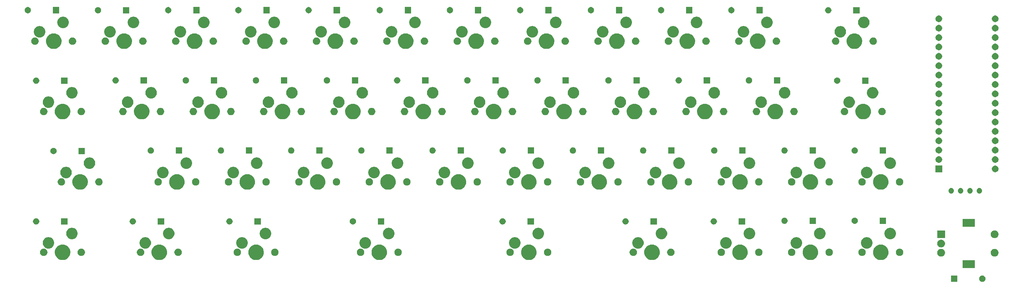
<source format=gbr>
G04 #@! TF.GenerationSoftware,KiCad,Pcbnew,(5.1.5)-3*
G04 #@! TF.CreationDate,2021-08-08T16:52:41-05:00*
G04 #@! TF.ProjectId,cuarenta,63756172-656e-4746-912e-6b696361645f,rev?*
G04 #@! TF.SameCoordinates,Original*
G04 #@! TF.FileFunction,Soldermask,Top*
G04 #@! TF.FilePolarity,Negative*
%FSLAX46Y46*%
G04 Gerber Fmt 4.6, Leading zero omitted, Abs format (unit mm)*
G04 Created by KiCad (PCBNEW (5.1.5)-3) date 2021-08-08 16:52:41*
%MOMM*%
%LPD*%
G04 APERTURE LIST*
%ADD10C,0.150000*%
G04 APERTURE END LIST*
D10*
G36*
X275742978Y-99289453D02*
G01*
X275897850Y-99353603D01*
X276037231Y-99446735D01*
X276155765Y-99565269D01*
X276248897Y-99704650D01*
X276313047Y-99859522D01*
X276345750Y-100023934D01*
X276345750Y-100191566D01*
X276313047Y-100355978D01*
X276248897Y-100510850D01*
X276155765Y-100650231D01*
X276037231Y-100768765D01*
X275897850Y-100861897D01*
X275742978Y-100926047D01*
X275578566Y-100958750D01*
X275410934Y-100958750D01*
X275246522Y-100926047D01*
X275091650Y-100861897D01*
X274952269Y-100768765D01*
X274833735Y-100650231D01*
X274740603Y-100510850D01*
X274676453Y-100355978D01*
X274643750Y-100191566D01*
X274643750Y-100023934D01*
X274676453Y-99859522D01*
X274740603Y-99704650D01*
X274833735Y-99565269D01*
X274952269Y-99446735D01*
X275091650Y-99353603D01*
X275246522Y-99289453D01*
X275410934Y-99256750D01*
X275578566Y-99256750D01*
X275742978Y-99289453D01*
G37*
G36*
X268725750Y-100958750D02*
G01*
X267023750Y-100958750D01*
X267023750Y-99256750D01*
X268725750Y-99256750D01*
X268725750Y-100958750D01*
G37*
G36*
X273494500Y-97233750D02*
G01*
X270192500Y-97233750D01*
X270192500Y-95131750D01*
X273494500Y-95131750D01*
X273494500Y-97233750D01*
G37*
G36*
X186596036Y-90916827D02*
G01*
X186731339Y-90943740D01*
X187113697Y-91102118D01*
X187457810Y-91332047D01*
X187750453Y-91624690D01*
X187980382Y-91968803D01*
X188128297Y-92325900D01*
X188138760Y-92351162D01*
X188219500Y-92757068D01*
X188219500Y-93170932D01*
X188176061Y-93389314D01*
X188138760Y-93576839D01*
X187980382Y-93959197D01*
X187750453Y-94303310D01*
X187457810Y-94595953D01*
X187113697Y-94825882D01*
X186731339Y-94984260D01*
X186596036Y-95011173D01*
X186325432Y-95065000D01*
X185911568Y-95065000D01*
X185640964Y-95011173D01*
X185505661Y-94984260D01*
X185123303Y-94825882D01*
X184779190Y-94595953D01*
X184486547Y-94303310D01*
X184256618Y-93959197D01*
X184098240Y-93576839D01*
X184060939Y-93389314D01*
X184017500Y-93170932D01*
X184017500Y-92757068D01*
X184098240Y-92351162D01*
X184108704Y-92325900D01*
X184256618Y-91968803D01*
X184486547Y-91624690D01*
X184779190Y-91332047D01*
X185123303Y-91102118D01*
X185505661Y-90943740D01*
X185640964Y-90916827D01*
X185911568Y-90863000D01*
X186325432Y-90863000D01*
X186596036Y-90916827D01*
G37*
G36*
X153258536Y-90916827D02*
G01*
X153393839Y-90943740D01*
X153776197Y-91102118D01*
X154120310Y-91332047D01*
X154412953Y-91624690D01*
X154642882Y-91968803D01*
X154790797Y-92325900D01*
X154801260Y-92351162D01*
X154882000Y-92757068D01*
X154882000Y-93170932D01*
X154838561Y-93389314D01*
X154801260Y-93576839D01*
X154642882Y-93959197D01*
X154412953Y-94303310D01*
X154120310Y-94595953D01*
X153776197Y-94825882D01*
X153393839Y-94984260D01*
X153258536Y-95011173D01*
X152987932Y-95065000D01*
X152574068Y-95065000D01*
X152303464Y-95011173D01*
X152168161Y-94984260D01*
X151785803Y-94825882D01*
X151441690Y-94595953D01*
X151149047Y-94303310D01*
X150919118Y-93959197D01*
X150760740Y-93576839D01*
X150723439Y-93389314D01*
X150680000Y-93170932D01*
X150680000Y-92757068D01*
X150760740Y-92351162D01*
X150771204Y-92325900D01*
X150919118Y-91968803D01*
X151149047Y-91624690D01*
X151441690Y-91332047D01*
X151785803Y-91102118D01*
X152168161Y-90943740D01*
X152303464Y-90916827D01*
X152574068Y-90863000D01*
X152987932Y-90863000D01*
X153258536Y-90916827D01*
G37*
G36*
X112777286Y-90916827D02*
G01*
X112912589Y-90943740D01*
X113294947Y-91102118D01*
X113639060Y-91332047D01*
X113931703Y-91624690D01*
X114161632Y-91968803D01*
X114309547Y-92325900D01*
X114320010Y-92351162D01*
X114400750Y-92757068D01*
X114400750Y-93170932D01*
X114357311Y-93389314D01*
X114320010Y-93576839D01*
X114161632Y-93959197D01*
X113931703Y-94303310D01*
X113639060Y-94595953D01*
X113294947Y-94825882D01*
X112912589Y-94984260D01*
X112777286Y-95011173D01*
X112506682Y-95065000D01*
X112092818Y-95065000D01*
X111822214Y-95011173D01*
X111686911Y-94984260D01*
X111304553Y-94825882D01*
X110960440Y-94595953D01*
X110667797Y-94303310D01*
X110437868Y-93959197D01*
X110279490Y-93576839D01*
X110242189Y-93389314D01*
X110198750Y-93170932D01*
X110198750Y-92757068D01*
X110279490Y-92351162D01*
X110289954Y-92325900D01*
X110437868Y-91968803D01*
X110667797Y-91624690D01*
X110960440Y-91332047D01*
X111304553Y-91102118D01*
X111686911Y-90943740D01*
X111822214Y-90916827D01*
X112092818Y-90863000D01*
X112506682Y-90863000D01*
X112777286Y-90916827D01*
G37*
G36*
X79439786Y-90916827D02*
G01*
X79575089Y-90943740D01*
X79957447Y-91102118D01*
X80301560Y-91332047D01*
X80594203Y-91624690D01*
X80824132Y-91968803D01*
X80972047Y-92325900D01*
X80982510Y-92351162D01*
X81063250Y-92757068D01*
X81063250Y-93170932D01*
X81019811Y-93389314D01*
X80982510Y-93576839D01*
X80824132Y-93959197D01*
X80594203Y-94303310D01*
X80301560Y-94595953D01*
X79957447Y-94825882D01*
X79575089Y-94984260D01*
X79439786Y-95011173D01*
X79169182Y-95065000D01*
X78755318Y-95065000D01*
X78484714Y-95011173D01*
X78349411Y-94984260D01*
X77967053Y-94825882D01*
X77622940Y-94595953D01*
X77330297Y-94303310D01*
X77100368Y-93959197D01*
X76941990Y-93576839D01*
X76904689Y-93389314D01*
X76861250Y-93170932D01*
X76861250Y-92757068D01*
X76941990Y-92351162D01*
X76952454Y-92325900D01*
X77100368Y-91968803D01*
X77330297Y-91624690D01*
X77622940Y-91332047D01*
X77967053Y-91102118D01*
X78349411Y-90943740D01*
X78484714Y-90916827D01*
X78755318Y-90863000D01*
X79169182Y-90863000D01*
X79439786Y-90916827D01*
G37*
G36*
X53246036Y-90916827D02*
G01*
X53381339Y-90943740D01*
X53763697Y-91102118D01*
X54107810Y-91332047D01*
X54400453Y-91624690D01*
X54630382Y-91968803D01*
X54778297Y-92325900D01*
X54788760Y-92351162D01*
X54869500Y-92757068D01*
X54869500Y-93170932D01*
X54826061Y-93389314D01*
X54788760Y-93576839D01*
X54630382Y-93959197D01*
X54400453Y-94303310D01*
X54107810Y-94595953D01*
X53763697Y-94825882D01*
X53381339Y-94984260D01*
X53246036Y-95011173D01*
X52975432Y-95065000D01*
X52561568Y-95065000D01*
X52290964Y-95011173D01*
X52155661Y-94984260D01*
X51773303Y-94825882D01*
X51429190Y-94595953D01*
X51136547Y-94303310D01*
X50906618Y-93959197D01*
X50748240Y-93576839D01*
X50710939Y-93389314D01*
X50667500Y-93170932D01*
X50667500Y-92757068D01*
X50748240Y-92351162D01*
X50758704Y-92325900D01*
X50906618Y-91968803D01*
X51136547Y-91624690D01*
X51429190Y-91332047D01*
X51773303Y-91102118D01*
X52155661Y-90943740D01*
X52290964Y-90916827D01*
X52561568Y-90863000D01*
X52975432Y-90863000D01*
X53246036Y-90916827D01*
G37*
G36*
X27052286Y-90916827D02*
G01*
X27187589Y-90943740D01*
X27569947Y-91102118D01*
X27914060Y-91332047D01*
X28206703Y-91624690D01*
X28436632Y-91968803D01*
X28584547Y-92325900D01*
X28595010Y-92351162D01*
X28675750Y-92757068D01*
X28675750Y-93170932D01*
X28632311Y-93389314D01*
X28595010Y-93576839D01*
X28436632Y-93959197D01*
X28206703Y-94303310D01*
X27914060Y-94595953D01*
X27569947Y-94825882D01*
X27187589Y-94984260D01*
X27052286Y-95011173D01*
X26781682Y-95065000D01*
X26367818Y-95065000D01*
X26097214Y-95011173D01*
X25961911Y-94984260D01*
X25579553Y-94825882D01*
X25235440Y-94595953D01*
X24942797Y-94303310D01*
X24712868Y-93959197D01*
X24554490Y-93576839D01*
X24517189Y-93389314D01*
X24473750Y-93170932D01*
X24473750Y-92757068D01*
X24554490Y-92351162D01*
X24564954Y-92325900D01*
X24712868Y-91968803D01*
X24942797Y-91624690D01*
X25235440Y-91332047D01*
X25579553Y-91102118D01*
X25961911Y-90943740D01*
X26097214Y-90916827D01*
X26367818Y-90863000D01*
X26781682Y-90863000D01*
X27052286Y-90916827D01*
G37*
G36*
X229458536Y-90916827D02*
G01*
X229593839Y-90943740D01*
X229976197Y-91102118D01*
X230320310Y-91332047D01*
X230612953Y-91624690D01*
X230842882Y-91968803D01*
X230990797Y-92325900D01*
X231001260Y-92351162D01*
X231082000Y-92757068D01*
X231082000Y-93170932D01*
X231038561Y-93389314D01*
X231001260Y-93576839D01*
X230842882Y-93959197D01*
X230612953Y-94303310D01*
X230320310Y-94595953D01*
X229976197Y-94825882D01*
X229593839Y-94984260D01*
X229458536Y-95011173D01*
X229187932Y-95065000D01*
X228774068Y-95065000D01*
X228503464Y-95011173D01*
X228368161Y-94984260D01*
X227985803Y-94825882D01*
X227641690Y-94595953D01*
X227349047Y-94303310D01*
X227119118Y-93959197D01*
X226960740Y-93576839D01*
X226923439Y-93389314D01*
X226880000Y-93170932D01*
X226880000Y-92757068D01*
X226960740Y-92351162D01*
X226971204Y-92325900D01*
X227119118Y-91968803D01*
X227349047Y-91624690D01*
X227641690Y-91332047D01*
X227985803Y-91102118D01*
X228368161Y-90943740D01*
X228503464Y-90916827D01*
X228774068Y-90863000D01*
X229187932Y-90863000D01*
X229458536Y-90916827D01*
G37*
G36*
X248508536Y-90916827D02*
G01*
X248643839Y-90943740D01*
X249026197Y-91102118D01*
X249370310Y-91332047D01*
X249662953Y-91624690D01*
X249892882Y-91968803D01*
X250040797Y-92325900D01*
X250051260Y-92351162D01*
X250132000Y-92757068D01*
X250132000Y-93170932D01*
X250088561Y-93389314D01*
X250051260Y-93576839D01*
X249892882Y-93959197D01*
X249662953Y-94303310D01*
X249370310Y-94595953D01*
X249026197Y-94825882D01*
X248643839Y-94984260D01*
X248508536Y-95011173D01*
X248237932Y-95065000D01*
X247824068Y-95065000D01*
X247553464Y-95011173D01*
X247418161Y-94984260D01*
X247035803Y-94825882D01*
X246691690Y-94595953D01*
X246399047Y-94303310D01*
X246169118Y-93959197D01*
X246010740Y-93576839D01*
X245973439Y-93389314D01*
X245930000Y-93170932D01*
X245930000Y-92757068D01*
X246010740Y-92351162D01*
X246021204Y-92325900D01*
X246169118Y-91968803D01*
X246399047Y-91624690D01*
X246691690Y-91332047D01*
X247035803Y-91102118D01*
X247418161Y-90943740D01*
X247553464Y-90916827D01*
X247824068Y-90863000D01*
X248237932Y-90863000D01*
X248508536Y-90916827D01*
G37*
G36*
X210408536Y-90916827D02*
G01*
X210543839Y-90943740D01*
X210926197Y-91102118D01*
X211270310Y-91332047D01*
X211562953Y-91624690D01*
X211792882Y-91968803D01*
X211940797Y-92325900D01*
X211951260Y-92351162D01*
X212032000Y-92757068D01*
X212032000Y-93170932D01*
X211988561Y-93389314D01*
X211951260Y-93576839D01*
X211792882Y-93959197D01*
X211562953Y-94303310D01*
X211270310Y-94595953D01*
X210926197Y-94825882D01*
X210543839Y-94984260D01*
X210408536Y-95011173D01*
X210137932Y-95065000D01*
X209724068Y-95065000D01*
X209453464Y-95011173D01*
X209318161Y-94984260D01*
X208935803Y-94825882D01*
X208591690Y-94595953D01*
X208299047Y-94303310D01*
X208069118Y-93959197D01*
X207910740Y-93576839D01*
X207873439Y-93389314D01*
X207830000Y-93170932D01*
X207830000Y-92757068D01*
X207910740Y-92351162D01*
X207921204Y-92325900D01*
X208069118Y-91968803D01*
X208299047Y-91624690D01*
X208591690Y-91332047D01*
X208935803Y-91102118D01*
X209318161Y-90943740D01*
X209453464Y-90916827D01*
X209724068Y-90863000D01*
X210137932Y-90863000D01*
X210408536Y-90916827D01*
G37*
G36*
X264650064Y-92072139D02*
G01*
X264841333Y-92151365D01*
X264841335Y-92151366D01*
X264893876Y-92186473D01*
X265013473Y-92266385D01*
X265159865Y-92412777D01*
X265274885Y-92584917D01*
X265354111Y-92776186D01*
X265394500Y-92979234D01*
X265394500Y-93186266D01*
X265354111Y-93389314D01*
X265333882Y-93438151D01*
X265274884Y-93580585D01*
X265159865Y-93752723D01*
X265013473Y-93899115D01*
X264841335Y-94014134D01*
X264841334Y-94014135D01*
X264841333Y-94014135D01*
X264650064Y-94093361D01*
X264447016Y-94133750D01*
X264239984Y-94133750D01*
X264036936Y-94093361D01*
X263845667Y-94014135D01*
X263845666Y-94014135D01*
X263845665Y-94014134D01*
X263673527Y-93899115D01*
X263527135Y-93752723D01*
X263412116Y-93580585D01*
X263353118Y-93438151D01*
X263332889Y-93389314D01*
X263292500Y-93186266D01*
X263292500Y-92979234D01*
X263332889Y-92776186D01*
X263412115Y-92584917D01*
X263527135Y-92412777D01*
X263673527Y-92266385D01*
X263793124Y-92186473D01*
X263845665Y-92151366D01*
X263845667Y-92151365D01*
X264036936Y-92072139D01*
X264239984Y-92031750D01*
X264447016Y-92031750D01*
X264650064Y-92072139D01*
G37*
G36*
X279150064Y-92072139D02*
G01*
X279341333Y-92151365D01*
X279341335Y-92151366D01*
X279393876Y-92186473D01*
X279513473Y-92266385D01*
X279659865Y-92412777D01*
X279774885Y-92584917D01*
X279854111Y-92776186D01*
X279894500Y-92979234D01*
X279894500Y-93186266D01*
X279854111Y-93389314D01*
X279833882Y-93438151D01*
X279774884Y-93580585D01*
X279659865Y-93752723D01*
X279513473Y-93899115D01*
X279341335Y-94014134D01*
X279341334Y-94014135D01*
X279341333Y-94014135D01*
X279150064Y-94093361D01*
X278947016Y-94133750D01*
X278739984Y-94133750D01*
X278536936Y-94093361D01*
X278345667Y-94014135D01*
X278345666Y-94014135D01*
X278345665Y-94014134D01*
X278173527Y-93899115D01*
X278027135Y-93752723D01*
X277912116Y-93580585D01*
X277853118Y-93438151D01*
X277832889Y-93389314D01*
X277792500Y-93186266D01*
X277792500Y-92979234D01*
X277832889Y-92776186D01*
X277912115Y-92584917D01*
X278027135Y-92412777D01*
X278173527Y-92266385D01*
X278293124Y-92186473D01*
X278345665Y-92151366D01*
X278345667Y-92151365D01*
X278536936Y-92072139D01*
X278739984Y-92031750D01*
X278947016Y-92031750D01*
X279150064Y-92072139D01*
G37*
G36*
X157988764Y-91968803D02*
G01*
X158152981Y-92001468D01*
X158281795Y-92054825D01*
X158323595Y-92072139D01*
X158335151Y-92076926D01*
X158499100Y-92186473D01*
X158638527Y-92325900D01*
X158748074Y-92489849D01*
X158823532Y-92672019D01*
X158862000Y-92865410D01*
X158862000Y-93062590D01*
X158823532Y-93255981D01*
X158748074Y-93438151D01*
X158638527Y-93602100D01*
X158499100Y-93741527D01*
X158335151Y-93851074D01*
X158152981Y-93926532D01*
X157959591Y-93965000D01*
X157762409Y-93965000D01*
X157569019Y-93926532D01*
X157386849Y-93851074D01*
X157222900Y-93741527D01*
X157083473Y-93602100D01*
X156973926Y-93438151D01*
X156898468Y-93255981D01*
X156860000Y-93062590D01*
X156860000Y-92865410D01*
X156898468Y-92672019D01*
X156973926Y-92489849D01*
X157083473Y-92325900D01*
X157222900Y-92186473D01*
X157386849Y-92076926D01*
X157398406Y-92072139D01*
X157440205Y-92054825D01*
X157569019Y-92001468D01*
X157733236Y-91968803D01*
X157762409Y-91963000D01*
X157959591Y-91963000D01*
X157988764Y-91968803D01*
G37*
G36*
X31782514Y-91968803D02*
G01*
X31946731Y-92001468D01*
X32075545Y-92054825D01*
X32117345Y-92072139D01*
X32128901Y-92076926D01*
X32292850Y-92186473D01*
X32432277Y-92325900D01*
X32541824Y-92489849D01*
X32617282Y-92672019D01*
X32655750Y-92865410D01*
X32655750Y-93062590D01*
X32617282Y-93255981D01*
X32541824Y-93438151D01*
X32432277Y-93602100D01*
X32292850Y-93741527D01*
X32128901Y-93851074D01*
X31946731Y-93926532D01*
X31753341Y-93965000D01*
X31556159Y-93965000D01*
X31362769Y-93926532D01*
X31180599Y-93851074D01*
X31016650Y-93741527D01*
X30877223Y-93602100D01*
X30767676Y-93438151D01*
X30692218Y-93255981D01*
X30653750Y-93062590D01*
X30653750Y-92865410D01*
X30692218Y-92672019D01*
X30767676Y-92489849D01*
X30877223Y-92325900D01*
X31016650Y-92186473D01*
X31180599Y-92076926D01*
X31192156Y-92072139D01*
X31233955Y-92054825D01*
X31362769Y-92001468D01*
X31526986Y-91968803D01*
X31556159Y-91963000D01*
X31753341Y-91963000D01*
X31782514Y-91968803D01*
G37*
G36*
X21622514Y-91968803D02*
G01*
X21786731Y-92001468D01*
X21915545Y-92054825D01*
X21957345Y-92072139D01*
X21968901Y-92076926D01*
X22132850Y-92186473D01*
X22272277Y-92325900D01*
X22381824Y-92489849D01*
X22457282Y-92672019D01*
X22495750Y-92865410D01*
X22495750Y-93062590D01*
X22457282Y-93255981D01*
X22381824Y-93438151D01*
X22272277Y-93602100D01*
X22132850Y-93741527D01*
X21968901Y-93851074D01*
X21786731Y-93926532D01*
X21593341Y-93965000D01*
X21396159Y-93965000D01*
X21202769Y-93926532D01*
X21020599Y-93851074D01*
X20856650Y-93741527D01*
X20717223Y-93602100D01*
X20607676Y-93438151D01*
X20532218Y-93255981D01*
X20493750Y-93062590D01*
X20493750Y-92865410D01*
X20532218Y-92672019D01*
X20607676Y-92489849D01*
X20717223Y-92325900D01*
X20856650Y-92186473D01*
X21020599Y-92076926D01*
X21032156Y-92072139D01*
X21073955Y-92054825D01*
X21202769Y-92001468D01*
X21366986Y-91968803D01*
X21396159Y-91963000D01*
X21593341Y-91963000D01*
X21622514Y-91968803D01*
G37*
G36*
X57976264Y-91968803D02*
G01*
X58140481Y-92001468D01*
X58269295Y-92054825D01*
X58311095Y-92072139D01*
X58322651Y-92076926D01*
X58486600Y-92186473D01*
X58626027Y-92325900D01*
X58735574Y-92489849D01*
X58811032Y-92672019D01*
X58849500Y-92865410D01*
X58849500Y-93062590D01*
X58811032Y-93255981D01*
X58735574Y-93438151D01*
X58626027Y-93602100D01*
X58486600Y-93741527D01*
X58322651Y-93851074D01*
X58140481Y-93926532D01*
X57947091Y-93965000D01*
X57749909Y-93965000D01*
X57556519Y-93926532D01*
X57374349Y-93851074D01*
X57210400Y-93741527D01*
X57070973Y-93602100D01*
X56961426Y-93438151D01*
X56885968Y-93255981D01*
X56847500Y-93062590D01*
X56847500Y-92865410D01*
X56885968Y-92672019D01*
X56961426Y-92489849D01*
X57070973Y-92325900D01*
X57210400Y-92186473D01*
X57374349Y-92076926D01*
X57385906Y-92072139D01*
X57427705Y-92054825D01*
X57556519Y-92001468D01*
X57720736Y-91968803D01*
X57749909Y-91963000D01*
X57947091Y-91963000D01*
X57976264Y-91968803D01*
G37*
G36*
X47816264Y-91968803D02*
G01*
X47980481Y-92001468D01*
X48109295Y-92054825D01*
X48151095Y-92072139D01*
X48162651Y-92076926D01*
X48326600Y-92186473D01*
X48466027Y-92325900D01*
X48575574Y-92489849D01*
X48651032Y-92672019D01*
X48689500Y-92865410D01*
X48689500Y-93062590D01*
X48651032Y-93255981D01*
X48575574Y-93438151D01*
X48466027Y-93602100D01*
X48326600Y-93741527D01*
X48162651Y-93851074D01*
X47980481Y-93926532D01*
X47787091Y-93965000D01*
X47589909Y-93965000D01*
X47396519Y-93926532D01*
X47214349Y-93851074D01*
X47050400Y-93741527D01*
X46910973Y-93602100D01*
X46801426Y-93438151D01*
X46725968Y-93255981D01*
X46687500Y-93062590D01*
X46687500Y-92865410D01*
X46725968Y-92672019D01*
X46801426Y-92489849D01*
X46910973Y-92325900D01*
X47050400Y-92186473D01*
X47214349Y-92076926D01*
X47225906Y-92072139D01*
X47267705Y-92054825D01*
X47396519Y-92001468D01*
X47560736Y-91968803D01*
X47589909Y-91963000D01*
X47787091Y-91963000D01*
X47816264Y-91968803D01*
G37*
G36*
X84170014Y-91968803D02*
G01*
X84334231Y-92001468D01*
X84463045Y-92054825D01*
X84504845Y-92072139D01*
X84516401Y-92076926D01*
X84680350Y-92186473D01*
X84819777Y-92325900D01*
X84929324Y-92489849D01*
X85004782Y-92672019D01*
X85043250Y-92865410D01*
X85043250Y-93062590D01*
X85004782Y-93255981D01*
X84929324Y-93438151D01*
X84819777Y-93602100D01*
X84680350Y-93741527D01*
X84516401Y-93851074D01*
X84334231Y-93926532D01*
X84140841Y-93965000D01*
X83943659Y-93965000D01*
X83750269Y-93926532D01*
X83568099Y-93851074D01*
X83404150Y-93741527D01*
X83264723Y-93602100D01*
X83155176Y-93438151D01*
X83079718Y-93255981D01*
X83041250Y-93062590D01*
X83041250Y-92865410D01*
X83079718Y-92672019D01*
X83155176Y-92489849D01*
X83264723Y-92325900D01*
X83404150Y-92186473D01*
X83568099Y-92076926D01*
X83579656Y-92072139D01*
X83621455Y-92054825D01*
X83750269Y-92001468D01*
X83914486Y-91968803D01*
X83943659Y-91963000D01*
X84140841Y-91963000D01*
X84170014Y-91968803D01*
G37*
G36*
X74010014Y-91968803D02*
G01*
X74174231Y-92001468D01*
X74303045Y-92054825D01*
X74344845Y-92072139D01*
X74356401Y-92076926D01*
X74520350Y-92186473D01*
X74659777Y-92325900D01*
X74769324Y-92489849D01*
X74844782Y-92672019D01*
X74883250Y-92865410D01*
X74883250Y-93062590D01*
X74844782Y-93255981D01*
X74769324Y-93438151D01*
X74659777Y-93602100D01*
X74520350Y-93741527D01*
X74356401Y-93851074D01*
X74174231Y-93926532D01*
X73980841Y-93965000D01*
X73783659Y-93965000D01*
X73590269Y-93926532D01*
X73408099Y-93851074D01*
X73244150Y-93741527D01*
X73104723Y-93602100D01*
X72995176Y-93438151D01*
X72919718Y-93255981D01*
X72881250Y-93062590D01*
X72881250Y-92865410D01*
X72919718Y-92672019D01*
X72995176Y-92489849D01*
X73104723Y-92325900D01*
X73244150Y-92186473D01*
X73408099Y-92076926D01*
X73419656Y-92072139D01*
X73461455Y-92054825D01*
X73590269Y-92001468D01*
X73754486Y-91968803D01*
X73783659Y-91963000D01*
X73980841Y-91963000D01*
X74010014Y-91968803D01*
G37*
G36*
X117507514Y-91968803D02*
G01*
X117671731Y-92001468D01*
X117800545Y-92054825D01*
X117842345Y-92072139D01*
X117853901Y-92076926D01*
X118017850Y-92186473D01*
X118157277Y-92325900D01*
X118266824Y-92489849D01*
X118342282Y-92672019D01*
X118380750Y-92865410D01*
X118380750Y-93062590D01*
X118342282Y-93255981D01*
X118266824Y-93438151D01*
X118157277Y-93602100D01*
X118017850Y-93741527D01*
X117853901Y-93851074D01*
X117671731Y-93926532D01*
X117478341Y-93965000D01*
X117281159Y-93965000D01*
X117087769Y-93926532D01*
X116905599Y-93851074D01*
X116741650Y-93741527D01*
X116602223Y-93602100D01*
X116492676Y-93438151D01*
X116417218Y-93255981D01*
X116378750Y-93062590D01*
X116378750Y-92865410D01*
X116417218Y-92672019D01*
X116492676Y-92489849D01*
X116602223Y-92325900D01*
X116741650Y-92186473D01*
X116905599Y-92076926D01*
X116917156Y-92072139D01*
X116958955Y-92054825D01*
X117087769Y-92001468D01*
X117251986Y-91968803D01*
X117281159Y-91963000D01*
X117478341Y-91963000D01*
X117507514Y-91968803D01*
G37*
G36*
X107347514Y-91968803D02*
G01*
X107511731Y-92001468D01*
X107640545Y-92054825D01*
X107682345Y-92072139D01*
X107693901Y-92076926D01*
X107857850Y-92186473D01*
X107997277Y-92325900D01*
X108106824Y-92489849D01*
X108182282Y-92672019D01*
X108220750Y-92865410D01*
X108220750Y-93062590D01*
X108182282Y-93255981D01*
X108106824Y-93438151D01*
X107997277Y-93602100D01*
X107857850Y-93741527D01*
X107693901Y-93851074D01*
X107511731Y-93926532D01*
X107318341Y-93965000D01*
X107121159Y-93965000D01*
X106927769Y-93926532D01*
X106745599Y-93851074D01*
X106581650Y-93741527D01*
X106442223Y-93602100D01*
X106332676Y-93438151D01*
X106257218Y-93255981D01*
X106218750Y-93062590D01*
X106218750Y-92865410D01*
X106257218Y-92672019D01*
X106332676Y-92489849D01*
X106442223Y-92325900D01*
X106581650Y-92186473D01*
X106745599Y-92076926D01*
X106757156Y-92072139D01*
X106798955Y-92054825D01*
X106927769Y-92001468D01*
X107091986Y-91968803D01*
X107121159Y-91963000D01*
X107318341Y-91963000D01*
X107347514Y-91968803D01*
G37*
G36*
X234188764Y-91968803D02*
G01*
X234352981Y-92001468D01*
X234481795Y-92054825D01*
X234523595Y-92072139D01*
X234535151Y-92076926D01*
X234699100Y-92186473D01*
X234838527Y-92325900D01*
X234948074Y-92489849D01*
X235023532Y-92672019D01*
X235062000Y-92865410D01*
X235062000Y-93062590D01*
X235023532Y-93255981D01*
X234948074Y-93438151D01*
X234838527Y-93602100D01*
X234699100Y-93741527D01*
X234535151Y-93851074D01*
X234352981Y-93926532D01*
X234159591Y-93965000D01*
X233962409Y-93965000D01*
X233769019Y-93926532D01*
X233586849Y-93851074D01*
X233422900Y-93741527D01*
X233283473Y-93602100D01*
X233173926Y-93438151D01*
X233098468Y-93255981D01*
X233060000Y-93062590D01*
X233060000Y-92865410D01*
X233098468Y-92672019D01*
X233173926Y-92489849D01*
X233283473Y-92325900D01*
X233422900Y-92186473D01*
X233586849Y-92076926D01*
X233598406Y-92072139D01*
X233640205Y-92054825D01*
X233769019Y-92001468D01*
X233933236Y-91968803D01*
X233962409Y-91963000D01*
X234159591Y-91963000D01*
X234188764Y-91968803D01*
G37*
G36*
X147828764Y-91968803D02*
G01*
X147992981Y-92001468D01*
X148121795Y-92054825D01*
X148163595Y-92072139D01*
X148175151Y-92076926D01*
X148339100Y-92186473D01*
X148478527Y-92325900D01*
X148588074Y-92489849D01*
X148663532Y-92672019D01*
X148702000Y-92865410D01*
X148702000Y-93062590D01*
X148663532Y-93255981D01*
X148588074Y-93438151D01*
X148478527Y-93602100D01*
X148339100Y-93741527D01*
X148175151Y-93851074D01*
X147992981Y-93926532D01*
X147799591Y-93965000D01*
X147602409Y-93965000D01*
X147409019Y-93926532D01*
X147226849Y-93851074D01*
X147062900Y-93741527D01*
X146923473Y-93602100D01*
X146813926Y-93438151D01*
X146738468Y-93255981D01*
X146700000Y-93062590D01*
X146700000Y-92865410D01*
X146738468Y-92672019D01*
X146813926Y-92489849D01*
X146923473Y-92325900D01*
X147062900Y-92186473D01*
X147226849Y-92076926D01*
X147238406Y-92072139D01*
X147280205Y-92054825D01*
X147409019Y-92001468D01*
X147573236Y-91968803D01*
X147602409Y-91963000D01*
X147799591Y-91963000D01*
X147828764Y-91968803D01*
G37*
G36*
X253238764Y-91968803D02*
G01*
X253402981Y-92001468D01*
X253531795Y-92054825D01*
X253573595Y-92072139D01*
X253585151Y-92076926D01*
X253749100Y-92186473D01*
X253888527Y-92325900D01*
X253998074Y-92489849D01*
X254073532Y-92672019D01*
X254112000Y-92865410D01*
X254112000Y-93062590D01*
X254073532Y-93255981D01*
X253998074Y-93438151D01*
X253888527Y-93602100D01*
X253749100Y-93741527D01*
X253585151Y-93851074D01*
X253402981Y-93926532D01*
X253209591Y-93965000D01*
X253012409Y-93965000D01*
X252819019Y-93926532D01*
X252636849Y-93851074D01*
X252472900Y-93741527D01*
X252333473Y-93602100D01*
X252223926Y-93438151D01*
X252148468Y-93255981D01*
X252110000Y-93062590D01*
X252110000Y-92865410D01*
X252148468Y-92672019D01*
X252223926Y-92489849D01*
X252333473Y-92325900D01*
X252472900Y-92186473D01*
X252636849Y-92076926D01*
X252648406Y-92072139D01*
X252690205Y-92054825D01*
X252819019Y-92001468D01*
X252983236Y-91968803D01*
X253012409Y-91963000D01*
X253209591Y-91963000D01*
X253238764Y-91968803D01*
G37*
G36*
X181166264Y-91968803D02*
G01*
X181330481Y-92001468D01*
X181459295Y-92054825D01*
X181501095Y-92072139D01*
X181512651Y-92076926D01*
X181676600Y-92186473D01*
X181816027Y-92325900D01*
X181925574Y-92489849D01*
X182001032Y-92672019D01*
X182039500Y-92865410D01*
X182039500Y-93062590D01*
X182001032Y-93255981D01*
X181925574Y-93438151D01*
X181816027Y-93602100D01*
X181676600Y-93741527D01*
X181512651Y-93851074D01*
X181330481Y-93926532D01*
X181137091Y-93965000D01*
X180939909Y-93965000D01*
X180746519Y-93926532D01*
X180564349Y-93851074D01*
X180400400Y-93741527D01*
X180260973Y-93602100D01*
X180151426Y-93438151D01*
X180075968Y-93255981D01*
X180037500Y-93062590D01*
X180037500Y-92865410D01*
X180075968Y-92672019D01*
X180151426Y-92489849D01*
X180260973Y-92325900D01*
X180400400Y-92186473D01*
X180564349Y-92076926D01*
X180575906Y-92072139D01*
X180617705Y-92054825D01*
X180746519Y-92001468D01*
X180910736Y-91968803D01*
X180939909Y-91963000D01*
X181137091Y-91963000D01*
X181166264Y-91968803D01*
G37*
G36*
X191326264Y-91968803D02*
G01*
X191490481Y-92001468D01*
X191619295Y-92054825D01*
X191661095Y-92072139D01*
X191672651Y-92076926D01*
X191836600Y-92186473D01*
X191976027Y-92325900D01*
X192085574Y-92489849D01*
X192161032Y-92672019D01*
X192199500Y-92865410D01*
X192199500Y-93062590D01*
X192161032Y-93255981D01*
X192085574Y-93438151D01*
X191976027Y-93602100D01*
X191836600Y-93741527D01*
X191672651Y-93851074D01*
X191490481Y-93926532D01*
X191297091Y-93965000D01*
X191099909Y-93965000D01*
X190906519Y-93926532D01*
X190724349Y-93851074D01*
X190560400Y-93741527D01*
X190420973Y-93602100D01*
X190311426Y-93438151D01*
X190235968Y-93255981D01*
X190197500Y-93062590D01*
X190197500Y-92865410D01*
X190235968Y-92672019D01*
X190311426Y-92489849D01*
X190420973Y-92325900D01*
X190560400Y-92186473D01*
X190724349Y-92076926D01*
X190735906Y-92072139D01*
X190777705Y-92054825D01*
X190906519Y-92001468D01*
X191070736Y-91968803D01*
X191099909Y-91963000D01*
X191297091Y-91963000D01*
X191326264Y-91968803D01*
G37*
G36*
X224028764Y-91968803D02*
G01*
X224192981Y-92001468D01*
X224321795Y-92054825D01*
X224363595Y-92072139D01*
X224375151Y-92076926D01*
X224539100Y-92186473D01*
X224678527Y-92325900D01*
X224788074Y-92489849D01*
X224863532Y-92672019D01*
X224902000Y-92865410D01*
X224902000Y-93062590D01*
X224863532Y-93255981D01*
X224788074Y-93438151D01*
X224678527Y-93602100D01*
X224539100Y-93741527D01*
X224375151Y-93851074D01*
X224192981Y-93926532D01*
X223999591Y-93965000D01*
X223802409Y-93965000D01*
X223609019Y-93926532D01*
X223426849Y-93851074D01*
X223262900Y-93741527D01*
X223123473Y-93602100D01*
X223013926Y-93438151D01*
X222938468Y-93255981D01*
X222900000Y-93062590D01*
X222900000Y-92865410D01*
X222938468Y-92672019D01*
X223013926Y-92489849D01*
X223123473Y-92325900D01*
X223262900Y-92186473D01*
X223426849Y-92076926D01*
X223438406Y-92072139D01*
X223480205Y-92054825D01*
X223609019Y-92001468D01*
X223773236Y-91968803D01*
X223802409Y-91963000D01*
X223999591Y-91963000D01*
X224028764Y-91968803D01*
G37*
G36*
X243078764Y-91968803D02*
G01*
X243242981Y-92001468D01*
X243371795Y-92054825D01*
X243413595Y-92072139D01*
X243425151Y-92076926D01*
X243589100Y-92186473D01*
X243728527Y-92325900D01*
X243838074Y-92489849D01*
X243913532Y-92672019D01*
X243952000Y-92865410D01*
X243952000Y-93062590D01*
X243913532Y-93255981D01*
X243838074Y-93438151D01*
X243728527Y-93602100D01*
X243589100Y-93741527D01*
X243425151Y-93851074D01*
X243242981Y-93926532D01*
X243049591Y-93965000D01*
X242852409Y-93965000D01*
X242659019Y-93926532D01*
X242476849Y-93851074D01*
X242312900Y-93741527D01*
X242173473Y-93602100D01*
X242063926Y-93438151D01*
X241988468Y-93255981D01*
X241950000Y-93062590D01*
X241950000Y-92865410D01*
X241988468Y-92672019D01*
X242063926Y-92489849D01*
X242173473Y-92325900D01*
X242312900Y-92186473D01*
X242476849Y-92076926D01*
X242488406Y-92072139D01*
X242530205Y-92054825D01*
X242659019Y-92001468D01*
X242823236Y-91968803D01*
X242852409Y-91963000D01*
X243049591Y-91963000D01*
X243078764Y-91968803D01*
G37*
G36*
X204978764Y-91968803D02*
G01*
X205142981Y-92001468D01*
X205271795Y-92054825D01*
X205313595Y-92072139D01*
X205325151Y-92076926D01*
X205489100Y-92186473D01*
X205628527Y-92325900D01*
X205738074Y-92489849D01*
X205813532Y-92672019D01*
X205852000Y-92865410D01*
X205852000Y-93062590D01*
X205813532Y-93255981D01*
X205738074Y-93438151D01*
X205628527Y-93602100D01*
X205489100Y-93741527D01*
X205325151Y-93851074D01*
X205142981Y-93926532D01*
X204949591Y-93965000D01*
X204752409Y-93965000D01*
X204559019Y-93926532D01*
X204376849Y-93851074D01*
X204212900Y-93741527D01*
X204073473Y-93602100D01*
X203963926Y-93438151D01*
X203888468Y-93255981D01*
X203850000Y-93062590D01*
X203850000Y-92865410D01*
X203888468Y-92672019D01*
X203963926Y-92489849D01*
X204073473Y-92325900D01*
X204212900Y-92186473D01*
X204376849Y-92076926D01*
X204388406Y-92072139D01*
X204430205Y-92054825D01*
X204559019Y-92001468D01*
X204723236Y-91968803D01*
X204752409Y-91963000D01*
X204949591Y-91963000D01*
X204978764Y-91968803D01*
G37*
G36*
X215138764Y-91968803D02*
G01*
X215302981Y-92001468D01*
X215431795Y-92054825D01*
X215473595Y-92072139D01*
X215485151Y-92076926D01*
X215649100Y-92186473D01*
X215788527Y-92325900D01*
X215898074Y-92489849D01*
X215973532Y-92672019D01*
X216012000Y-92865410D01*
X216012000Y-93062590D01*
X215973532Y-93255981D01*
X215898074Y-93438151D01*
X215788527Y-93602100D01*
X215649100Y-93741527D01*
X215485151Y-93851074D01*
X215302981Y-93926532D01*
X215109591Y-93965000D01*
X214912409Y-93965000D01*
X214719019Y-93926532D01*
X214536849Y-93851074D01*
X214372900Y-93741527D01*
X214233473Y-93602100D01*
X214123926Y-93438151D01*
X214048468Y-93255981D01*
X214010000Y-93062590D01*
X214010000Y-92865410D01*
X214048468Y-92672019D01*
X214123926Y-92489849D01*
X214233473Y-92325900D01*
X214372900Y-92186473D01*
X214536849Y-92076926D01*
X214548406Y-92072139D01*
X214590205Y-92054825D01*
X214719019Y-92001468D01*
X214883236Y-91968803D01*
X214912409Y-91963000D01*
X215109591Y-91963000D01*
X215138764Y-91968803D01*
G37*
G36*
X23048799Y-88899115D02*
G01*
X23217160Y-88932604D01*
X23499424Y-89049521D01*
X23753455Y-89219259D01*
X23969491Y-89435295D01*
X24139229Y-89689326D01*
X24256146Y-89971590D01*
X24315750Y-90271240D01*
X24315750Y-90576760D01*
X24256146Y-90876410D01*
X24139229Y-91158674D01*
X23969491Y-91412705D01*
X23753455Y-91628741D01*
X23499424Y-91798479D01*
X23217160Y-91915396D01*
X23067335Y-91945198D01*
X22917511Y-91975000D01*
X22611989Y-91975000D01*
X22462165Y-91945198D01*
X22312340Y-91915396D01*
X22030076Y-91798479D01*
X21776045Y-91628741D01*
X21560009Y-91412705D01*
X21390271Y-91158674D01*
X21273354Y-90876410D01*
X21213750Y-90576760D01*
X21213750Y-90271240D01*
X21273354Y-89971590D01*
X21390271Y-89689326D01*
X21560009Y-89435295D01*
X21776045Y-89219259D01*
X22030076Y-89049521D01*
X22312340Y-88932604D01*
X22480701Y-88899115D01*
X22611989Y-88873000D01*
X22917511Y-88873000D01*
X23048799Y-88899115D01*
G37*
G36*
X108773799Y-88899115D02*
G01*
X108942160Y-88932604D01*
X109224424Y-89049521D01*
X109478455Y-89219259D01*
X109694491Y-89435295D01*
X109864229Y-89689326D01*
X109981146Y-89971590D01*
X110040750Y-90271240D01*
X110040750Y-90576760D01*
X109981146Y-90876410D01*
X109864229Y-91158674D01*
X109694491Y-91412705D01*
X109478455Y-91628741D01*
X109224424Y-91798479D01*
X108942160Y-91915396D01*
X108792335Y-91945198D01*
X108642511Y-91975000D01*
X108336989Y-91975000D01*
X108187165Y-91945198D01*
X108037340Y-91915396D01*
X107755076Y-91798479D01*
X107501045Y-91628741D01*
X107285009Y-91412705D01*
X107115271Y-91158674D01*
X106998354Y-90876410D01*
X106938750Y-90576760D01*
X106938750Y-90271240D01*
X106998354Y-89971590D01*
X107115271Y-89689326D01*
X107285009Y-89435295D01*
X107501045Y-89219259D01*
X107755076Y-89049521D01*
X108037340Y-88932604D01*
X108205701Y-88899115D01*
X108336989Y-88873000D01*
X108642511Y-88873000D01*
X108773799Y-88899115D01*
G37*
G36*
X75436299Y-88899115D02*
G01*
X75604660Y-88932604D01*
X75886924Y-89049521D01*
X76140955Y-89219259D01*
X76356991Y-89435295D01*
X76526729Y-89689326D01*
X76643646Y-89971590D01*
X76703250Y-90271240D01*
X76703250Y-90576760D01*
X76643646Y-90876410D01*
X76526729Y-91158674D01*
X76356991Y-91412705D01*
X76140955Y-91628741D01*
X75886924Y-91798479D01*
X75604660Y-91915396D01*
X75454835Y-91945198D01*
X75305011Y-91975000D01*
X74999489Y-91975000D01*
X74849665Y-91945198D01*
X74699840Y-91915396D01*
X74417576Y-91798479D01*
X74163545Y-91628741D01*
X73947509Y-91412705D01*
X73777771Y-91158674D01*
X73660854Y-90876410D01*
X73601250Y-90576760D01*
X73601250Y-90271240D01*
X73660854Y-89971590D01*
X73777771Y-89689326D01*
X73947509Y-89435295D01*
X74163545Y-89219259D01*
X74417576Y-89049521D01*
X74699840Y-88932604D01*
X74868201Y-88899115D01*
X74999489Y-88873000D01*
X75305011Y-88873000D01*
X75436299Y-88899115D01*
G37*
G36*
X149255049Y-88899115D02*
G01*
X149423410Y-88932604D01*
X149705674Y-89049521D01*
X149959705Y-89219259D01*
X150175741Y-89435295D01*
X150345479Y-89689326D01*
X150462396Y-89971590D01*
X150522000Y-90271240D01*
X150522000Y-90576760D01*
X150462396Y-90876410D01*
X150345479Y-91158674D01*
X150175741Y-91412705D01*
X149959705Y-91628741D01*
X149705674Y-91798479D01*
X149423410Y-91915396D01*
X149273585Y-91945198D01*
X149123761Y-91975000D01*
X148818239Y-91975000D01*
X148668415Y-91945198D01*
X148518590Y-91915396D01*
X148236326Y-91798479D01*
X147982295Y-91628741D01*
X147766259Y-91412705D01*
X147596521Y-91158674D01*
X147479604Y-90876410D01*
X147420000Y-90576760D01*
X147420000Y-90271240D01*
X147479604Y-89971590D01*
X147596521Y-89689326D01*
X147766259Y-89435295D01*
X147982295Y-89219259D01*
X148236326Y-89049521D01*
X148518590Y-88932604D01*
X148686951Y-88899115D01*
X148818239Y-88873000D01*
X149123761Y-88873000D01*
X149255049Y-88899115D01*
G37*
G36*
X206405049Y-88899115D02*
G01*
X206573410Y-88932604D01*
X206855674Y-89049521D01*
X207109705Y-89219259D01*
X207325741Y-89435295D01*
X207495479Y-89689326D01*
X207612396Y-89971590D01*
X207672000Y-90271240D01*
X207672000Y-90576760D01*
X207612396Y-90876410D01*
X207495479Y-91158674D01*
X207325741Y-91412705D01*
X207109705Y-91628741D01*
X206855674Y-91798479D01*
X206573410Y-91915396D01*
X206423585Y-91945198D01*
X206273761Y-91975000D01*
X205968239Y-91975000D01*
X205818415Y-91945198D01*
X205668590Y-91915396D01*
X205386326Y-91798479D01*
X205132295Y-91628741D01*
X204916259Y-91412705D01*
X204746521Y-91158674D01*
X204629604Y-90876410D01*
X204570000Y-90576760D01*
X204570000Y-90271240D01*
X204629604Y-89971590D01*
X204746521Y-89689326D01*
X204916259Y-89435295D01*
X205132295Y-89219259D01*
X205386326Y-89049521D01*
X205668590Y-88932604D01*
X205836951Y-88899115D01*
X205968239Y-88873000D01*
X206273761Y-88873000D01*
X206405049Y-88899115D01*
G37*
G36*
X49242549Y-88899115D02*
G01*
X49410910Y-88932604D01*
X49693174Y-89049521D01*
X49947205Y-89219259D01*
X50163241Y-89435295D01*
X50332979Y-89689326D01*
X50449896Y-89971590D01*
X50509500Y-90271240D01*
X50509500Y-90576760D01*
X50449896Y-90876410D01*
X50332979Y-91158674D01*
X50163241Y-91412705D01*
X49947205Y-91628741D01*
X49693174Y-91798479D01*
X49410910Y-91915396D01*
X49261085Y-91945198D01*
X49111261Y-91975000D01*
X48805739Y-91975000D01*
X48655915Y-91945198D01*
X48506090Y-91915396D01*
X48223826Y-91798479D01*
X47969795Y-91628741D01*
X47753759Y-91412705D01*
X47584021Y-91158674D01*
X47467104Y-90876410D01*
X47407500Y-90576760D01*
X47407500Y-90271240D01*
X47467104Y-89971590D01*
X47584021Y-89689326D01*
X47753759Y-89435295D01*
X47969795Y-89219259D01*
X48223826Y-89049521D01*
X48506090Y-88932604D01*
X48674451Y-88899115D01*
X48805739Y-88873000D01*
X49111261Y-88873000D01*
X49242549Y-88899115D01*
G37*
G36*
X182592549Y-88899115D02*
G01*
X182760910Y-88932604D01*
X183043174Y-89049521D01*
X183297205Y-89219259D01*
X183513241Y-89435295D01*
X183682979Y-89689326D01*
X183799896Y-89971590D01*
X183859500Y-90271240D01*
X183859500Y-90576760D01*
X183799896Y-90876410D01*
X183682979Y-91158674D01*
X183513241Y-91412705D01*
X183297205Y-91628741D01*
X183043174Y-91798479D01*
X182760910Y-91915396D01*
X182611085Y-91945198D01*
X182461261Y-91975000D01*
X182155739Y-91975000D01*
X182005915Y-91945198D01*
X181856090Y-91915396D01*
X181573826Y-91798479D01*
X181319795Y-91628741D01*
X181103759Y-91412705D01*
X180934021Y-91158674D01*
X180817104Y-90876410D01*
X180757500Y-90576760D01*
X180757500Y-90271240D01*
X180817104Y-89971590D01*
X180934021Y-89689326D01*
X181103759Y-89435295D01*
X181319795Y-89219259D01*
X181573826Y-89049521D01*
X181856090Y-88932604D01*
X182024451Y-88899115D01*
X182155739Y-88873000D01*
X182461261Y-88873000D01*
X182592549Y-88899115D01*
G37*
G36*
X244505049Y-88899115D02*
G01*
X244673410Y-88932604D01*
X244955674Y-89049521D01*
X245209705Y-89219259D01*
X245425741Y-89435295D01*
X245595479Y-89689326D01*
X245712396Y-89971590D01*
X245772000Y-90271240D01*
X245772000Y-90576760D01*
X245712396Y-90876410D01*
X245595479Y-91158674D01*
X245425741Y-91412705D01*
X245209705Y-91628741D01*
X244955674Y-91798479D01*
X244673410Y-91915396D01*
X244523585Y-91945198D01*
X244373761Y-91975000D01*
X244068239Y-91975000D01*
X243918415Y-91945198D01*
X243768590Y-91915396D01*
X243486326Y-91798479D01*
X243232295Y-91628741D01*
X243016259Y-91412705D01*
X242846521Y-91158674D01*
X242729604Y-90876410D01*
X242670000Y-90576760D01*
X242670000Y-90271240D01*
X242729604Y-89971590D01*
X242846521Y-89689326D01*
X243016259Y-89435295D01*
X243232295Y-89219259D01*
X243486326Y-89049521D01*
X243768590Y-88932604D01*
X243936951Y-88899115D01*
X244068239Y-88873000D01*
X244373761Y-88873000D01*
X244505049Y-88899115D01*
G37*
G36*
X225455049Y-88899115D02*
G01*
X225623410Y-88932604D01*
X225905674Y-89049521D01*
X226159705Y-89219259D01*
X226375741Y-89435295D01*
X226545479Y-89689326D01*
X226662396Y-89971590D01*
X226722000Y-90271240D01*
X226722000Y-90576760D01*
X226662396Y-90876410D01*
X226545479Y-91158674D01*
X226375741Y-91412705D01*
X226159705Y-91628741D01*
X225905674Y-91798479D01*
X225623410Y-91915396D01*
X225473585Y-91945198D01*
X225323761Y-91975000D01*
X225018239Y-91975000D01*
X224868415Y-91945198D01*
X224718590Y-91915396D01*
X224436326Y-91798479D01*
X224182295Y-91628741D01*
X223966259Y-91412705D01*
X223796521Y-91158674D01*
X223679604Y-90876410D01*
X223620000Y-90576760D01*
X223620000Y-90271240D01*
X223679604Y-89971590D01*
X223796521Y-89689326D01*
X223966259Y-89435295D01*
X224182295Y-89219259D01*
X224436326Y-89049521D01*
X224718590Y-88932604D01*
X224886951Y-88899115D01*
X225018239Y-88873000D01*
X225323761Y-88873000D01*
X225455049Y-88899115D01*
G37*
G36*
X264650064Y-89572139D02*
G01*
X264841333Y-89651365D01*
X264841335Y-89651366D01*
X265013473Y-89766385D01*
X265159865Y-89912777D01*
X265199163Y-89971590D01*
X265274885Y-90084917D01*
X265354111Y-90276186D01*
X265394500Y-90479234D01*
X265394500Y-90686266D01*
X265354111Y-90889314D01*
X265331567Y-90943740D01*
X265274884Y-91080585D01*
X265159865Y-91252723D01*
X265013473Y-91399115D01*
X264841335Y-91514134D01*
X264841334Y-91514135D01*
X264841333Y-91514135D01*
X264650064Y-91593361D01*
X264447016Y-91633750D01*
X264239984Y-91633750D01*
X264036936Y-91593361D01*
X263845667Y-91514135D01*
X263845666Y-91514135D01*
X263845665Y-91514134D01*
X263673527Y-91399115D01*
X263527135Y-91252723D01*
X263412116Y-91080585D01*
X263355433Y-90943740D01*
X263332889Y-90889314D01*
X263292500Y-90686266D01*
X263292500Y-90479234D01*
X263332889Y-90276186D01*
X263412115Y-90084917D01*
X263487838Y-89971590D01*
X263527135Y-89912777D01*
X263673527Y-89766385D01*
X263845665Y-89651366D01*
X263845667Y-89651365D01*
X264036936Y-89572139D01*
X264239984Y-89531750D01*
X264447016Y-89531750D01*
X264650064Y-89572139D01*
G37*
G36*
X29417335Y-86362802D02*
G01*
X29567160Y-86392604D01*
X29849424Y-86509521D01*
X30103455Y-86679259D01*
X30319491Y-86895295D01*
X30489229Y-87149326D01*
X30606146Y-87431590D01*
X30665750Y-87731240D01*
X30665750Y-88036760D01*
X30606146Y-88336410D01*
X30489229Y-88618674D01*
X30319491Y-88872705D01*
X30103455Y-89088741D01*
X29849424Y-89258479D01*
X29567160Y-89375396D01*
X29417335Y-89405198D01*
X29267511Y-89435000D01*
X28961989Y-89435000D01*
X28812165Y-89405198D01*
X28662340Y-89375396D01*
X28380076Y-89258479D01*
X28126045Y-89088741D01*
X27910009Y-88872705D01*
X27740271Y-88618674D01*
X27623354Y-88336410D01*
X27563750Y-88036760D01*
X27563750Y-87731240D01*
X27623354Y-87431590D01*
X27740271Y-87149326D01*
X27910009Y-86895295D01*
X28126045Y-86679259D01*
X28380076Y-86509521D01*
X28662340Y-86392604D01*
X28812165Y-86362802D01*
X28961989Y-86333000D01*
X29267511Y-86333000D01*
X29417335Y-86362802D01*
G37*
G36*
X188961085Y-86362802D02*
G01*
X189110910Y-86392604D01*
X189393174Y-86509521D01*
X189647205Y-86679259D01*
X189863241Y-86895295D01*
X190032979Y-87149326D01*
X190149896Y-87431590D01*
X190209500Y-87731240D01*
X190209500Y-88036760D01*
X190149896Y-88336410D01*
X190032979Y-88618674D01*
X189863241Y-88872705D01*
X189647205Y-89088741D01*
X189393174Y-89258479D01*
X189110910Y-89375396D01*
X188961085Y-89405198D01*
X188811261Y-89435000D01*
X188505739Y-89435000D01*
X188355915Y-89405198D01*
X188206090Y-89375396D01*
X187923826Y-89258479D01*
X187669795Y-89088741D01*
X187453759Y-88872705D01*
X187284021Y-88618674D01*
X187167104Y-88336410D01*
X187107500Y-88036760D01*
X187107500Y-87731240D01*
X187167104Y-87431590D01*
X187284021Y-87149326D01*
X187453759Y-86895295D01*
X187669795Y-86679259D01*
X187923826Y-86509521D01*
X188206090Y-86392604D01*
X188355915Y-86362802D01*
X188505739Y-86333000D01*
X188811261Y-86333000D01*
X188961085Y-86362802D01*
G37*
G36*
X212773585Y-86362802D02*
G01*
X212923410Y-86392604D01*
X213205674Y-86509521D01*
X213459705Y-86679259D01*
X213675741Y-86895295D01*
X213845479Y-87149326D01*
X213962396Y-87431590D01*
X214022000Y-87731240D01*
X214022000Y-88036760D01*
X213962396Y-88336410D01*
X213845479Y-88618674D01*
X213675741Y-88872705D01*
X213459705Y-89088741D01*
X213205674Y-89258479D01*
X212923410Y-89375396D01*
X212773585Y-89405198D01*
X212623761Y-89435000D01*
X212318239Y-89435000D01*
X212168415Y-89405198D01*
X212018590Y-89375396D01*
X211736326Y-89258479D01*
X211482295Y-89088741D01*
X211266259Y-88872705D01*
X211096521Y-88618674D01*
X210979604Y-88336410D01*
X210920000Y-88036760D01*
X210920000Y-87731240D01*
X210979604Y-87431590D01*
X211096521Y-87149326D01*
X211266259Y-86895295D01*
X211482295Y-86679259D01*
X211736326Y-86509521D01*
X212018590Y-86392604D01*
X212168415Y-86362802D01*
X212318239Y-86333000D01*
X212623761Y-86333000D01*
X212773585Y-86362802D01*
G37*
G36*
X231823585Y-86362802D02*
G01*
X231973410Y-86392604D01*
X232255674Y-86509521D01*
X232509705Y-86679259D01*
X232725741Y-86895295D01*
X232895479Y-87149326D01*
X233012396Y-87431590D01*
X233072000Y-87731240D01*
X233072000Y-88036760D01*
X233012396Y-88336410D01*
X232895479Y-88618674D01*
X232725741Y-88872705D01*
X232509705Y-89088741D01*
X232255674Y-89258479D01*
X231973410Y-89375396D01*
X231823585Y-89405198D01*
X231673761Y-89435000D01*
X231368239Y-89435000D01*
X231218415Y-89405198D01*
X231068590Y-89375396D01*
X230786326Y-89258479D01*
X230532295Y-89088741D01*
X230316259Y-88872705D01*
X230146521Y-88618674D01*
X230029604Y-88336410D01*
X229970000Y-88036760D01*
X229970000Y-87731240D01*
X230029604Y-87431590D01*
X230146521Y-87149326D01*
X230316259Y-86895295D01*
X230532295Y-86679259D01*
X230786326Y-86509521D01*
X231068590Y-86392604D01*
X231218415Y-86362802D01*
X231368239Y-86333000D01*
X231673761Y-86333000D01*
X231823585Y-86362802D01*
G37*
G36*
X115142335Y-86362802D02*
G01*
X115292160Y-86392604D01*
X115574424Y-86509521D01*
X115828455Y-86679259D01*
X116044491Y-86895295D01*
X116214229Y-87149326D01*
X116331146Y-87431590D01*
X116390750Y-87731240D01*
X116390750Y-88036760D01*
X116331146Y-88336410D01*
X116214229Y-88618674D01*
X116044491Y-88872705D01*
X115828455Y-89088741D01*
X115574424Y-89258479D01*
X115292160Y-89375396D01*
X115142335Y-89405198D01*
X114992511Y-89435000D01*
X114686989Y-89435000D01*
X114537165Y-89405198D01*
X114387340Y-89375396D01*
X114105076Y-89258479D01*
X113851045Y-89088741D01*
X113635009Y-88872705D01*
X113465271Y-88618674D01*
X113348354Y-88336410D01*
X113288750Y-88036760D01*
X113288750Y-87731240D01*
X113348354Y-87431590D01*
X113465271Y-87149326D01*
X113635009Y-86895295D01*
X113851045Y-86679259D01*
X114105076Y-86509521D01*
X114387340Y-86392604D01*
X114537165Y-86362802D01*
X114686989Y-86333000D01*
X114992511Y-86333000D01*
X115142335Y-86362802D01*
G37*
G36*
X155623585Y-86362802D02*
G01*
X155773410Y-86392604D01*
X156055674Y-86509521D01*
X156309705Y-86679259D01*
X156525741Y-86895295D01*
X156695479Y-87149326D01*
X156812396Y-87431590D01*
X156872000Y-87731240D01*
X156872000Y-88036760D01*
X156812396Y-88336410D01*
X156695479Y-88618674D01*
X156525741Y-88872705D01*
X156309705Y-89088741D01*
X156055674Y-89258479D01*
X155773410Y-89375396D01*
X155623585Y-89405198D01*
X155473761Y-89435000D01*
X155168239Y-89435000D01*
X155018415Y-89405198D01*
X154868590Y-89375396D01*
X154586326Y-89258479D01*
X154332295Y-89088741D01*
X154116259Y-88872705D01*
X153946521Y-88618674D01*
X153829604Y-88336410D01*
X153770000Y-88036760D01*
X153770000Y-87731240D01*
X153829604Y-87431590D01*
X153946521Y-87149326D01*
X154116259Y-86895295D01*
X154332295Y-86679259D01*
X154586326Y-86509521D01*
X154868590Y-86392604D01*
X155018415Y-86362802D01*
X155168239Y-86333000D01*
X155473761Y-86333000D01*
X155623585Y-86362802D01*
G37*
G36*
X81804835Y-86362802D02*
G01*
X81954660Y-86392604D01*
X82236924Y-86509521D01*
X82490955Y-86679259D01*
X82706991Y-86895295D01*
X82876729Y-87149326D01*
X82993646Y-87431590D01*
X83053250Y-87731240D01*
X83053250Y-88036760D01*
X82993646Y-88336410D01*
X82876729Y-88618674D01*
X82706991Y-88872705D01*
X82490955Y-89088741D01*
X82236924Y-89258479D01*
X81954660Y-89375396D01*
X81804835Y-89405198D01*
X81655011Y-89435000D01*
X81349489Y-89435000D01*
X81199665Y-89405198D01*
X81049840Y-89375396D01*
X80767576Y-89258479D01*
X80513545Y-89088741D01*
X80297509Y-88872705D01*
X80127771Y-88618674D01*
X80010854Y-88336410D01*
X79951250Y-88036760D01*
X79951250Y-87731240D01*
X80010854Y-87431590D01*
X80127771Y-87149326D01*
X80297509Y-86895295D01*
X80513545Y-86679259D01*
X80767576Y-86509521D01*
X81049840Y-86392604D01*
X81199665Y-86362802D01*
X81349489Y-86333000D01*
X81655011Y-86333000D01*
X81804835Y-86362802D01*
G37*
G36*
X55611085Y-86362802D02*
G01*
X55760910Y-86392604D01*
X56043174Y-86509521D01*
X56297205Y-86679259D01*
X56513241Y-86895295D01*
X56682979Y-87149326D01*
X56799896Y-87431590D01*
X56859500Y-87731240D01*
X56859500Y-88036760D01*
X56799896Y-88336410D01*
X56682979Y-88618674D01*
X56513241Y-88872705D01*
X56297205Y-89088741D01*
X56043174Y-89258479D01*
X55760910Y-89375396D01*
X55611085Y-89405198D01*
X55461261Y-89435000D01*
X55155739Y-89435000D01*
X55005915Y-89405198D01*
X54856090Y-89375396D01*
X54573826Y-89258479D01*
X54319795Y-89088741D01*
X54103759Y-88872705D01*
X53934021Y-88618674D01*
X53817104Y-88336410D01*
X53757500Y-88036760D01*
X53757500Y-87731240D01*
X53817104Y-87431590D01*
X53934021Y-87149326D01*
X54103759Y-86895295D01*
X54319795Y-86679259D01*
X54573826Y-86509521D01*
X54856090Y-86392604D01*
X55005915Y-86362802D01*
X55155739Y-86333000D01*
X55461261Y-86333000D01*
X55611085Y-86362802D01*
G37*
G36*
X250873585Y-86362802D02*
G01*
X251023410Y-86392604D01*
X251305674Y-86509521D01*
X251559705Y-86679259D01*
X251775741Y-86895295D01*
X251945479Y-87149326D01*
X252062396Y-87431590D01*
X252122000Y-87731240D01*
X252122000Y-88036760D01*
X252062396Y-88336410D01*
X251945479Y-88618674D01*
X251775741Y-88872705D01*
X251559705Y-89088741D01*
X251305674Y-89258479D01*
X251023410Y-89375396D01*
X250873585Y-89405198D01*
X250723761Y-89435000D01*
X250418239Y-89435000D01*
X250268415Y-89405198D01*
X250118590Y-89375396D01*
X249836326Y-89258479D01*
X249582295Y-89088741D01*
X249366259Y-88872705D01*
X249196521Y-88618674D01*
X249079604Y-88336410D01*
X249020000Y-88036760D01*
X249020000Y-87731240D01*
X249079604Y-87431590D01*
X249196521Y-87149326D01*
X249366259Y-86895295D01*
X249582295Y-86679259D01*
X249836326Y-86509521D01*
X250118590Y-86392604D01*
X250268415Y-86362802D01*
X250418239Y-86333000D01*
X250723761Y-86333000D01*
X250873585Y-86362802D01*
G37*
G36*
X265394500Y-89133750D02*
G01*
X263292500Y-89133750D01*
X263292500Y-87031750D01*
X265394500Y-87031750D01*
X265394500Y-89133750D01*
G37*
G36*
X279150064Y-87072139D02*
G01*
X279336410Y-87149326D01*
X279341335Y-87151366D01*
X279513473Y-87266385D01*
X279659865Y-87412777D01*
X279774885Y-87584917D01*
X279854111Y-87776186D01*
X279894500Y-87979234D01*
X279894500Y-88186266D01*
X279854111Y-88389314D01*
X279774885Y-88580583D01*
X279774884Y-88580585D01*
X279659865Y-88752723D01*
X279513473Y-88899115D01*
X279341335Y-89014134D01*
X279341334Y-89014135D01*
X279341333Y-89014135D01*
X279150064Y-89093361D01*
X278947016Y-89133750D01*
X278739984Y-89133750D01*
X278536936Y-89093361D01*
X278345667Y-89014135D01*
X278345666Y-89014135D01*
X278345665Y-89014134D01*
X278173527Y-88899115D01*
X278027135Y-88752723D01*
X277912116Y-88580585D01*
X277912115Y-88580583D01*
X277832889Y-88389314D01*
X277792500Y-88186266D01*
X277792500Y-87979234D01*
X277832889Y-87776186D01*
X277912115Y-87584917D01*
X278027135Y-87412777D01*
X278173527Y-87266385D01*
X278345665Y-87151366D01*
X278350590Y-87149326D01*
X278536936Y-87072139D01*
X278739984Y-87031750D01*
X278947016Y-87031750D01*
X279150064Y-87072139D01*
G37*
G36*
X273494500Y-86033750D02*
G01*
X270192500Y-86033750D01*
X270192500Y-83931750D01*
X273494500Y-83931750D01*
X273494500Y-86033750D01*
G37*
G36*
X105404228Y-83763703D02*
G01*
X105559100Y-83827853D01*
X105698481Y-83920985D01*
X105817015Y-84039519D01*
X105910147Y-84178900D01*
X105974297Y-84333772D01*
X106007000Y-84498184D01*
X106007000Y-84665816D01*
X105974297Y-84830228D01*
X105910147Y-84985100D01*
X105817015Y-85124481D01*
X105698481Y-85243015D01*
X105559100Y-85336147D01*
X105404228Y-85400297D01*
X105239816Y-85433000D01*
X105072184Y-85433000D01*
X104907772Y-85400297D01*
X104752900Y-85336147D01*
X104613519Y-85243015D01*
X104494985Y-85124481D01*
X104401853Y-84985100D01*
X104337703Y-84830228D01*
X104305000Y-84665816D01*
X104305000Y-84498184D01*
X104337703Y-84333772D01*
X104401853Y-84178900D01*
X104494985Y-84039519D01*
X104613519Y-83920985D01*
X104752900Y-83827853D01*
X104907772Y-83763703D01*
X105072184Y-83731000D01*
X105239816Y-83731000D01*
X105404228Y-83763703D01*
G37*
G36*
X19679228Y-83763703D02*
G01*
X19834100Y-83827853D01*
X19973481Y-83920985D01*
X20092015Y-84039519D01*
X20185147Y-84178900D01*
X20249297Y-84333772D01*
X20282000Y-84498184D01*
X20282000Y-84665816D01*
X20249297Y-84830228D01*
X20185147Y-84985100D01*
X20092015Y-85124481D01*
X19973481Y-85243015D01*
X19834100Y-85336147D01*
X19679228Y-85400297D01*
X19514816Y-85433000D01*
X19347184Y-85433000D01*
X19182772Y-85400297D01*
X19027900Y-85336147D01*
X18888519Y-85243015D01*
X18769985Y-85124481D01*
X18676853Y-84985100D01*
X18612703Y-84830228D01*
X18580000Y-84665816D01*
X18580000Y-84498184D01*
X18612703Y-84333772D01*
X18676853Y-84178900D01*
X18769985Y-84039519D01*
X18888519Y-83920985D01*
X19027900Y-83827853D01*
X19182772Y-83763703D01*
X19347184Y-83731000D01*
X19514816Y-83731000D01*
X19679228Y-83763703D01*
G37*
G36*
X211290000Y-85433000D02*
G01*
X209588000Y-85433000D01*
X209588000Y-83731000D01*
X211290000Y-83731000D01*
X211290000Y-85433000D01*
G37*
G36*
X45841228Y-83763703D02*
G01*
X45996100Y-83827853D01*
X46135481Y-83920985D01*
X46254015Y-84039519D01*
X46347147Y-84178900D01*
X46411297Y-84333772D01*
X46444000Y-84498184D01*
X46444000Y-84665816D01*
X46411297Y-84830228D01*
X46347147Y-84985100D01*
X46254015Y-85124481D01*
X46135481Y-85243015D01*
X45996100Y-85336147D01*
X45841228Y-85400297D01*
X45676816Y-85433000D01*
X45509184Y-85433000D01*
X45344772Y-85400297D01*
X45189900Y-85336147D01*
X45050519Y-85243015D01*
X44931985Y-85124481D01*
X44838853Y-84985100D01*
X44774703Y-84830228D01*
X44742000Y-84665816D01*
X44742000Y-84498184D01*
X44774703Y-84333772D01*
X44838853Y-84178900D01*
X44931985Y-84039519D01*
X45050519Y-83920985D01*
X45189900Y-83827853D01*
X45344772Y-83763703D01*
X45509184Y-83731000D01*
X45676816Y-83731000D01*
X45841228Y-83763703D01*
G37*
G36*
X54064000Y-85433000D02*
G01*
X52362000Y-85433000D01*
X52362000Y-83731000D01*
X54064000Y-83731000D01*
X54064000Y-85433000D01*
G37*
G36*
X72003228Y-83763703D02*
G01*
X72158100Y-83827853D01*
X72297481Y-83920985D01*
X72416015Y-84039519D01*
X72509147Y-84178900D01*
X72573297Y-84333772D01*
X72606000Y-84498184D01*
X72606000Y-84665816D01*
X72573297Y-84830228D01*
X72509147Y-84985100D01*
X72416015Y-85124481D01*
X72297481Y-85243015D01*
X72158100Y-85336147D01*
X72003228Y-85400297D01*
X71838816Y-85433000D01*
X71671184Y-85433000D01*
X71506772Y-85400297D01*
X71351900Y-85336147D01*
X71212519Y-85243015D01*
X71093985Y-85124481D01*
X71000853Y-84985100D01*
X70936703Y-84830228D01*
X70904000Y-84665816D01*
X70904000Y-84498184D01*
X70936703Y-84333772D01*
X71000853Y-84178900D01*
X71093985Y-84039519D01*
X71212519Y-83920985D01*
X71351900Y-83827853D01*
X71506772Y-83763703D01*
X71671184Y-83731000D01*
X71838816Y-83731000D01*
X72003228Y-83763703D01*
G37*
G36*
X80226000Y-85433000D02*
G01*
X78524000Y-85433000D01*
X78524000Y-83731000D01*
X80226000Y-83731000D01*
X80226000Y-85433000D01*
G37*
G36*
X113627000Y-85433000D02*
G01*
X111925000Y-85433000D01*
X111925000Y-83731000D01*
X113627000Y-83731000D01*
X113627000Y-85433000D01*
G37*
G36*
X145917228Y-83763703D02*
G01*
X146072100Y-83827853D01*
X146211481Y-83920985D01*
X146330015Y-84039519D01*
X146423147Y-84178900D01*
X146487297Y-84333772D01*
X146520000Y-84498184D01*
X146520000Y-84665816D01*
X146487297Y-84830228D01*
X146423147Y-84985100D01*
X146330015Y-85124481D01*
X146211481Y-85243015D01*
X146072100Y-85336147D01*
X145917228Y-85400297D01*
X145752816Y-85433000D01*
X145585184Y-85433000D01*
X145420772Y-85400297D01*
X145265900Y-85336147D01*
X145126519Y-85243015D01*
X145007985Y-85124481D01*
X144914853Y-84985100D01*
X144850703Y-84830228D01*
X144818000Y-84665816D01*
X144818000Y-84498184D01*
X144850703Y-84333772D01*
X144914853Y-84178900D01*
X145007985Y-84039519D01*
X145126519Y-83920985D01*
X145265900Y-83827853D01*
X145420772Y-83763703D01*
X145585184Y-83731000D01*
X145752816Y-83731000D01*
X145917228Y-83763703D01*
G37*
G36*
X154140000Y-85433000D02*
G01*
X152438000Y-85433000D01*
X152438000Y-83731000D01*
X154140000Y-83731000D01*
X154140000Y-85433000D01*
G37*
G36*
X179191228Y-83763703D02*
G01*
X179346100Y-83827853D01*
X179485481Y-83920985D01*
X179604015Y-84039519D01*
X179697147Y-84178900D01*
X179761297Y-84333772D01*
X179794000Y-84498184D01*
X179794000Y-84665816D01*
X179761297Y-84830228D01*
X179697147Y-84985100D01*
X179604015Y-85124481D01*
X179485481Y-85243015D01*
X179346100Y-85336147D01*
X179191228Y-85400297D01*
X179026816Y-85433000D01*
X178859184Y-85433000D01*
X178694772Y-85400297D01*
X178539900Y-85336147D01*
X178400519Y-85243015D01*
X178281985Y-85124481D01*
X178188853Y-84985100D01*
X178124703Y-84830228D01*
X178092000Y-84665816D01*
X178092000Y-84498184D01*
X178124703Y-84333772D01*
X178188853Y-84178900D01*
X178281985Y-84039519D01*
X178400519Y-83920985D01*
X178539900Y-83827853D01*
X178694772Y-83763703D01*
X178859184Y-83731000D01*
X179026816Y-83731000D01*
X179191228Y-83763703D01*
G37*
G36*
X203067228Y-83763703D02*
G01*
X203222100Y-83827853D01*
X203361481Y-83920985D01*
X203480015Y-84039519D01*
X203573147Y-84178900D01*
X203637297Y-84333772D01*
X203670000Y-84498184D01*
X203670000Y-84665816D01*
X203637297Y-84830228D01*
X203573147Y-84985100D01*
X203480015Y-85124481D01*
X203361481Y-85243015D01*
X203222100Y-85336147D01*
X203067228Y-85400297D01*
X202902816Y-85433000D01*
X202735184Y-85433000D01*
X202570772Y-85400297D01*
X202415900Y-85336147D01*
X202276519Y-85243015D01*
X202157985Y-85124481D01*
X202064853Y-84985100D01*
X202000703Y-84830228D01*
X201968000Y-84665816D01*
X201968000Y-84498184D01*
X202000703Y-84333772D01*
X202064853Y-84178900D01*
X202157985Y-84039519D01*
X202276519Y-83920985D01*
X202415900Y-83827853D01*
X202570772Y-83763703D01*
X202735184Y-83731000D01*
X202902816Y-83731000D01*
X203067228Y-83763703D01*
G37*
G36*
X187414000Y-85433000D02*
G01*
X185712000Y-85433000D01*
X185712000Y-83731000D01*
X187414000Y-83731000D01*
X187414000Y-85433000D01*
G37*
G36*
X27902000Y-85433000D02*
G01*
X26200000Y-85433000D01*
X26200000Y-83731000D01*
X27902000Y-83731000D01*
X27902000Y-85433000D01*
G37*
G36*
X222209228Y-83595703D02*
G01*
X222364100Y-83659853D01*
X222503481Y-83752985D01*
X222622015Y-83871519D01*
X222715147Y-84010900D01*
X222779297Y-84165772D01*
X222812000Y-84330184D01*
X222812000Y-84497816D01*
X222779297Y-84662228D01*
X222715147Y-84817100D01*
X222622015Y-84956481D01*
X222503481Y-85075015D01*
X222364100Y-85168147D01*
X222209228Y-85232297D01*
X222044816Y-85265000D01*
X221877184Y-85265000D01*
X221712772Y-85232297D01*
X221557900Y-85168147D01*
X221418519Y-85075015D01*
X221299985Y-84956481D01*
X221206853Y-84817100D01*
X221142703Y-84662228D01*
X221110000Y-84497816D01*
X221110000Y-84330184D01*
X221142703Y-84165772D01*
X221206853Y-84010900D01*
X221299985Y-83871519D01*
X221418519Y-83752985D01*
X221557900Y-83659853D01*
X221712772Y-83595703D01*
X221877184Y-83563000D01*
X222044816Y-83563000D01*
X222209228Y-83595703D01*
G37*
G36*
X241209228Y-83595703D02*
G01*
X241364100Y-83659853D01*
X241503481Y-83752985D01*
X241622015Y-83871519D01*
X241715147Y-84010900D01*
X241779297Y-84165772D01*
X241812000Y-84330184D01*
X241812000Y-84497816D01*
X241779297Y-84662228D01*
X241715147Y-84817100D01*
X241622015Y-84956481D01*
X241503481Y-85075015D01*
X241364100Y-85168147D01*
X241209228Y-85232297D01*
X241044816Y-85265000D01*
X240877184Y-85265000D01*
X240712772Y-85232297D01*
X240557900Y-85168147D01*
X240418519Y-85075015D01*
X240299985Y-84956481D01*
X240206853Y-84817100D01*
X240142703Y-84662228D01*
X240110000Y-84497816D01*
X240110000Y-84330184D01*
X240142703Y-84165772D01*
X240206853Y-84010900D01*
X240299985Y-83871519D01*
X240418519Y-83752985D01*
X240557900Y-83659853D01*
X240712772Y-83595703D01*
X240877184Y-83563000D01*
X241044816Y-83563000D01*
X241209228Y-83595703D01*
G37*
G36*
X230432000Y-85265000D02*
G01*
X228730000Y-85265000D01*
X228730000Y-83563000D01*
X230432000Y-83563000D01*
X230432000Y-85265000D01*
G37*
G36*
X249432000Y-85265000D02*
G01*
X247730000Y-85265000D01*
X247730000Y-83563000D01*
X249432000Y-83563000D01*
X249432000Y-85265000D01*
G37*
G36*
X267175425Y-75549849D02*
G01*
X267299621Y-75574552D01*
X267436022Y-75631051D01*
X267558779Y-75713075D01*
X267663175Y-75817471D01*
X267745199Y-75940228D01*
X267801698Y-76076629D01*
X267830500Y-76221431D01*
X267830500Y-76369069D01*
X267801698Y-76513871D01*
X267745199Y-76650272D01*
X267663175Y-76773029D01*
X267558779Y-76877425D01*
X267436022Y-76959449D01*
X267299621Y-77015948D01*
X267175425Y-77040651D01*
X267154820Y-77044750D01*
X267007180Y-77044750D01*
X266986575Y-77040651D01*
X266862379Y-77015948D01*
X266725978Y-76959449D01*
X266603221Y-76877425D01*
X266498825Y-76773029D01*
X266416801Y-76650272D01*
X266360302Y-76513871D01*
X266331500Y-76369069D01*
X266331500Y-76221431D01*
X266360302Y-76076629D01*
X266416801Y-75940228D01*
X266498825Y-75817471D01*
X266603221Y-75713075D01*
X266725978Y-75631051D01*
X266862379Y-75574552D01*
X266986575Y-75549849D01*
X267007180Y-75545750D01*
X267154820Y-75545750D01*
X267175425Y-75549849D01*
G37*
G36*
X272255425Y-75549849D02*
G01*
X272379621Y-75574552D01*
X272516022Y-75631051D01*
X272638779Y-75713075D01*
X272743175Y-75817471D01*
X272825199Y-75940228D01*
X272881698Y-76076629D01*
X272910500Y-76221431D01*
X272910500Y-76369069D01*
X272881698Y-76513871D01*
X272825199Y-76650272D01*
X272743175Y-76773029D01*
X272638779Y-76877425D01*
X272516022Y-76959449D01*
X272379621Y-77015948D01*
X272255425Y-77040651D01*
X272234820Y-77044750D01*
X272087180Y-77044750D01*
X272066575Y-77040651D01*
X271942379Y-77015948D01*
X271805978Y-76959449D01*
X271683221Y-76877425D01*
X271578825Y-76773029D01*
X271496801Y-76650272D01*
X271440302Y-76513871D01*
X271411500Y-76369069D01*
X271411500Y-76221431D01*
X271440302Y-76076629D01*
X271496801Y-75940228D01*
X271578825Y-75817471D01*
X271683221Y-75713075D01*
X271805978Y-75631051D01*
X271942379Y-75574552D01*
X272066575Y-75549849D01*
X272087180Y-75545750D01*
X272234820Y-75545750D01*
X272255425Y-75549849D01*
G37*
G36*
X274795425Y-75549849D02*
G01*
X274919621Y-75574552D01*
X275056022Y-75631051D01*
X275178779Y-75713075D01*
X275283175Y-75817471D01*
X275365199Y-75940228D01*
X275421698Y-76076629D01*
X275450500Y-76221431D01*
X275450500Y-76369069D01*
X275421698Y-76513871D01*
X275365199Y-76650272D01*
X275283175Y-76773029D01*
X275178779Y-76877425D01*
X275056022Y-76959449D01*
X274919621Y-77015948D01*
X274795425Y-77040651D01*
X274774820Y-77044750D01*
X274627180Y-77044750D01*
X274606575Y-77040651D01*
X274482379Y-77015948D01*
X274345978Y-76959449D01*
X274223221Y-76877425D01*
X274118825Y-76773029D01*
X274036801Y-76650272D01*
X273980302Y-76513871D01*
X273951500Y-76369069D01*
X273951500Y-76221431D01*
X273980302Y-76076629D01*
X274036801Y-75940228D01*
X274118825Y-75817471D01*
X274223221Y-75713075D01*
X274345978Y-75631051D01*
X274482379Y-75574552D01*
X274606575Y-75549849D01*
X274627180Y-75545750D01*
X274774820Y-75545750D01*
X274795425Y-75549849D01*
G37*
G36*
X269715425Y-75549849D02*
G01*
X269839621Y-75574552D01*
X269976022Y-75631051D01*
X270098779Y-75713075D01*
X270203175Y-75817471D01*
X270285199Y-75940228D01*
X270341698Y-76076629D01*
X270370500Y-76221431D01*
X270370500Y-76369069D01*
X270341698Y-76513871D01*
X270285199Y-76650272D01*
X270203175Y-76773029D01*
X270098779Y-76877425D01*
X269976022Y-76959449D01*
X269839621Y-77015948D01*
X269715425Y-77040651D01*
X269694820Y-77044750D01*
X269547180Y-77044750D01*
X269526575Y-77040651D01*
X269402379Y-77015948D01*
X269265978Y-76959449D01*
X269143221Y-76877425D01*
X269038825Y-76773029D01*
X268956801Y-76650272D01*
X268900302Y-76513871D01*
X268871500Y-76369069D01*
X268871500Y-76221431D01*
X268900302Y-76076629D01*
X268956801Y-75940228D01*
X269038825Y-75817471D01*
X269143221Y-75713075D01*
X269265978Y-75631051D01*
X269402379Y-75574552D01*
X269526575Y-75549849D01*
X269547180Y-75545750D01*
X269694820Y-75545750D01*
X269715425Y-75549849D01*
G37*
G36*
X96108536Y-71866827D02*
G01*
X96243839Y-71893740D01*
X96626197Y-72052118D01*
X96970310Y-72282047D01*
X97262953Y-72574690D01*
X97492882Y-72918803D01*
X97640797Y-73275900D01*
X97651260Y-73301162D01*
X97732000Y-73707068D01*
X97732000Y-74120932D01*
X97678847Y-74388149D01*
X97651260Y-74526839D01*
X97492882Y-74909197D01*
X97262953Y-75253310D01*
X96970310Y-75545953D01*
X96626197Y-75775882D01*
X96243839Y-75934260D01*
X96108536Y-75961173D01*
X95837932Y-76015000D01*
X95424068Y-76015000D01*
X95153464Y-75961173D01*
X95018161Y-75934260D01*
X94635803Y-75775882D01*
X94291690Y-75545953D01*
X93999047Y-75253310D01*
X93769118Y-74909197D01*
X93610740Y-74526839D01*
X93583153Y-74388149D01*
X93530000Y-74120932D01*
X93530000Y-73707068D01*
X93610740Y-73301162D01*
X93621204Y-73275900D01*
X93769118Y-72918803D01*
X93999047Y-72574690D01*
X94291690Y-72282047D01*
X94635803Y-72052118D01*
X95018161Y-71893740D01*
X95153464Y-71866827D01*
X95424068Y-71813000D01*
X95837932Y-71813000D01*
X96108536Y-71866827D01*
G37*
G36*
X248508536Y-71866827D02*
G01*
X248643839Y-71893740D01*
X249026197Y-72052118D01*
X249370310Y-72282047D01*
X249662953Y-72574690D01*
X249892882Y-72918803D01*
X250040797Y-73275900D01*
X250051260Y-73301162D01*
X250132000Y-73707068D01*
X250132000Y-74120932D01*
X250078847Y-74388149D01*
X250051260Y-74526839D01*
X249892882Y-74909197D01*
X249662953Y-75253310D01*
X249370310Y-75545953D01*
X249026197Y-75775882D01*
X248643839Y-75934260D01*
X248508536Y-75961173D01*
X248237932Y-76015000D01*
X247824068Y-76015000D01*
X247553464Y-75961173D01*
X247418161Y-75934260D01*
X247035803Y-75775882D01*
X246691690Y-75545953D01*
X246399047Y-75253310D01*
X246169118Y-74909197D01*
X246010740Y-74526839D01*
X245983153Y-74388149D01*
X245930000Y-74120932D01*
X245930000Y-73707068D01*
X246010740Y-73301162D01*
X246021204Y-73275900D01*
X246169118Y-72918803D01*
X246399047Y-72574690D01*
X246691690Y-72282047D01*
X247035803Y-72052118D01*
X247418161Y-71893740D01*
X247553464Y-71866827D01*
X247824068Y-71813000D01*
X248237932Y-71813000D01*
X248508536Y-71866827D01*
G37*
G36*
X77058536Y-71866827D02*
G01*
X77193839Y-71893740D01*
X77576197Y-72052118D01*
X77920310Y-72282047D01*
X78212953Y-72574690D01*
X78442882Y-72918803D01*
X78590797Y-73275900D01*
X78601260Y-73301162D01*
X78682000Y-73707068D01*
X78682000Y-74120932D01*
X78628847Y-74388149D01*
X78601260Y-74526839D01*
X78442882Y-74909197D01*
X78212953Y-75253310D01*
X77920310Y-75545953D01*
X77576197Y-75775882D01*
X77193839Y-75934260D01*
X77058536Y-75961173D01*
X76787932Y-76015000D01*
X76374068Y-76015000D01*
X76103464Y-75961173D01*
X75968161Y-75934260D01*
X75585803Y-75775882D01*
X75241690Y-75545953D01*
X74949047Y-75253310D01*
X74719118Y-74909197D01*
X74560740Y-74526839D01*
X74533153Y-74388149D01*
X74480000Y-74120932D01*
X74480000Y-73707068D01*
X74560740Y-73301162D01*
X74571204Y-73275900D01*
X74719118Y-72918803D01*
X74949047Y-72574690D01*
X75241690Y-72282047D01*
X75585803Y-72052118D01*
X75968161Y-71893740D01*
X76103464Y-71866827D01*
X76374068Y-71813000D01*
X76787932Y-71813000D01*
X77058536Y-71866827D01*
G37*
G36*
X31814786Y-71866827D02*
G01*
X31950089Y-71893740D01*
X32332447Y-72052118D01*
X32676560Y-72282047D01*
X32969203Y-72574690D01*
X33199132Y-72918803D01*
X33347047Y-73275900D01*
X33357510Y-73301162D01*
X33438250Y-73707068D01*
X33438250Y-74120932D01*
X33385097Y-74388149D01*
X33357510Y-74526839D01*
X33199132Y-74909197D01*
X32969203Y-75253310D01*
X32676560Y-75545953D01*
X32332447Y-75775882D01*
X31950089Y-75934260D01*
X31814786Y-75961173D01*
X31544182Y-76015000D01*
X31130318Y-76015000D01*
X30859714Y-75961173D01*
X30724411Y-75934260D01*
X30342053Y-75775882D01*
X29997940Y-75545953D01*
X29705297Y-75253310D01*
X29475368Y-74909197D01*
X29316990Y-74526839D01*
X29289403Y-74388149D01*
X29236250Y-74120932D01*
X29236250Y-73707068D01*
X29316990Y-73301162D01*
X29327454Y-73275900D01*
X29475368Y-72918803D01*
X29705297Y-72574690D01*
X29997940Y-72282047D01*
X30342053Y-72052118D01*
X30724411Y-71893740D01*
X30859714Y-71866827D01*
X31130318Y-71813000D01*
X31544182Y-71813000D01*
X31814786Y-71866827D01*
G37*
G36*
X229458536Y-71866827D02*
G01*
X229593839Y-71893740D01*
X229976197Y-72052118D01*
X230320310Y-72282047D01*
X230612953Y-72574690D01*
X230842882Y-72918803D01*
X230990797Y-73275900D01*
X231001260Y-73301162D01*
X231082000Y-73707068D01*
X231082000Y-74120932D01*
X231028847Y-74388149D01*
X231001260Y-74526839D01*
X230842882Y-74909197D01*
X230612953Y-75253310D01*
X230320310Y-75545953D01*
X229976197Y-75775882D01*
X229593839Y-75934260D01*
X229458536Y-75961173D01*
X229187932Y-76015000D01*
X228774068Y-76015000D01*
X228503464Y-75961173D01*
X228368161Y-75934260D01*
X227985803Y-75775882D01*
X227641690Y-75545953D01*
X227349047Y-75253310D01*
X227119118Y-74909197D01*
X226960740Y-74526839D01*
X226933153Y-74388149D01*
X226880000Y-74120932D01*
X226880000Y-73707068D01*
X226960740Y-73301162D01*
X226971204Y-73275900D01*
X227119118Y-72918803D01*
X227349047Y-72574690D01*
X227641690Y-72282047D01*
X227985803Y-72052118D01*
X228368161Y-71893740D01*
X228503464Y-71866827D01*
X228774068Y-71813000D01*
X229187932Y-71813000D01*
X229458536Y-71866827D01*
G37*
G36*
X58008536Y-71866827D02*
G01*
X58143839Y-71893740D01*
X58526197Y-72052118D01*
X58870310Y-72282047D01*
X59162953Y-72574690D01*
X59392882Y-72918803D01*
X59540797Y-73275900D01*
X59551260Y-73301162D01*
X59632000Y-73707068D01*
X59632000Y-74120932D01*
X59578847Y-74388149D01*
X59551260Y-74526839D01*
X59392882Y-74909197D01*
X59162953Y-75253310D01*
X58870310Y-75545953D01*
X58526197Y-75775882D01*
X58143839Y-75934260D01*
X58008536Y-75961173D01*
X57737932Y-76015000D01*
X57324068Y-76015000D01*
X57053464Y-75961173D01*
X56918161Y-75934260D01*
X56535803Y-75775882D01*
X56191690Y-75545953D01*
X55899047Y-75253310D01*
X55669118Y-74909197D01*
X55510740Y-74526839D01*
X55483153Y-74388149D01*
X55430000Y-74120932D01*
X55430000Y-73707068D01*
X55510740Y-73301162D01*
X55521204Y-73275900D01*
X55669118Y-72918803D01*
X55899047Y-72574690D01*
X56191690Y-72282047D01*
X56535803Y-72052118D01*
X56918161Y-71893740D01*
X57053464Y-71866827D01*
X57324068Y-71813000D01*
X57737932Y-71813000D01*
X58008536Y-71866827D01*
G37*
G36*
X191358536Y-71866827D02*
G01*
X191493839Y-71893740D01*
X191876197Y-72052118D01*
X192220310Y-72282047D01*
X192512953Y-72574690D01*
X192742882Y-72918803D01*
X192890797Y-73275900D01*
X192901260Y-73301162D01*
X192982000Y-73707068D01*
X192982000Y-74120932D01*
X192928847Y-74388149D01*
X192901260Y-74526839D01*
X192742882Y-74909197D01*
X192512953Y-75253310D01*
X192220310Y-75545953D01*
X191876197Y-75775882D01*
X191493839Y-75934260D01*
X191358536Y-75961173D01*
X191087932Y-76015000D01*
X190674068Y-76015000D01*
X190403464Y-75961173D01*
X190268161Y-75934260D01*
X189885803Y-75775882D01*
X189541690Y-75545953D01*
X189249047Y-75253310D01*
X189019118Y-74909197D01*
X188860740Y-74526839D01*
X188833153Y-74388149D01*
X188780000Y-74120932D01*
X188780000Y-73707068D01*
X188860740Y-73301162D01*
X188871204Y-73275900D01*
X189019118Y-72918803D01*
X189249047Y-72574690D01*
X189541690Y-72282047D01*
X189885803Y-72052118D01*
X190268161Y-71893740D01*
X190403464Y-71866827D01*
X190674068Y-71813000D01*
X191087932Y-71813000D01*
X191358536Y-71866827D01*
G37*
G36*
X153258536Y-71866827D02*
G01*
X153393839Y-71893740D01*
X153776197Y-72052118D01*
X154120310Y-72282047D01*
X154412953Y-72574690D01*
X154642882Y-72918803D01*
X154790797Y-73275900D01*
X154801260Y-73301162D01*
X154882000Y-73707068D01*
X154882000Y-74120932D01*
X154828847Y-74388149D01*
X154801260Y-74526839D01*
X154642882Y-74909197D01*
X154412953Y-75253310D01*
X154120310Y-75545953D01*
X153776197Y-75775882D01*
X153393839Y-75934260D01*
X153258536Y-75961173D01*
X152987932Y-76015000D01*
X152574068Y-76015000D01*
X152303464Y-75961173D01*
X152168161Y-75934260D01*
X151785803Y-75775882D01*
X151441690Y-75545953D01*
X151149047Y-75253310D01*
X150919118Y-74909197D01*
X150760740Y-74526839D01*
X150733153Y-74388149D01*
X150680000Y-74120932D01*
X150680000Y-73707068D01*
X150760740Y-73301162D01*
X150771204Y-73275900D01*
X150919118Y-72918803D01*
X151149047Y-72574690D01*
X151441690Y-72282047D01*
X151785803Y-72052118D01*
X152168161Y-71893740D01*
X152303464Y-71866827D01*
X152574068Y-71813000D01*
X152987932Y-71813000D01*
X153258536Y-71866827D01*
G37*
G36*
X115158536Y-71866827D02*
G01*
X115293839Y-71893740D01*
X115676197Y-72052118D01*
X116020310Y-72282047D01*
X116312953Y-72574690D01*
X116542882Y-72918803D01*
X116690797Y-73275900D01*
X116701260Y-73301162D01*
X116782000Y-73707068D01*
X116782000Y-74120932D01*
X116728847Y-74388149D01*
X116701260Y-74526839D01*
X116542882Y-74909197D01*
X116312953Y-75253310D01*
X116020310Y-75545953D01*
X115676197Y-75775882D01*
X115293839Y-75934260D01*
X115158536Y-75961173D01*
X114887932Y-76015000D01*
X114474068Y-76015000D01*
X114203464Y-75961173D01*
X114068161Y-75934260D01*
X113685803Y-75775882D01*
X113341690Y-75545953D01*
X113049047Y-75253310D01*
X112819118Y-74909197D01*
X112660740Y-74526839D01*
X112633153Y-74388149D01*
X112580000Y-74120932D01*
X112580000Y-73707068D01*
X112660740Y-73301162D01*
X112671204Y-73275900D01*
X112819118Y-72918803D01*
X113049047Y-72574690D01*
X113341690Y-72282047D01*
X113685803Y-72052118D01*
X114068161Y-71893740D01*
X114203464Y-71866827D01*
X114474068Y-71813000D01*
X114887932Y-71813000D01*
X115158536Y-71866827D01*
G37*
G36*
X134208536Y-71866827D02*
G01*
X134343839Y-71893740D01*
X134726197Y-72052118D01*
X135070310Y-72282047D01*
X135362953Y-72574690D01*
X135592882Y-72918803D01*
X135740797Y-73275900D01*
X135751260Y-73301162D01*
X135832000Y-73707068D01*
X135832000Y-74120932D01*
X135778847Y-74388149D01*
X135751260Y-74526839D01*
X135592882Y-74909197D01*
X135362953Y-75253310D01*
X135070310Y-75545953D01*
X134726197Y-75775882D01*
X134343839Y-75934260D01*
X134208536Y-75961173D01*
X133937932Y-76015000D01*
X133524068Y-76015000D01*
X133253464Y-75961173D01*
X133118161Y-75934260D01*
X132735803Y-75775882D01*
X132391690Y-75545953D01*
X132099047Y-75253310D01*
X131869118Y-74909197D01*
X131710740Y-74526839D01*
X131683153Y-74388149D01*
X131630000Y-74120932D01*
X131630000Y-73707068D01*
X131710740Y-73301162D01*
X131721204Y-73275900D01*
X131869118Y-72918803D01*
X132099047Y-72574690D01*
X132391690Y-72282047D01*
X132735803Y-72052118D01*
X133118161Y-71893740D01*
X133253464Y-71866827D01*
X133524068Y-71813000D01*
X133937932Y-71813000D01*
X134208536Y-71866827D01*
G37*
G36*
X172308536Y-71866827D02*
G01*
X172443839Y-71893740D01*
X172826197Y-72052118D01*
X173170310Y-72282047D01*
X173462953Y-72574690D01*
X173692882Y-72918803D01*
X173840797Y-73275900D01*
X173851260Y-73301162D01*
X173932000Y-73707068D01*
X173932000Y-74120932D01*
X173878847Y-74388149D01*
X173851260Y-74526839D01*
X173692882Y-74909197D01*
X173462953Y-75253310D01*
X173170310Y-75545953D01*
X172826197Y-75775882D01*
X172443839Y-75934260D01*
X172308536Y-75961173D01*
X172037932Y-76015000D01*
X171624068Y-76015000D01*
X171353464Y-75961173D01*
X171218161Y-75934260D01*
X170835803Y-75775882D01*
X170491690Y-75545953D01*
X170199047Y-75253310D01*
X169969118Y-74909197D01*
X169810740Y-74526839D01*
X169783153Y-74388149D01*
X169730000Y-74120932D01*
X169730000Y-73707068D01*
X169810740Y-73301162D01*
X169821204Y-73275900D01*
X169969118Y-72918803D01*
X170199047Y-72574690D01*
X170491690Y-72282047D01*
X170835803Y-72052118D01*
X171218161Y-71893740D01*
X171353464Y-71866827D01*
X171624068Y-71813000D01*
X172037932Y-71813000D01*
X172308536Y-71866827D01*
G37*
G36*
X210408536Y-71866827D02*
G01*
X210543839Y-71893740D01*
X210926197Y-72052118D01*
X211270310Y-72282047D01*
X211562953Y-72574690D01*
X211792882Y-72918803D01*
X211940797Y-73275900D01*
X211951260Y-73301162D01*
X212032000Y-73707068D01*
X212032000Y-74120932D01*
X211978847Y-74388149D01*
X211951260Y-74526839D01*
X211792882Y-74909197D01*
X211562953Y-75253310D01*
X211270310Y-75545953D01*
X210926197Y-75775882D01*
X210543839Y-75934260D01*
X210408536Y-75961173D01*
X210137932Y-76015000D01*
X209724068Y-76015000D01*
X209453464Y-75961173D01*
X209318161Y-75934260D01*
X208935803Y-75775882D01*
X208591690Y-75545953D01*
X208299047Y-75253310D01*
X208069118Y-74909197D01*
X207910740Y-74526839D01*
X207883153Y-74388149D01*
X207830000Y-74120932D01*
X207830000Y-73707068D01*
X207910740Y-73301162D01*
X207921204Y-73275900D01*
X208069118Y-72918803D01*
X208299047Y-72574690D01*
X208591690Y-72282047D01*
X208935803Y-72052118D01*
X209318161Y-71893740D01*
X209453464Y-71866827D01*
X209724068Y-71813000D01*
X210137932Y-71813000D01*
X210408536Y-71866827D01*
G37*
G36*
X234188764Y-72918803D02*
G01*
X234352981Y-72951468D01*
X234535151Y-73026926D01*
X234699100Y-73136473D01*
X234838527Y-73275900D01*
X234948074Y-73439849D01*
X235023532Y-73622019D01*
X235062000Y-73815410D01*
X235062000Y-74012590D01*
X235023532Y-74205981D01*
X234948074Y-74388151D01*
X234838527Y-74552100D01*
X234699100Y-74691527D01*
X234535151Y-74801074D01*
X234352981Y-74876532D01*
X234256285Y-74895766D01*
X234159591Y-74915000D01*
X233962409Y-74915000D01*
X233865715Y-74895766D01*
X233769019Y-74876532D01*
X233586849Y-74801074D01*
X233422900Y-74691527D01*
X233283473Y-74552100D01*
X233173926Y-74388151D01*
X233098468Y-74205981D01*
X233060000Y-74012590D01*
X233060000Y-73815410D01*
X233098468Y-73622019D01*
X233173926Y-73439849D01*
X233283473Y-73275900D01*
X233422900Y-73136473D01*
X233586849Y-73026926D01*
X233769019Y-72951468D01*
X233933236Y-72918803D01*
X233962409Y-72913000D01*
X234159591Y-72913000D01*
X234188764Y-72918803D01*
G37*
G36*
X224028764Y-72918803D02*
G01*
X224192981Y-72951468D01*
X224375151Y-73026926D01*
X224539100Y-73136473D01*
X224678527Y-73275900D01*
X224788074Y-73439849D01*
X224863532Y-73622019D01*
X224902000Y-73815410D01*
X224902000Y-74012590D01*
X224863532Y-74205981D01*
X224788074Y-74388151D01*
X224678527Y-74552100D01*
X224539100Y-74691527D01*
X224375151Y-74801074D01*
X224192981Y-74876532D01*
X224096285Y-74895766D01*
X223999591Y-74915000D01*
X223802409Y-74915000D01*
X223705715Y-74895766D01*
X223609019Y-74876532D01*
X223426849Y-74801074D01*
X223262900Y-74691527D01*
X223123473Y-74552100D01*
X223013926Y-74388151D01*
X222938468Y-74205981D01*
X222900000Y-74012590D01*
X222900000Y-73815410D01*
X222938468Y-73622019D01*
X223013926Y-73439849D01*
X223123473Y-73275900D01*
X223262900Y-73136473D01*
X223426849Y-73026926D01*
X223609019Y-72951468D01*
X223773236Y-72918803D01*
X223802409Y-72913000D01*
X223999591Y-72913000D01*
X224028764Y-72918803D01*
G37*
G36*
X215138764Y-72918803D02*
G01*
X215302981Y-72951468D01*
X215485151Y-73026926D01*
X215649100Y-73136473D01*
X215788527Y-73275900D01*
X215898074Y-73439849D01*
X215973532Y-73622019D01*
X216012000Y-73815410D01*
X216012000Y-74012590D01*
X215973532Y-74205981D01*
X215898074Y-74388151D01*
X215788527Y-74552100D01*
X215649100Y-74691527D01*
X215485151Y-74801074D01*
X215302981Y-74876532D01*
X215206285Y-74895766D01*
X215109591Y-74915000D01*
X214912409Y-74915000D01*
X214815715Y-74895766D01*
X214719019Y-74876532D01*
X214536849Y-74801074D01*
X214372900Y-74691527D01*
X214233473Y-74552100D01*
X214123926Y-74388151D01*
X214048468Y-74205981D01*
X214010000Y-74012590D01*
X214010000Y-73815410D01*
X214048468Y-73622019D01*
X214123926Y-73439849D01*
X214233473Y-73275900D01*
X214372900Y-73136473D01*
X214536849Y-73026926D01*
X214719019Y-72951468D01*
X214883236Y-72918803D01*
X214912409Y-72913000D01*
X215109591Y-72913000D01*
X215138764Y-72918803D01*
G37*
G36*
X204978764Y-72918803D02*
G01*
X205142981Y-72951468D01*
X205325151Y-73026926D01*
X205489100Y-73136473D01*
X205628527Y-73275900D01*
X205738074Y-73439849D01*
X205813532Y-73622019D01*
X205852000Y-73815410D01*
X205852000Y-74012590D01*
X205813532Y-74205981D01*
X205738074Y-74388151D01*
X205628527Y-74552100D01*
X205489100Y-74691527D01*
X205325151Y-74801074D01*
X205142981Y-74876532D01*
X205046285Y-74895766D01*
X204949591Y-74915000D01*
X204752409Y-74915000D01*
X204655715Y-74895766D01*
X204559019Y-74876532D01*
X204376849Y-74801074D01*
X204212900Y-74691527D01*
X204073473Y-74552100D01*
X203963926Y-74388151D01*
X203888468Y-74205981D01*
X203850000Y-74012590D01*
X203850000Y-73815410D01*
X203888468Y-73622019D01*
X203963926Y-73439849D01*
X204073473Y-73275900D01*
X204212900Y-73136473D01*
X204376849Y-73026926D01*
X204559019Y-72951468D01*
X204723236Y-72918803D01*
X204752409Y-72913000D01*
X204949591Y-72913000D01*
X204978764Y-72918803D01*
G37*
G36*
X26385014Y-72918803D02*
G01*
X26549231Y-72951468D01*
X26731401Y-73026926D01*
X26895350Y-73136473D01*
X27034777Y-73275900D01*
X27144324Y-73439849D01*
X27219782Y-73622019D01*
X27258250Y-73815410D01*
X27258250Y-74012590D01*
X27219782Y-74205981D01*
X27144324Y-74388151D01*
X27034777Y-74552100D01*
X26895350Y-74691527D01*
X26731401Y-74801074D01*
X26549231Y-74876532D01*
X26452535Y-74895766D01*
X26355841Y-74915000D01*
X26158659Y-74915000D01*
X26061965Y-74895766D01*
X25965269Y-74876532D01*
X25783099Y-74801074D01*
X25619150Y-74691527D01*
X25479723Y-74552100D01*
X25370176Y-74388151D01*
X25294718Y-74205981D01*
X25256250Y-74012590D01*
X25256250Y-73815410D01*
X25294718Y-73622019D01*
X25370176Y-73439849D01*
X25479723Y-73275900D01*
X25619150Y-73136473D01*
X25783099Y-73026926D01*
X25965269Y-72951468D01*
X26129486Y-72918803D01*
X26158659Y-72913000D01*
X26355841Y-72913000D01*
X26385014Y-72918803D01*
G37*
G36*
X253238764Y-72918803D02*
G01*
X253402981Y-72951468D01*
X253585151Y-73026926D01*
X253749100Y-73136473D01*
X253888527Y-73275900D01*
X253998074Y-73439849D01*
X254073532Y-73622019D01*
X254112000Y-73815410D01*
X254112000Y-74012590D01*
X254073532Y-74205981D01*
X253998074Y-74388151D01*
X253888527Y-74552100D01*
X253749100Y-74691527D01*
X253585151Y-74801074D01*
X253402981Y-74876532D01*
X253306285Y-74895766D01*
X253209591Y-74915000D01*
X253012409Y-74915000D01*
X252915715Y-74895766D01*
X252819019Y-74876532D01*
X252636849Y-74801074D01*
X252472900Y-74691527D01*
X252333473Y-74552100D01*
X252223926Y-74388151D01*
X252148468Y-74205981D01*
X252110000Y-74012590D01*
X252110000Y-73815410D01*
X252148468Y-73622019D01*
X252223926Y-73439849D01*
X252333473Y-73275900D01*
X252472900Y-73136473D01*
X252636849Y-73026926D01*
X252819019Y-72951468D01*
X252983236Y-72918803D01*
X253012409Y-72913000D01*
X253209591Y-72913000D01*
X253238764Y-72918803D01*
G37*
G36*
X243078764Y-72918803D02*
G01*
X243242981Y-72951468D01*
X243425151Y-73026926D01*
X243589100Y-73136473D01*
X243728527Y-73275900D01*
X243838074Y-73439849D01*
X243913532Y-73622019D01*
X243952000Y-73815410D01*
X243952000Y-74012590D01*
X243913532Y-74205981D01*
X243838074Y-74388151D01*
X243728527Y-74552100D01*
X243589100Y-74691527D01*
X243425151Y-74801074D01*
X243242981Y-74876532D01*
X243146285Y-74895766D01*
X243049591Y-74915000D01*
X242852409Y-74915000D01*
X242755715Y-74895766D01*
X242659019Y-74876532D01*
X242476849Y-74801074D01*
X242312900Y-74691527D01*
X242173473Y-74552100D01*
X242063926Y-74388151D01*
X241988468Y-74205981D01*
X241950000Y-74012590D01*
X241950000Y-73815410D01*
X241988468Y-73622019D01*
X242063926Y-73439849D01*
X242173473Y-73275900D01*
X242312900Y-73136473D01*
X242476849Y-73026926D01*
X242659019Y-72951468D01*
X242823236Y-72918803D01*
X242852409Y-72913000D01*
X243049591Y-72913000D01*
X243078764Y-72918803D01*
G37*
G36*
X185928764Y-72918803D02*
G01*
X186092981Y-72951468D01*
X186275151Y-73026926D01*
X186439100Y-73136473D01*
X186578527Y-73275900D01*
X186688074Y-73439849D01*
X186763532Y-73622019D01*
X186802000Y-73815410D01*
X186802000Y-74012590D01*
X186763532Y-74205981D01*
X186688074Y-74388151D01*
X186578527Y-74552100D01*
X186439100Y-74691527D01*
X186275151Y-74801074D01*
X186092981Y-74876532D01*
X185996285Y-74895766D01*
X185899591Y-74915000D01*
X185702409Y-74915000D01*
X185605715Y-74895766D01*
X185509019Y-74876532D01*
X185326849Y-74801074D01*
X185162900Y-74691527D01*
X185023473Y-74552100D01*
X184913926Y-74388151D01*
X184838468Y-74205981D01*
X184800000Y-74012590D01*
X184800000Y-73815410D01*
X184838468Y-73622019D01*
X184913926Y-73439849D01*
X185023473Y-73275900D01*
X185162900Y-73136473D01*
X185326849Y-73026926D01*
X185509019Y-72951468D01*
X185673236Y-72918803D01*
X185702409Y-72913000D01*
X185899591Y-72913000D01*
X185928764Y-72918803D01*
G37*
G36*
X177038764Y-72918803D02*
G01*
X177202981Y-72951468D01*
X177385151Y-73026926D01*
X177549100Y-73136473D01*
X177688527Y-73275900D01*
X177798074Y-73439849D01*
X177873532Y-73622019D01*
X177912000Y-73815410D01*
X177912000Y-74012590D01*
X177873532Y-74205981D01*
X177798074Y-74388151D01*
X177688527Y-74552100D01*
X177549100Y-74691527D01*
X177385151Y-74801074D01*
X177202981Y-74876532D01*
X177106285Y-74895766D01*
X177009591Y-74915000D01*
X176812409Y-74915000D01*
X176715715Y-74895766D01*
X176619019Y-74876532D01*
X176436849Y-74801074D01*
X176272900Y-74691527D01*
X176133473Y-74552100D01*
X176023926Y-74388151D01*
X175948468Y-74205981D01*
X175910000Y-74012590D01*
X175910000Y-73815410D01*
X175948468Y-73622019D01*
X176023926Y-73439849D01*
X176133473Y-73275900D01*
X176272900Y-73136473D01*
X176436849Y-73026926D01*
X176619019Y-72951468D01*
X176783236Y-72918803D01*
X176812409Y-72913000D01*
X177009591Y-72913000D01*
X177038764Y-72918803D01*
G37*
G36*
X166878764Y-72918803D02*
G01*
X167042981Y-72951468D01*
X167225151Y-73026926D01*
X167389100Y-73136473D01*
X167528527Y-73275900D01*
X167638074Y-73439849D01*
X167713532Y-73622019D01*
X167752000Y-73815410D01*
X167752000Y-74012590D01*
X167713532Y-74205981D01*
X167638074Y-74388151D01*
X167528527Y-74552100D01*
X167389100Y-74691527D01*
X167225151Y-74801074D01*
X167042981Y-74876532D01*
X166946285Y-74895766D01*
X166849591Y-74915000D01*
X166652409Y-74915000D01*
X166555715Y-74895766D01*
X166459019Y-74876532D01*
X166276849Y-74801074D01*
X166112900Y-74691527D01*
X165973473Y-74552100D01*
X165863926Y-74388151D01*
X165788468Y-74205981D01*
X165750000Y-74012590D01*
X165750000Y-73815410D01*
X165788468Y-73622019D01*
X165863926Y-73439849D01*
X165973473Y-73275900D01*
X166112900Y-73136473D01*
X166276849Y-73026926D01*
X166459019Y-72951468D01*
X166623236Y-72918803D01*
X166652409Y-72913000D01*
X166849591Y-72913000D01*
X166878764Y-72918803D01*
G37*
G36*
X147828764Y-72918803D02*
G01*
X147992981Y-72951468D01*
X148175151Y-73026926D01*
X148339100Y-73136473D01*
X148478527Y-73275900D01*
X148588074Y-73439849D01*
X148663532Y-73622019D01*
X148702000Y-73815410D01*
X148702000Y-74012590D01*
X148663532Y-74205981D01*
X148588074Y-74388151D01*
X148478527Y-74552100D01*
X148339100Y-74691527D01*
X148175151Y-74801074D01*
X147992981Y-74876532D01*
X147896285Y-74895766D01*
X147799591Y-74915000D01*
X147602409Y-74915000D01*
X147505715Y-74895766D01*
X147409019Y-74876532D01*
X147226849Y-74801074D01*
X147062900Y-74691527D01*
X146923473Y-74552100D01*
X146813926Y-74388151D01*
X146738468Y-74205981D01*
X146700000Y-74012590D01*
X146700000Y-73815410D01*
X146738468Y-73622019D01*
X146813926Y-73439849D01*
X146923473Y-73275900D01*
X147062900Y-73136473D01*
X147226849Y-73026926D01*
X147409019Y-72951468D01*
X147573236Y-72918803D01*
X147602409Y-72913000D01*
X147799591Y-72913000D01*
X147828764Y-72918803D01*
G37*
G36*
X128778764Y-72918803D02*
G01*
X128942981Y-72951468D01*
X129125151Y-73026926D01*
X129289100Y-73136473D01*
X129428527Y-73275900D01*
X129538074Y-73439849D01*
X129613532Y-73622019D01*
X129652000Y-73815410D01*
X129652000Y-74012590D01*
X129613532Y-74205981D01*
X129538074Y-74388151D01*
X129428527Y-74552100D01*
X129289100Y-74691527D01*
X129125151Y-74801074D01*
X128942981Y-74876532D01*
X128846285Y-74895766D01*
X128749591Y-74915000D01*
X128552409Y-74915000D01*
X128455715Y-74895766D01*
X128359019Y-74876532D01*
X128176849Y-74801074D01*
X128012900Y-74691527D01*
X127873473Y-74552100D01*
X127763926Y-74388151D01*
X127688468Y-74205981D01*
X127650000Y-74012590D01*
X127650000Y-73815410D01*
X127688468Y-73622019D01*
X127763926Y-73439849D01*
X127873473Y-73275900D01*
X128012900Y-73136473D01*
X128176849Y-73026926D01*
X128359019Y-72951468D01*
X128523236Y-72918803D01*
X128552409Y-72913000D01*
X128749591Y-72913000D01*
X128778764Y-72918803D01*
G37*
G36*
X196088764Y-72918803D02*
G01*
X196252981Y-72951468D01*
X196435151Y-73026926D01*
X196599100Y-73136473D01*
X196738527Y-73275900D01*
X196848074Y-73439849D01*
X196923532Y-73622019D01*
X196962000Y-73815410D01*
X196962000Y-74012590D01*
X196923532Y-74205981D01*
X196848074Y-74388151D01*
X196738527Y-74552100D01*
X196599100Y-74691527D01*
X196435151Y-74801074D01*
X196252981Y-74876532D01*
X196156285Y-74895766D01*
X196059591Y-74915000D01*
X195862409Y-74915000D01*
X195765715Y-74895766D01*
X195669019Y-74876532D01*
X195486849Y-74801074D01*
X195322900Y-74691527D01*
X195183473Y-74552100D01*
X195073926Y-74388151D01*
X194998468Y-74205981D01*
X194960000Y-74012590D01*
X194960000Y-73815410D01*
X194998468Y-73622019D01*
X195073926Y-73439849D01*
X195183473Y-73275900D01*
X195322900Y-73136473D01*
X195486849Y-73026926D01*
X195669019Y-72951468D01*
X195833236Y-72918803D01*
X195862409Y-72913000D01*
X196059591Y-72913000D01*
X196088764Y-72918803D01*
G37*
G36*
X36545014Y-72918803D02*
G01*
X36709231Y-72951468D01*
X36891401Y-73026926D01*
X37055350Y-73136473D01*
X37194777Y-73275900D01*
X37304324Y-73439849D01*
X37379782Y-73622019D01*
X37418250Y-73815410D01*
X37418250Y-74012590D01*
X37379782Y-74205981D01*
X37304324Y-74388151D01*
X37194777Y-74552100D01*
X37055350Y-74691527D01*
X36891401Y-74801074D01*
X36709231Y-74876532D01*
X36612535Y-74895766D01*
X36515841Y-74915000D01*
X36318659Y-74915000D01*
X36221965Y-74895766D01*
X36125269Y-74876532D01*
X35943099Y-74801074D01*
X35779150Y-74691527D01*
X35639723Y-74552100D01*
X35530176Y-74388151D01*
X35454718Y-74205981D01*
X35416250Y-74012590D01*
X35416250Y-73815410D01*
X35454718Y-73622019D01*
X35530176Y-73439849D01*
X35639723Y-73275900D01*
X35779150Y-73136473D01*
X35943099Y-73026926D01*
X36125269Y-72951468D01*
X36289486Y-72918803D01*
X36318659Y-72913000D01*
X36515841Y-72913000D01*
X36545014Y-72918803D01*
G37*
G36*
X157988764Y-72918803D02*
G01*
X158152981Y-72951468D01*
X158335151Y-73026926D01*
X158499100Y-73136473D01*
X158638527Y-73275900D01*
X158748074Y-73439849D01*
X158823532Y-73622019D01*
X158862000Y-73815410D01*
X158862000Y-74012590D01*
X158823532Y-74205981D01*
X158748074Y-74388151D01*
X158638527Y-74552100D01*
X158499100Y-74691527D01*
X158335151Y-74801074D01*
X158152981Y-74876532D01*
X158056285Y-74895766D01*
X157959591Y-74915000D01*
X157762409Y-74915000D01*
X157665715Y-74895766D01*
X157569019Y-74876532D01*
X157386849Y-74801074D01*
X157222900Y-74691527D01*
X157083473Y-74552100D01*
X156973926Y-74388151D01*
X156898468Y-74205981D01*
X156860000Y-74012590D01*
X156860000Y-73815410D01*
X156898468Y-73622019D01*
X156973926Y-73439849D01*
X157083473Y-73275900D01*
X157222900Y-73136473D01*
X157386849Y-73026926D01*
X157569019Y-72951468D01*
X157733236Y-72918803D01*
X157762409Y-72913000D01*
X157959591Y-72913000D01*
X157988764Y-72918803D01*
G37*
G36*
X138938764Y-72918803D02*
G01*
X139102981Y-72951468D01*
X139285151Y-73026926D01*
X139449100Y-73136473D01*
X139588527Y-73275900D01*
X139698074Y-73439849D01*
X139773532Y-73622019D01*
X139812000Y-73815410D01*
X139812000Y-74012590D01*
X139773532Y-74205981D01*
X139698074Y-74388151D01*
X139588527Y-74552100D01*
X139449100Y-74691527D01*
X139285151Y-74801074D01*
X139102981Y-74876532D01*
X139006285Y-74895766D01*
X138909591Y-74915000D01*
X138712409Y-74915000D01*
X138615715Y-74895766D01*
X138519019Y-74876532D01*
X138336849Y-74801074D01*
X138172900Y-74691527D01*
X138033473Y-74552100D01*
X137923926Y-74388151D01*
X137848468Y-74205981D01*
X137810000Y-74012590D01*
X137810000Y-73815410D01*
X137848468Y-73622019D01*
X137923926Y-73439849D01*
X138033473Y-73275900D01*
X138172900Y-73136473D01*
X138336849Y-73026926D01*
X138519019Y-72951468D01*
X138683236Y-72918803D01*
X138712409Y-72913000D01*
X138909591Y-72913000D01*
X138938764Y-72918803D01*
G37*
G36*
X62738764Y-72918803D02*
G01*
X62902981Y-72951468D01*
X63085151Y-73026926D01*
X63249100Y-73136473D01*
X63388527Y-73275900D01*
X63498074Y-73439849D01*
X63573532Y-73622019D01*
X63612000Y-73815410D01*
X63612000Y-74012590D01*
X63573532Y-74205981D01*
X63498074Y-74388151D01*
X63388527Y-74552100D01*
X63249100Y-74691527D01*
X63085151Y-74801074D01*
X62902981Y-74876532D01*
X62806285Y-74895766D01*
X62709591Y-74915000D01*
X62512409Y-74915000D01*
X62415715Y-74895766D01*
X62319019Y-74876532D01*
X62136849Y-74801074D01*
X61972900Y-74691527D01*
X61833473Y-74552100D01*
X61723926Y-74388151D01*
X61648468Y-74205981D01*
X61610000Y-74012590D01*
X61610000Y-73815410D01*
X61648468Y-73622019D01*
X61723926Y-73439849D01*
X61833473Y-73275900D01*
X61972900Y-73136473D01*
X62136849Y-73026926D01*
X62319019Y-72951468D01*
X62483236Y-72918803D01*
X62512409Y-72913000D01*
X62709591Y-72913000D01*
X62738764Y-72918803D01*
G37*
G36*
X109728764Y-72918803D02*
G01*
X109892981Y-72951468D01*
X110075151Y-73026926D01*
X110239100Y-73136473D01*
X110378527Y-73275900D01*
X110488074Y-73439849D01*
X110563532Y-73622019D01*
X110602000Y-73815410D01*
X110602000Y-74012590D01*
X110563532Y-74205981D01*
X110488074Y-74388151D01*
X110378527Y-74552100D01*
X110239100Y-74691527D01*
X110075151Y-74801074D01*
X109892981Y-74876532D01*
X109796285Y-74895766D01*
X109699591Y-74915000D01*
X109502409Y-74915000D01*
X109405715Y-74895766D01*
X109309019Y-74876532D01*
X109126849Y-74801074D01*
X108962900Y-74691527D01*
X108823473Y-74552100D01*
X108713926Y-74388151D01*
X108638468Y-74205981D01*
X108600000Y-74012590D01*
X108600000Y-73815410D01*
X108638468Y-73622019D01*
X108713926Y-73439849D01*
X108823473Y-73275900D01*
X108962900Y-73136473D01*
X109126849Y-73026926D01*
X109309019Y-72951468D01*
X109473236Y-72918803D01*
X109502409Y-72913000D01*
X109699591Y-72913000D01*
X109728764Y-72918803D01*
G37*
G36*
X119888764Y-72918803D02*
G01*
X120052981Y-72951468D01*
X120235151Y-73026926D01*
X120399100Y-73136473D01*
X120538527Y-73275900D01*
X120648074Y-73439849D01*
X120723532Y-73622019D01*
X120762000Y-73815410D01*
X120762000Y-74012590D01*
X120723532Y-74205981D01*
X120648074Y-74388151D01*
X120538527Y-74552100D01*
X120399100Y-74691527D01*
X120235151Y-74801074D01*
X120052981Y-74876532D01*
X119956285Y-74895766D01*
X119859591Y-74915000D01*
X119662409Y-74915000D01*
X119565715Y-74895766D01*
X119469019Y-74876532D01*
X119286849Y-74801074D01*
X119122900Y-74691527D01*
X118983473Y-74552100D01*
X118873926Y-74388151D01*
X118798468Y-74205981D01*
X118760000Y-74012590D01*
X118760000Y-73815410D01*
X118798468Y-73622019D01*
X118873926Y-73439849D01*
X118983473Y-73275900D01*
X119122900Y-73136473D01*
X119286849Y-73026926D01*
X119469019Y-72951468D01*
X119633236Y-72918803D01*
X119662409Y-72913000D01*
X119859591Y-72913000D01*
X119888764Y-72918803D01*
G37*
G36*
X90678764Y-72918803D02*
G01*
X90842981Y-72951468D01*
X91025151Y-73026926D01*
X91189100Y-73136473D01*
X91328527Y-73275900D01*
X91438074Y-73439849D01*
X91513532Y-73622019D01*
X91552000Y-73815410D01*
X91552000Y-74012590D01*
X91513532Y-74205981D01*
X91438074Y-74388151D01*
X91328527Y-74552100D01*
X91189100Y-74691527D01*
X91025151Y-74801074D01*
X90842981Y-74876532D01*
X90746285Y-74895766D01*
X90649591Y-74915000D01*
X90452409Y-74915000D01*
X90355715Y-74895766D01*
X90259019Y-74876532D01*
X90076849Y-74801074D01*
X89912900Y-74691527D01*
X89773473Y-74552100D01*
X89663926Y-74388151D01*
X89588468Y-74205981D01*
X89550000Y-74012590D01*
X89550000Y-73815410D01*
X89588468Y-73622019D01*
X89663926Y-73439849D01*
X89773473Y-73275900D01*
X89912900Y-73136473D01*
X90076849Y-73026926D01*
X90259019Y-72951468D01*
X90423236Y-72918803D01*
X90452409Y-72913000D01*
X90649591Y-72913000D01*
X90678764Y-72918803D01*
G37*
G36*
X100838764Y-72918803D02*
G01*
X101002981Y-72951468D01*
X101185151Y-73026926D01*
X101349100Y-73136473D01*
X101488527Y-73275900D01*
X101598074Y-73439849D01*
X101673532Y-73622019D01*
X101712000Y-73815410D01*
X101712000Y-74012590D01*
X101673532Y-74205981D01*
X101598074Y-74388151D01*
X101488527Y-74552100D01*
X101349100Y-74691527D01*
X101185151Y-74801074D01*
X101002981Y-74876532D01*
X100906285Y-74895766D01*
X100809591Y-74915000D01*
X100612409Y-74915000D01*
X100515715Y-74895766D01*
X100419019Y-74876532D01*
X100236849Y-74801074D01*
X100072900Y-74691527D01*
X99933473Y-74552100D01*
X99823926Y-74388151D01*
X99748468Y-74205981D01*
X99710000Y-74012590D01*
X99710000Y-73815410D01*
X99748468Y-73622019D01*
X99823926Y-73439849D01*
X99933473Y-73275900D01*
X100072900Y-73136473D01*
X100236849Y-73026926D01*
X100419019Y-72951468D01*
X100583236Y-72918803D01*
X100612409Y-72913000D01*
X100809591Y-72913000D01*
X100838764Y-72918803D01*
G37*
G36*
X81788764Y-72918803D02*
G01*
X81952981Y-72951468D01*
X82135151Y-73026926D01*
X82299100Y-73136473D01*
X82438527Y-73275900D01*
X82548074Y-73439849D01*
X82623532Y-73622019D01*
X82662000Y-73815410D01*
X82662000Y-74012590D01*
X82623532Y-74205981D01*
X82548074Y-74388151D01*
X82438527Y-74552100D01*
X82299100Y-74691527D01*
X82135151Y-74801074D01*
X81952981Y-74876532D01*
X81856285Y-74895766D01*
X81759591Y-74915000D01*
X81562409Y-74915000D01*
X81465715Y-74895766D01*
X81369019Y-74876532D01*
X81186849Y-74801074D01*
X81022900Y-74691527D01*
X80883473Y-74552100D01*
X80773926Y-74388151D01*
X80698468Y-74205981D01*
X80660000Y-74012590D01*
X80660000Y-73815410D01*
X80698468Y-73622019D01*
X80773926Y-73439849D01*
X80883473Y-73275900D01*
X81022900Y-73136473D01*
X81186849Y-73026926D01*
X81369019Y-72951468D01*
X81533236Y-72918803D01*
X81562409Y-72913000D01*
X81759591Y-72913000D01*
X81788764Y-72918803D01*
G37*
G36*
X71628764Y-72918803D02*
G01*
X71792981Y-72951468D01*
X71975151Y-73026926D01*
X72139100Y-73136473D01*
X72278527Y-73275900D01*
X72388074Y-73439849D01*
X72463532Y-73622019D01*
X72502000Y-73815410D01*
X72502000Y-74012590D01*
X72463532Y-74205981D01*
X72388074Y-74388151D01*
X72278527Y-74552100D01*
X72139100Y-74691527D01*
X71975151Y-74801074D01*
X71792981Y-74876532D01*
X71696285Y-74895766D01*
X71599591Y-74915000D01*
X71402409Y-74915000D01*
X71305715Y-74895766D01*
X71209019Y-74876532D01*
X71026849Y-74801074D01*
X70862900Y-74691527D01*
X70723473Y-74552100D01*
X70613926Y-74388151D01*
X70538468Y-74205981D01*
X70500000Y-74012590D01*
X70500000Y-73815410D01*
X70538468Y-73622019D01*
X70613926Y-73439849D01*
X70723473Y-73275900D01*
X70862900Y-73136473D01*
X71026849Y-73026926D01*
X71209019Y-72951468D01*
X71373236Y-72918803D01*
X71402409Y-72913000D01*
X71599591Y-72913000D01*
X71628764Y-72918803D01*
G37*
G36*
X52578764Y-72918803D02*
G01*
X52742981Y-72951468D01*
X52925151Y-73026926D01*
X53089100Y-73136473D01*
X53228527Y-73275900D01*
X53338074Y-73439849D01*
X53413532Y-73622019D01*
X53452000Y-73815410D01*
X53452000Y-74012590D01*
X53413532Y-74205981D01*
X53338074Y-74388151D01*
X53228527Y-74552100D01*
X53089100Y-74691527D01*
X52925151Y-74801074D01*
X52742981Y-74876532D01*
X52646285Y-74895766D01*
X52549591Y-74915000D01*
X52352409Y-74915000D01*
X52255715Y-74895766D01*
X52159019Y-74876532D01*
X51976849Y-74801074D01*
X51812900Y-74691527D01*
X51673473Y-74552100D01*
X51563926Y-74388151D01*
X51488468Y-74205981D01*
X51450000Y-74012590D01*
X51450000Y-73815410D01*
X51488468Y-73622019D01*
X51563926Y-73439849D01*
X51673473Y-73275900D01*
X51812900Y-73136473D01*
X51976849Y-73026926D01*
X52159019Y-72951468D01*
X52323236Y-72918803D01*
X52352409Y-72913000D01*
X52549591Y-72913000D01*
X52578764Y-72918803D01*
G37*
G36*
X149273585Y-69852802D02*
G01*
X149423410Y-69882604D01*
X149705674Y-69999521D01*
X149959705Y-70169259D01*
X150175741Y-70385295D01*
X150345479Y-70639326D01*
X150462396Y-70921590D01*
X150522000Y-71221240D01*
X150522000Y-71526760D01*
X150462396Y-71826410D01*
X150345479Y-72108674D01*
X150175741Y-72362705D01*
X149959705Y-72578741D01*
X149705674Y-72748479D01*
X149423410Y-72865396D01*
X149273585Y-72895198D01*
X149123761Y-72925000D01*
X148818239Y-72925000D01*
X148668415Y-72895198D01*
X148518590Y-72865396D01*
X148236326Y-72748479D01*
X147982295Y-72578741D01*
X147766259Y-72362705D01*
X147596521Y-72108674D01*
X147479604Y-71826410D01*
X147420000Y-71526760D01*
X147420000Y-71221240D01*
X147479604Y-70921590D01*
X147596521Y-70639326D01*
X147766259Y-70385295D01*
X147982295Y-70169259D01*
X148236326Y-69999521D01*
X148518590Y-69882604D01*
X148668415Y-69852802D01*
X148818239Y-69823000D01*
X149123761Y-69823000D01*
X149273585Y-69852802D01*
G37*
G36*
X130223585Y-69852802D02*
G01*
X130373410Y-69882604D01*
X130655674Y-69999521D01*
X130909705Y-70169259D01*
X131125741Y-70385295D01*
X131295479Y-70639326D01*
X131412396Y-70921590D01*
X131472000Y-71221240D01*
X131472000Y-71526760D01*
X131412396Y-71826410D01*
X131295479Y-72108674D01*
X131125741Y-72362705D01*
X130909705Y-72578741D01*
X130655674Y-72748479D01*
X130373410Y-72865396D01*
X130223585Y-72895198D01*
X130073761Y-72925000D01*
X129768239Y-72925000D01*
X129618415Y-72895198D01*
X129468590Y-72865396D01*
X129186326Y-72748479D01*
X128932295Y-72578741D01*
X128716259Y-72362705D01*
X128546521Y-72108674D01*
X128429604Y-71826410D01*
X128370000Y-71526760D01*
X128370000Y-71221240D01*
X128429604Y-70921590D01*
X128546521Y-70639326D01*
X128716259Y-70385295D01*
X128932295Y-70169259D01*
X129186326Y-69999521D01*
X129468590Y-69882604D01*
X129618415Y-69852802D01*
X129768239Y-69823000D01*
X130073761Y-69823000D01*
X130223585Y-69852802D01*
G37*
G36*
X168323585Y-69852802D02*
G01*
X168473410Y-69882604D01*
X168755674Y-69999521D01*
X169009705Y-70169259D01*
X169225741Y-70385295D01*
X169395479Y-70639326D01*
X169512396Y-70921590D01*
X169572000Y-71221240D01*
X169572000Y-71526760D01*
X169512396Y-71826410D01*
X169395479Y-72108674D01*
X169225741Y-72362705D01*
X169009705Y-72578741D01*
X168755674Y-72748479D01*
X168473410Y-72865396D01*
X168323585Y-72895198D01*
X168173761Y-72925000D01*
X167868239Y-72925000D01*
X167718415Y-72895198D01*
X167568590Y-72865396D01*
X167286326Y-72748479D01*
X167032295Y-72578741D01*
X166816259Y-72362705D01*
X166646521Y-72108674D01*
X166529604Y-71826410D01*
X166470000Y-71526760D01*
X166470000Y-71221240D01*
X166529604Y-70921590D01*
X166646521Y-70639326D01*
X166816259Y-70385295D01*
X167032295Y-70169259D01*
X167286326Y-69999521D01*
X167568590Y-69882604D01*
X167718415Y-69852802D01*
X167868239Y-69823000D01*
X168173761Y-69823000D01*
X168323585Y-69852802D01*
G37*
G36*
X111173585Y-69852802D02*
G01*
X111323410Y-69882604D01*
X111605674Y-69999521D01*
X111859705Y-70169259D01*
X112075741Y-70385295D01*
X112245479Y-70639326D01*
X112362396Y-70921590D01*
X112422000Y-71221240D01*
X112422000Y-71526760D01*
X112362396Y-71826410D01*
X112245479Y-72108674D01*
X112075741Y-72362705D01*
X111859705Y-72578741D01*
X111605674Y-72748479D01*
X111323410Y-72865396D01*
X111173585Y-72895198D01*
X111023761Y-72925000D01*
X110718239Y-72925000D01*
X110568415Y-72895198D01*
X110418590Y-72865396D01*
X110136326Y-72748479D01*
X109882295Y-72578741D01*
X109666259Y-72362705D01*
X109496521Y-72108674D01*
X109379604Y-71826410D01*
X109320000Y-71526760D01*
X109320000Y-71221240D01*
X109379604Y-70921590D01*
X109496521Y-70639326D01*
X109666259Y-70385295D01*
X109882295Y-70169259D01*
X110136326Y-69999521D01*
X110418590Y-69882604D01*
X110568415Y-69852802D01*
X110718239Y-69823000D01*
X111023761Y-69823000D01*
X111173585Y-69852802D01*
G37*
G36*
X187373585Y-69852802D02*
G01*
X187523410Y-69882604D01*
X187805674Y-69999521D01*
X188059705Y-70169259D01*
X188275741Y-70385295D01*
X188445479Y-70639326D01*
X188562396Y-70921590D01*
X188622000Y-71221240D01*
X188622000Y-71526760D01*
X188562396Y-71826410D01*
X188445479Y-72108674D01*
X188275741Y-72362705D01*
X188059705Y-72578741D01*
X187805674Y-72748479D01*
X187523410Y-72865396D01*
X187373585Y-72895198D01*
X187223761Y-72925000D01*
X186918239Y-72925000D01*
X186768415Y-72895198D01*
X186618590Y-72865396D01*
X186336326Y-72748479D01*
X186082295Y-72578741D01*
X185866259Y-72362705D01*
X185696521Y-72108674D01*
X185579604Y-71826410D01*
X185520000Y-71526760D01*
X185520000Y-71221240D01*
X185579604Y-70921590D01*
X185696521Y-70639326D01*
X185866259Y-70385295D01*
X186082295Y-70169259D01*
X186336326Y-69999521D01*
X186618590Y-69882604D01*
X186768415Y-69852802D01*
X186918239Y-69823000D01*
X187223761Y-69823000D01*
X187373585Y-69852802D01*
G37*
G36*
X92123585Y-69852802D02*
G01*
X92273410Y-69882604D01*
X92555674Y-69999521D01*
X92809705Y-70169259D01*
X93025741Y-70385295D01*
X93195479Y-70639326D01*
X93312396Y-70921590D01*
X93372000Y-71221240D01*
X93372000Y-71526760D01*
X93312396Y-71826410D01*
X93195479Y-72108674D01*
X93025741Y-72362705D01*
X92809705Y-72578741D01*
X92555674Y-72748479D01*
X92273410Y-72865396D01*
X92123585Y-72895198D01*
X91973761Y-72925000D01*
X91668239Y-72925000D01*
X91518415Y-72895198D01*
X91368590Y-72865396D01*
X91086326Y-72748479D01*
X90832295Y-72578741D01*
X90616259Y-72362705D01*
X90446521Y-72108674D01*
X90329604Y-71826410D01*
X90270000Y-71526760D01*
X90270000Y-71221240D01*
X90329604Y-70921590D01*
X90446521Y-70639326D01*
X90616259Y-70385295D01*
X90832295Y-70169259D01*
X91086326Y-69999521D01*
X91368590Y-69882604D01*
X91518415Y-69852802D01*
X91668239Y-69823000D01*
X91973761Y-69823000D01*
X92123585Y-69852802D01*
G37*
G36*
X73073585Y-69852802D02*
G01*
X73223410Y-69882604D01*
X73505674Y-69999521D01*
X73759705Y-70169259D01*
X73975741Y-70385295D01*
X74145479Y-70639326D01*
X74262396Y-70921590D01*
X74322000Y-71221240D01*
X74322000Y-71526760D01*
X74262396Y-71826410D01*
X74145479Y-72108674D01*
X73975741Y-72362705D01*
X73759705Y-72578741D01*
X73505674Y-72748479D01*
X73223410Y-72865396D01*
X73073585Y-72895198D01*
X72923761Y-72925000D01*
X72618239Y-72925000D01*
X72468415Y-72895198D01*
X72318590Y-72865396D01*
X72036326Y-72748479D01*
X71782295Y-72578741D01*
X71566259Y-72362705D01*
X71396521Y-72108674D01*
X71279604Y-71826410D01*
X71220000Y-71526760D01*
X71220000Y-71221240D01*
X71279604Y-70921590D01*
X71396521Y-70639326D01*
X71566259Y-70385295D01*
X71782295Y-70169259D01*
X72036326Y-69999521D01*
X72318590Y-69882604D01*
X72468415Y-69852802D01*
X72618239Y-69823000D01*
X72923761Y-69823000D01*
X73073585Y-69852802D01*
G37*
G36*
X27829835Y-69852802D02*
G01*
X27979660Y-69882604D01*
X28261924Y-69999521D01*
X28515955Y-70169259D01*
X28731991Y-70385295D01*
X28901729Y-70639326D01*
X29018646Y-70921590D01*
X29078250Y-71221240D01*
X29078250Y-71526760D01*
X29018646Y-71826410D01*
X28901729Y-72108674D01*
X28731991Y-72362705D01*
X28515955Y-72578741D01*
X28261924Y-72748479D01*
X27979660Y-72865396D01*
X27829835Y-72895198D01*
X27680011Y-72925000D01*
X27374489Y-72925000D01*
X27224665Y-72895198D01*
X27074840Y-72865396D01*
X26792576Y-72748479D01*
X26538545Y-72578741D01*
X26322509Y-72362705D01*
X26152771Y-72108674D01*
X26035854Y-71826410D01*
X25976250Y-71526760D01*
X25976250Y-71221240D01*
X26035854Y-70921590D01*
X26152771Y-70639326D01*
X26322509Y-70385295D01*
X26538545Y-70169259D01*
X26792576Y-69999521D01*
X27074840Y-69882604D01*
X27224665Y-69852802D01*
X27374489Y-69823000D01*
X27680011Y-69823000D01*
X27829835Y-69852802D01*
G37*
G36*
X54023585Y-69852802D02*
G01*
X54173410Y-69882604D01*
X54455674Y-69999521D01*
X54709705Y-70169259D01*
X54925741Y-70385295D01*
X55095479Y-70639326D01*
X55212396Y-70921590D01*
X55272000Y-71221240D01*
X55272000Y-71526760D01*
X55212396Y-71826410D01*
X55095479Y-72108674D01*
X54925741Y-72362705D01*
X54709705Y-72578741D01*
X54455674Y-72748479D01*
X54173410Y-72865396D01*
X54023585Y-72895198D01*
X53873761Y-72925000D01*
X53568239Y-72925000D01*
X53418415Y-72895198D01*
X53268590Y-72865396D01*
X52986326Y-72748479D01*
X52732295Y-72578741D01*
X52516259Y-72362705D01*
X52346521Y-72108674D01*
X52229604Y-71826410D01*
X52170000Y-71526760D01*
X52170000Y-71221240D01*
X52229604Y-70921590D01*
X52346521Y-70639326D01*
X52516259Y-70385295D01*
X52732295Y-70169259D01*
X52986326Y-69999521D01*
X53268590Y-69882604D01*
X53418415Y-69852802D01*
X53568239Y-69823000D01*
X53873761Y-69823000D01*
X54023585Y-69852802D01*
G37*
G36*
X225473585Y-69852802D02*
G01*
X225623410Y-69882604D01*
X225905674Y-69999521D01*
X226159705Y-70169259D01*
X226375741Y-70385295D01*
X226545479Y-70639326D01*
X226662396Y-70921590D01*
X226722000Y-71221240D01*
X226722000Y-71526760D01*
X226662396Y-71826410D01*
X226545479Y-72108674D01*
X226375741Y-72362705D01*
X226159705Y-72578741D01*
X225905674Y-72748479D01*
X225623410Y-72865396D01*
X225473585Y-72895198D01*
X225323761Y-72925000D01*
X225018239Y-72925000D01*
X224868415Y-72895198D01*
X224718590Y-72865396D01*
X224436326Y-72748479D01*
X224182295Y-72578741D01*
X223966259Y-72362705D01*
X223796521Y-72108674D01*
X223679604Y-71826410D01*
X223620000Y-71526760D01*
X223620000Y-71221240D01*
X223679604Y-70921590D01*
X223796521Y-70639326D01*
X223966259Y-70385295D01*
X224182295Y-70169259D01*
X224436326Y-69999521D01*
X224718590Y-69882604D01*
X224868415Y-69852802D01*
X225018239Y-69823000D01*
X225323761Y-69823000D01*
X225473585Y-69852802D01*
G37*
G36*
X244523585Y-69852802D02*
G01*
X244673410Y-69882604D01*
X244955674Y-69999521D01*
X245209705Y-70169259D01*
X245425741Y-70385295D01*
X245595479Y-70639326D01*
X245712396Y-70921590D01*
X245772000Y-71221240D01*
X245772000Y-71526760D01*
X245712396Y-71826410D01*
X245595479Y-72108674D01*
X245425741Y-72362705D01*
X245209705Y-72578741D01*
X244955674Y-72748479D01*
X244673410Y-72865396D01*
X244523585Y-72895198D01*
X244373761Y-72925000D01*
X244068239Y-72925000D01*
X243918415Y-72895198D01*
X243768590Y-72865396D01*
X243486326Y-72748479D01*
X243232295Y-72578741D01*
X243016259Y-72362705D01*
X242846521Y-72108674D01*
X242729604Y-71826410D01*
X242670000Y-71526760D01*
X242670000Y-71221240D01*
X242729604Y-70921590D01*
X242846521Y-70639326D01*
X243016259Y-70385295D01*
X243232295Y-70169259D01*
X243486326Y-69999521D01*
X243768590Y-69882604D01*
X243918415Y-69852802D01*
X244068239Y-69823000D01*
X244373761Y-69823000D01*
X244523585Y-69852802D01*
G37*
G36*
X206423585Y-69852802D02*
G01*
X206573410Y-69882604D01*
X206855674Y-69999521D01*
X207109705Y-70169259D01*
X207325741Y-70385295D01*
X207495479Y-70639326D01*
X207612396Y-70921590D01*
X207672000Y-71221240D01*
X207672000Y-71526760D01*
X207612396Y-71826410D01*
X207495479Y-72108674D01*
X207325741Y-72362705D01*
X207109705Y-72578741D01*
X206855674Y-72748479D01*
X206573410Y-72865396D01*
X206423585Y-72895198D01*
X206273761Y-72925000D01*
X205968239Y-72925000D01*
X205818415Y-72895198D01*
X205668590Y-72865396D01*
X205386326Y-72748479D01*
X205132295Y-72578741D01*
X204916259Y-72362705D01*
X204746521Y-72108674D01*
X204629604Y-71826410D01*
X204570000Y-71526760D01*
X204570000Y-71221240D01*
X204629604Y-70921590D01*
X204746521Y-70639326D01*
X204916259Y-70385295D01*
X205132295Y-70169259D01*
X205386326Y-69999521D01*
X205668590Y-69882604D01*
X205818415Y-69852802D01*
X205968239Y-69823000D01*
X206273761Y-69823000D01*
X206423585Y-69852802D01*
G37*
G36*
X264632250Y-71283250D02*
G01*
X262830250Y-71283250D01*
X262830250Y-69481250D01*
X264632250Y-69481250D01*
X264632250Y-71283250D01*
G37*
G36*
X279100762Y-69486177D02*
G01*
X279250062Y-69515874D01*
X279414034Y-69583794D01*
X279561604Y-69682397D01*
X279687103Y-69807896D01*
X279785706Y-69955466D01*
X279853626Y-70119438D01*
X279888250Y-70293509D01*
X279888250Y-70470991D01*
X279853626Y-70645062D01*
X279785706Y-70809034D01*
X279687103Y-70956604D01*
X279561604Y-71082103D01*
X279414034Y-71180706D01*
X279250062Y-71248626D01*
X279100762Y-71278323D01*
X279075992Y-71283250D01*
X278898508Y-71283250D01*
X278873738Y-71278323D01*
X278724438Y-71248626D01*
X278560466Y-71180706D01*
X278412896Y-71082103D01*
X278287397Y-70956604D01*
X278188794Y-70809034D01*
X278120874Y-70645062D01*
X278086250Y-70470991D01*
X278086250Y-70293509D01*
X278120874Y-70119438D01*
X278188794Y-69955466D01*
X278287397Y-69807896D01*
X278412896Y-69682397D01*
X278560466Y-69583794D01*
X278724438Y-69515874D01*
X278873738Y-69486177D01*
X278898508Y-69481250D01*
X279075992Y-69481250D01*
X279100762Y-69486177D01*
G37*
G36*
X98473585Y-67312802D02*
G01*
X98623410Y-67342604D01*
X98905674Y-67459521D01*
X99159705Y-67629259D01*
X99375741Y-67845295D01*
X99545479Y-68099326D01*
X99662396Y-68381590D01*
X99722000Y-68681240D01*
X99722000Y-68986760D01*
X99662396Y-69286410D01*
X99545479Y-69568674D01*
X99375741Y-69822705D01*
X99159705Y-70038741D01*
X98905674Y-70208479D01*
X98623410Y-70325396D01*
X98473585Y-70355198D01*
X98323761Y-70385000D01*
X98018239Y-70385000D01*
X97868415Y-70355198D01*
X97718590Y-70325396D01*
X97436326Y-70208479D01*
X97182295Y-70038741D01*
X96966259Y-69822705D01*
X96796521Y-69568674D01*
X96679604Y-69286410D01*
X96620000Y-68986760D01*
X96620000Y-68681240D01*
X96679604Y-68381590D01*
X96796521Y-68099326D01*
X96966259Y-67845295D01*
X97182295Y-67629259D01*
X97436326Y-67459521D01*
X97718590Y-67342604D01*
X97868415Y-67312802D01*
X98018239Y-67283000D01*
X98323761Y-67283000D01*
X98473585Y-67312802D01*
G37*
G36*
X231823585Y-67312802D02*
G01*
X231973410Y-67342604D01*
X232255674Y-67459521D01*
X232509705Y-67629259D01*
X232725741Y-67845295D01*
X232895479Y-68099326D01*
X233012396Y-68381590D01*
X233072000Y-68681240D01*
X233072000Y-68986760D01*
X233012396Y-69286410D01*
X232895479Y-69568674D01*
X232725741Y-69822705D01*
X232509705Y-70038741D01*
X232255674Y-70208479D01*
X231973410Y-70325396D01*
X231823585Y-70355198D01*
X231673761Y-70385000D01*
X231368239Y-70385000D01*
X231218415Y-70355198D01*
X231068590Y-70325396D01*
X230786326Y-70208479D01*
X230532295Y-70038741D01*
X230316259Y-69822705D01*
X230146521Y-69568674D01*
X230029604Y-69286410D01*
X229970000Y-68986760D01*
X229970000Y-68681240D01*
X230029604Y-68381590D01*
X230146521Y-68099326D01*
X230316259Y-67845295D01*
X230532295Y-67629259D01*
X230786326Y-67459521D01*
X231068590Y-67342604D01*
X231218415Y-67312802D01*
X231368239Y-67283000D01*
X231673761Y-67283000D01*
X231823585Y-67312802D01*
G37*
G36*
X34179835Y-67312802D02*
G01*
X34329660Y-67342604D01*
X34611924Y-67459521D01*
X34865955Y-67629259D01*
X35081991Y-67845295D01*
X35251729Y-68099326D01*
X35368646Y-68381590D01*
X35428250Y-68681240D01*
X35428250Y-68986760D01*
X35368646Y-69286410D01*
X35251729Y-69568674D01*
X35081991Y-69822705D01*
X34865955Y-70038741D01*
X34611924Y-70208479D01*
X34329660Y-70325396D01*
X34179835Y-70355198D01*
X34030011Y-70385000D01*
X33724489Y-70385000D01*
X33574665Y-70355198D01*
X33424840Y-70325396D01*
X33142576Y-70208479D01*
X32888545Y-70038741D01*
X32672509Y-69822705D01*
X32502771Y-69568674D01*
X32385854Y-69286410D01*
X32326250Y-68986760D01*
X32326250Y-68681240D01*
X32385854Y-68381590D01*
X32502771Y-68099326D01*
X32672509Y-67845295D01*
X32888545Y-67629259D01*
X33142576Y-67459521D01*
X33424840Y-67342604D01*
X33574665Y-67312802D01*
X33724489Y-67283000D01*
X34030011Y-67283000D01*
X34179835Y-67312802D01*
G37*
G36*
X212773585Y-67312802D02*
G01*
X212923410Y-67342604D01*
X213205674Y-67459521D01*
X213459705Y-67629259D01*
X213675741Y-67845295D01*
X213845479Y-68099326D01*
X213962396Y-68381590D01*
X214022000Y-68681240D01*
X214022000Y-68986760D01*
X213962396Y-69286410D01*
X213845479Y-69568674D01*
X213675741Y-69822705D01*
X213459705Y-70038741D01*
X213205674Y-70208479D01*
X212923410Y-70325396D01*
X212773585Y-70355198D01*
X212623761Y-70385000D01*
X212318239Y-70385000D01*
X212168415Y-70355198D01*
X212018590Y-70325396D01*
X211736326Y-70208479D01*
X211482295Y-70038741D01*
X211266259Y-69822705D01*
X211096521Y-69568674D01*
X210979604Y-69286410D01*
X210920000Y-68986760D01*
X210920000Y-68681240D01*
X210979604Y-68381590D01*
X211096521Y-68099326D01*
X211266259Y-67845295D01*
X211482295Y-67629259D01*
X211736326Y-67459521D01*
X212018590Y-67342604D01*
X212168415Y-67312802D01*
X212318239Y-67283000D01*
X212623761Y-67283000D01*
X212773585Y-67312802D01*
G37*
G36*
X193723585Y-67312802D02*
G01*
X193873410Y-67342604D01*
X194155674Y-67459521D01*
X194409705Y-67629259D01*
X194625741Y-67845295D01*
X194795479Y-68099326D01*
X194912396Y-68381590D01*
X194972000Y-68681240D01*
X194972000Y-68986760D01*
X194912396Y-69286410D01*
X194795479Y-69568674D01*
X194625741Y-69822705D01*
X194409705Y-70038741D01*
X194155674Y-70208479D01*
X193873410Y-70325396D01*
X193723585Y-70355198D01*
X193573761Y-70385000D01*
X193268239Y-70385000D01*
X193118415Y-70355198D01*
X192968590Y-70325396D01*
X192686326Y-70208479D01*
X192432295Y-70038741D01*
X192216259Y-69822705D01*
X192046521Y-69568674D01*
X191929604Y-69286410D01*
X191870000Y-68986760D01*
X191870000Y-68681240D01*
X191929604Y-68381590D01*
X192046521Y-68099326D01*
X192216259Y-67845295D01*
X192432295Y-67629259D01*
X192686326Y-67459521D01*
X192968590Y-67342604D01*
X193118415Y-67312802D01*
X193268239Y-67283000D01*
X193573761Y-67283000D01*
X193723585Y-67312802D01*
G37*
G36*
X174673585Y-67312802D02*
G01*
X174823410Y-67342604D01*
X175105674Y-67459521D01*
X175359705Y-67629259D01*
X175575741Y-67845295D01*
X175745479Y-68099326D01*
X175862396Y-68381590D01*
X175922000Y-68681240D01*
X175922000Y-68986760D01*
X175862396Y-69286410D01*
X175745479Y-69568674D01*
X175575741Y-69822705D01*
X175359705Y-70038741D01*
X175105674Y-70208479D01*
X174823410Y-70325396D01*
X174673585Y-70355198D01*
X174523761Y-70385000D01*
X174218239Y-70385000D01*
X174068415Y-70355198D01*
X173918590Y-70325396D01*
X173636326Y-70208479D01*
X173382295Y-70038741D01*
X173166259Y-69822705D01*
X172996521Y-69568674D01*
X172879604Y-69286410D01*
X172820000Y-68986760D01*
X172820000Y-68681240D01*
X172879604Y-68381590D01*
X172996521Y-68099326D01*
X173166259Y-67845295D01*
X173382295Y-67629259D01*
X173636326Y-67459521D01*
X173918590Y-67342604D01*
X174068415Y-67312802D01*
X174218239Y-67283000D01*
X174523761Y-67283000D01*
X174673585Y-67312802D01*
G37*
G36*
X155623585Y-67312802D02*
G01*
X155773410Y-67342604D01*
X156055674Y-67459521D01*
X156309705Y-67629259D01*
X156525741Y-67845295D01*
X156695479Y-68099326D01*
X156812396Y-68381590D01*
X156872000Y-68681240D01*
X156872000Y-68986760D01*
X156812396Y-69286410D01*
X156695479Y-69568674D01*
X156525741Y-69822705D01*
X156309705Y-70038741D01*
X156055674Y-70208479D01*
X155773410Y-70325396D01*
X155623585Y-70355198D01*
X155473761Y-70385000D01*
X155168239Y-70385000D01*
X155018415Y-70355198D01*
X154868590Y-70325396D01*
X154586326Y-70208479D01*
X154332295Y-70038741D01*
X154116259Y-69822705D01*
X153946521Y-69568674D01*
X153829604Y-69286410D01*
X153770000Y-68986760D01*
X153770000Y-68681240D01*
X153829604Y-68381590D01*
X153946521Y-68099326D01*
X154116259Y-67845295D01*
X154332295Y-67629259D01*
X154586326Y-67459521D01*
X154868590Y-67342604D01*
X155018415Y-67312802D01*
X155168239Y-67283000D01*
X155473761Y-67283000D01*
X155623585Y-67312802D01*
G37*
G36*
X136573585Y-67312802D02*
G01*
X136723410Y-67342604D01*
X137005674Y-67459521D01*
X137259705Y-67629259D01*
X137475741Y-67845295D01*
X137645479Y-68099326D01*
X137762396Y-68381590D01*
X137822000Y-68681240D01*
X137822000Y-68986760D01*
X137762396Y-69286410D01*
X137645479Y-69568674D01*
X137475741Y-69822705D01*
X137259705Y-70038741D01*
X137005674Y-70208479D01*
X136723410Y-70325396D01*
X136573585Y-70355198D01*
X136423761Y-70385000D01*
X136118239Y-70385000D01*
X135968415Y-70355198D01*
X135818590Y-70325396D01*
X135536326Y-70208479D01*
X135282295Y-70038741D01*
X135066259Y-69822705D01*
X134896521Y-69568674D01*
X134779604Y-69286410D01*
X134720000Y-68986760D01*
X134720000Y-68681240D01*
X134779604Y-68381590D01*
X134896521Y-68099326D01*
X135066259Y-67845295D01*
X135282295Y-67629259D01*
X135536326Y-67459521D01*
X135818590Y-67342604D01*
X135968415Y-67312802D01*
X136118239Y-67283000D01*
X136423761Y-67283000D01*
X136573585Y-67312802D01*
G37*
G36*
X117523585Y-67312802D02*
G01*
X117673410Y-67342604D01*
X117955674Y-67459521D01*
X118209705Y-67629259D01*
X118425741Y-67845295D01*
X118595479Y-68099326D01*
X118712396Y-68381590D01*
X118772000Y-68681240D01*
X118772000Y-68986760D01*
X118712396Y-69286410D01*
X118595479Y-69568674D01*
X118425741Y-69822705D01*
X118209705Y-70038741D01*
X117955674Y-70208479D01*
X117673410Y-70325396D01*
X117523585Y-70355198D01*
X117373761Y-70385000D01*
X117068239Y-70385000D01*
X116918415Y-70355198D01*
X116768590Y-70325396D01*
X116486326Y-70208479D01*
X116232295Y-70038741D01*
X116016259Y-69822705D01*
X115846521Y-69568674D01*
X115729604Y-69286410D01*
X115670000Y-68986760D01*
X115670000Y-68681240D01*
X115729604Y-68381590D01*
X115846521Y-68099326D01*
X116016259Y-67845295D01*
X116232295Y-67629259D01*
X116486326Y-67459521D01*
X116768590Y-67342604D01*
X116918415Y-67312802D01*
X117068239Y-67283000D01*
X117373761Y-67283000D01*
X117523585Y-67312802D01*
G37*
G36*
X250873585Y-67312802D02*
G01*
X251023410Y-67342604D01*
X251305674Y-67459521D01*
X251559705Y-67629259D01*
X251775741Y-67845295D01*
X251945479Y-68099326D01*
X252062396Y-68381590D01*
X252122000Y-68681240D01*
X252122000Y-68986760D01*
X252062396Y-69286410D01*
X251945479Y-69568674D01*
X251775741Y-69822705D01*
X251559705Y-70038741D01*
X251305674Y-70208479D01*
X251023410Y-70325396D01*
X250873585Y-70355198D01*
X250723761Y-70385000D01*
X250418239Y-70385000D01*
X250268415Y-70355198D01*
X250118590Y-70325396D01*
X249836326Y-70208479D01*
X249582295Y-70038741D01*
X249366259Y-69822705D01*
X249196521Y-69568674D01*
X249079604Y-69286410D01*
X249020000Y-68986760D01*
X249020000Y-68681240D01*
X249079604Y-68381590D01*
X249196521Y-68099326D01*
X249366259Y-67845295D01*
X249582295Y-67629259D01*
X249836326Y-67459521D01*
X250118590Y-67342604D01*
X250268415Y-67312802D01*
X250418239Y-67283000D01*
X250723761Y-67283000D01*
X250873585Y-67312802D01*
G37*
G36*
X79423585Y-67312802D02*
G01*
X79573410Y-67342604D01*
X79855674Y-67459521D01*
X80109705Y-67629259D01*
X80325741Y-67845295D01*
X80495479Y-68099326D01*
X80612396Y-68381590D01*
X80672000Y-68681240D01*
X80672000Y-68986760D01*
X80612396Y-69286410D01*
X80495479Y-69568674D01*
X80325741Y-69822705D01*
X80109705Y-70038741D01*
X79855674Y-70208479D01*
X79573410Y-70325396D01*
X79423585Y-70355198D01*
X79273761Y-70385000D01*
X78968239Y-70385000D01*
X78818415Y-70355198D01*
X78668590Y-70325396D01*
X78386326Y-70208479D01*
X78132295Y-70038741D01*
X77916259Y-69822705D01*
X77746521Y-69568674D01*
X77629604Y-69286410D01*
X77570000Y-68986760D01*
X77570000Y-68681240D01*
X77629604Y-68381590D01*
X77746521Y-68099326D01*
X77916259Y-67845295D01*
X78132295Y-67629259D01*
X78386326Y-67459521D01*
X78668590Y-67342604D01*
X78818415Y-67312802D01*
X78968239Y-67283000D01*
X79273761Y-67283000D01*
X79423585Y-67312802D01*
G37*
G36*
X60373585Y-67312802D02*
G01*
X60523410Y-67342604D01*
X60805674Y-67459521D01*
X61059705Y-67629259D01*
X61275741Y-67845295D01*
X61445479Y-68099326D01*
X61562396Y-68381590D01*
X61622000Y-68681240D01*
X61622000Y-68986760D01*
X61562396Y-69286410D01*
X61445479Y-69568674D01*
X61275741Y-69822705D01*
X61059705Y-70038741D01*
X60805674Y-70208479D01*
X60523410Y-70325396D01*
X60373585Y-70355198D01*
X60223761Y-70385000D01*
X59918239Y-70385000D01*
X59768415Y-70355198D01*
X59618590Y-70325396D01*
X59336326Y-70208479D01*
X59082295Y-70038741D01*
X58866259Y-69822705D01*
X58696521Y-69568674D01*
X58579604Y-69286410D01*
X58520000Y-68986760D01*
X58520000Y-68681240D01*
X58579604Y-68381590D01*
X58696521Y-68099326D01*
X58866259Y-67845295D01*
X59082295Y-67629259D01*
X59336326Y-67459521D01*
X59618590Y-67342604D01*
X59768415Y-67312802D01*
X59918239Y-67283000D01*
X60223761Y-67283000D01*
X60373585Y-67312802D01*
G37*
G36*
X279100762Y-66946177D02*
G01*
X279250062Y-66975874D01*
X279414034Y-67043794D01*
X279561604Y-67142397D01*
X279687103Y-67267896D01*
X279785706Y-67415466D01*
X279853626Y-67579438D01*
X279888250Y-67753509D01*
X279888250Y-67930991D01*
X279853626Y-68105062D01*
X279785706Y-68269034D01*
X279687103Y-68416604D01*
X279561604Y-68542103D01*
X279414034Y-68640706D01*
X279250062Y-68708626D01*
X279100762Y-68738323D01*
X279075992Y-68743250D01*
X278898508Y-68743250D01*
X278873738Y-68738323D01*
X278724438Y-68708626D01*
X278560466Y-68640706D01*
X278412896Y-68542103D01*
X278287397Y-68416604D01*
X278188794Y-68269034D01*
X278120874Y-68105062D01*
X278086250Y-67930991D01*
X278086250Y-67753509D01*
X278120874Y-67579438D01*
X278188794Y-67415466D01*
X278287397Y-67267896D01*
X278412896Y-67142397D01*
X278560466Y-67043794D01*
X278724438Y-66975874D01*
X278873738Y-66946177D01*
X278898508Y-66941250D01*
X279075992Y-66941250D01*
X279100762Y-66946177D01*
G37*
G36*
X263844762Y-66946177D02*
G01*
X263994062Y-66975874D01*
X264158034Y-67043794D01*
X264305604Y-67142397D01*
X264431103Y-67267896D01*
X264529706Y-67415466D01*
X264597626Y-67579438D01*
X264632250Y-67753509D01*
X264632250Y-67930991D01*
X264597626Y-68105062D01*
X264529706Y-68269034D01*
X264431103Y-68416604D01*
X264305604Y-68542103D01*
X264158034Y-68640706D01*
X263994062Y-68708626D01*
X263844762Y-68738323D01*
X263819992Y-68743250D01*
X263642508Y-68743250D01*
X263617738Y-68738323D01*
X263468438Y-68708626D01*
X263304466Y-68640706D01*
X263156896Y-68542103D01*
X263031397Y-68416604D01*
X262932794Y-68269034D01*
X262864874Y-68105062D01*
X262830250Y-67930991D01*
X262830250Y-67753509D01*
X262864874Y-67579438D01*
X262932794Y-67415466D01*
X263031397Y-67267896D01*
X263156896Y-67142397D01*
X263304466Y-67043794D01*
X263468438Y-66975874D01*
X263617738Y-66946177D01*
X263642508Y-66941250D01*
X263819992Y-66941250D01*
X263844762Y-66946177D01*
G37*
G36*
X32601000Y-66383000D02*
G01*
X30899000Y-66383000D01*
X30899000Y-64681000D01*
X32601000Y-64681000D01*
X32601000Y-66383000D01*
G37*
G36*
X24378228Y-64713703D02*
G01*
X24533100Y-64777853D01*
X24672481Y-64870985D01*
X24791015Y-64989519D01*
X24884147Y-65128900D01*
X24948297Y-65283772D01*
X24981000Y-65448184D01*
X24981000Y-65615816D01*
X24948297Y-65780228D01*
X24884147Y-65935100D01*
X24791015Y-66074481D01*
X24672481Y-66193015D01*
X24533100Y-66286147D01*
X24378228Y-66350297D01*
X24213816Y-66383000D01*
X24046184Y-66383000D01*
X23881772Y-66350297D01*
X23726900Y-66286147D01*
X23587519Y-66193015D01*
X23468985Y-66074481D01*
X23375853Y-65935100D01*
X23311703Y-65780228D01*
X23279000Y-65615816D01*
X23279000Y-65448184D01*
X23311703Y-65283772D01*
X23375853Y-65128900D01*
X23468985Y-64989519D01*
X23587519Y-64870985D01*
X23726900Y-64777853D01*
X23881772Y-64713703D01*
X24046184Y-64681000D01*
X24213816Y-64681000D01*
X24378228Y-64713703D01*
G37*
G36*
X77932000Y-66265000D02*
G01*
X76230000Y-66265000D01*
X76230000Y-64563000D01*
X77932000Y-64563000D01*
X77932000Y-66265000D01*
G37*
G36*
X135182000Y-66265000D02*
G01*
X133480000Y-66265000D01*
X133480000Y-64563000D01*
X135182000Y-64563000D01*
X135182000Y-66265000D01*
G37*
G36*
X115932000Y-66265000D02*
G01*
X114230000Y-66265000D01*
X114230000Y-64563000D01*
X115932000Y-64563000D01*
X115932000Y-66265000D01*
G37*
G36*
X107709228Y-64595703D02*
G01*
X107864100Y-64659853D01*
X108003481Y-64752985D01*
X108122015Y-64871519D01*
X108215147Y-65010900D01*
X108279297Y-65165772D01*
X108312000Y-65330184D01*
X108312000Y-65497816D01*
X108279297Y-65662228D01*
X108215147Y-65817100D01*
X108122015Y-65956481D01*
X108003481Y-66075015D01*
X107864100Y-66168147D01*
X107709228Y-66232297D01*
X107544816Y-66265000D01*
X107377184Y-66265000D01*
X107212772Y-66232297D01*
X107057900Y-66168147D01*
X106918519Y-66075015D01*
X106799985Y-65956481D01*
X106706853Y-65817100D01*
X106642703Y-65662228D01*
X106610000Y-65497816D01*
X106610000Y-65330184D01*
X106642703Y-65165772D01*
X106706853Y-65010900D01*
X106799985Y-64871519D01*
X106918519Y-64752985D01*
X107057900Y-64659853D01*
X107212772Y-64595703D01*
X107377184Y-64563000D01*
X107544816Y-64563000D01*
X107709228Y-64595703D01*
G37*
G36*
X96932000Y-66265000D02*
G01*
X95230000Y-66265000D01*
X95230000Y-64563000D01*
X96932000Y-64563000D01*
X96932000Y-66265000D01*
G37*
G36*
X88709228Y-64595703D02*
G01*
X88864100Y-64659853D01*
X89003481Y-64752985D01*
X89122015Y-64871519D01*
X89215147Y-65010900D01*
X89279297Y-65165772D01*
X89312000Y-65330184D01*
X89312000Y-65497816D01*
X89279297Y-65662228D01*
X89215147Y-65817100D01*
X89122015Y-65956481D01*
X89003481Y-66075015D01*
X88864100Y-66168147D01*
X88709228Y-66232297D01*
X88544816Y-66265000D01*
X88377184Y-66265000D01*
X88212772Y-66232297D01*
X88057900Y-66168147D01*
X87918519Y-66075015D01*
X87799985Y-65956481D01*
X87706853Y-65817100D01*
X87642703Y-65662228D01*
X87610000Y-65497816D01*
X87610000Y-65330184D01*
X87642703Y-65165772D01*
X87706853Y-65010900D01*
X87799985Y-64871519D01*
X87918519Y-64752985D01*
X88057900Y-64659853D01*
X88212772Y-64595703D01*
X88377184Y-64563000D01*
X88544816Y-64563000D01*
X88709228Y-64595703D01*
G37*
G36*
X58932000Y-66265000D02*
G01*
X57230000Y-66265000D01*
X57230000Y-64563000D01*
X58932000Y-64563000D01*
X58932000Y-66265000D01*
G37*
G36*
X50709228Y-64595703D02*
G01*
X50864100Y-64659853D01*
X51003481Y-64752985D01*
X51122015Y-64871519D01*
X51215147Y-65010900D01*
X51279297Y-65165772D01*
X51312000Y-65330184D01*
X51312000Y-65497816D01*
X51279297Y-65662228D01*
X51215147Y-65817100D01*
X51122015Y-65956481D01*
X51003481Y-66075015D01*
X50864100Y-66168147D01*
X50709228Y-66232297D01*
X50544816Y-66265000D01*
X50377184Y-66265000D01*
X50212772Y-66232297D01*
X50057900Y-66168147D01*
X49918519Y-66075015D01*
X49799985Y-65956481D01*
X49706853Y-65817100D01*
X49642703Y-65662228D01*
X49610000Y-65497816D01*
X49610000Y-65330184D01*
X49642703Y-65165772D01*
X49706853Y-65010900D01*
X49799985Y-64871519D01*
X49918519Y-64752985D01*
X50057900Y-64659853D01*
X50212772Y-64595703D01*
X50377184Y-64563000D01*
X50544816Y-64563000D01*
X50709228Y-64595703D01*
G37*
G36*
X145959228Y-64595703D02*
G01*
X146114100Y-64659853D01*
X146253481Y-64752985D01*
X146372015Y-64871519D01*
X146465147Y-65010900D01*
X146529297Y-65165772D01*
X146562000Y-65330184D01*
X146562000Y-65497816D01*
X146529297Y-65662228D01*
X146465147Y-65817100D01*
X146372015Y-65956481D01*
X146253481Y-66075015D01*
X146114100Y-66168147D01*
X145959228Y-66232297D01*
X145794816Y-66265000D01*
X145627184Y-66265000D01*
X145462772Y-66232297D01*
X145307900Y-66168147D01*
X145168519Y-66075015D01*
X145049985Y-65956481D01*
X144956853Y-65817100D01*
X144892703Y-65662228D01*
X144860000Y-65497816D01*
X144860000Y-65330184D01*
X144892703Y-65165772D01*
X144956853Y-65010900D01*
X145049985Y-64871519D01*
X145168519Y-64752985D01*
X145307900Y-64659853D01*
X145462772Y-64595703D01*
X145627184Y-64563000D01*
X145794816Y-64563000D01*
X145959228Y-64595703D01*
G37*
G36*
X69709228Y-64595703D02*
G01*
X69864100Y-64659853D01*
X70003481Y-64752985D01*
X70122015Y-64871519D01*
X70215147Y-65010900D01*
X70279297Y-65165772D01*
X70312000Y-65330184D01*
X70312000Y-65497816D01*
X70279297Y-65662228D01*
X70215147Y-65817100D01*
X70122015Y-65956481D01*
X70003481Y-66075015D01*
X69864100Y-66168147D01*
X69709228Y-66232297D01*
X69544816Y-66265000D01*
X69377184Y-66265000D01*
X69212772Y-66232297D01*
X69057900Y-66168147D01*
X68918519Y-66075015D01*
X68799985Y-65956481D01*
X68706853Y-65817100D01*
X68642703Y-65662228D01*
X68610000Y-65497816D01*
X68610000Y-65330184D01*
X68642703Y-65165772D01*
X68706853Y-65010900D01*
X68799985Y-64871519D01*
X68918519Y-64752985D01*
X69057900Y-64659853D01*
X69212772Y-64595703D01*
X69377184Y-64563000D01*
X69544816Y-64563000D01*
X69709228Y-64595703D01*
G37*
G36*
X249432000Y-66265000D02*
G01*
X247730000Y-66265000D01*
X247730000Y-64563000D01*
X249432000Y-64563000D01*
X249432000Y-66265000D01*
G37*
G36*
X230432000Y-66265000D02*
G01*
X228730000Y-66265000D01*
X228730000Y-64563000D01*
X230432000Y-64563000D01*
X230432000Y-66265000D01*
G37*
G36*
X222209228Y-64595703D02*
G01*
X222364100Y-64659853D01*
X222503481Y-64752985D01*
X222622015Y-64871519D01*
X222715147Y-65010900D01*
X222779297Y-65165772D01*
X222812000Y-65330184D01*
X222812000Y-65497816D01*
X222779297Y-65662228D01*
X222715147Y-65817100D01*
X222622015Y-65956481D01*
X222503481Y-66075015D01*
X222364100Y-66168147D01*
X222209228Y-66232297D01*
X222044816Y-66265000D01*
X221877184Y-66265000D01*
X221712772Y-66232297D01*
X221557900Y-66168147D01*
X221418519Y-66075015D01*
X221299985Y-65956481D01*
X221206853Y-65817100D01*
X221142703Y-65662228D01*
X221110000Y-65497816D01*
X221110000Y-65330184D01*
X221142703Y-65165772D01*
X221206853Y-65010900D01*
X221299985Y-64871519D01*
X221418519Y-64752985D01*
X221557900Y-64659853D01*
X221712772Y-64595703D01*
X221877184Y-64563000D01*
X222044816Y-64563000D01*
X222209228Y-64595703D01*
G37*
G36*
X211432000Y-66265000D02*
G01*
X209730000Y-66265000D01*
X209730000Y-64563000D01*
X211432000Y-64563000D01*
X211432000Y-66265000D01*
G37*
G36*
X203209228Y-64595703D02*
G01*
X203364100Y-64659853D01*
X203503481Y-64752985D01*
X203622015Y-64871519D01*
X203715147Y-65010900D01*
X203779297Y-65165772D01*
X203812000Y-65330184D01*
X203812000Y-65497816D01*
X203779297Y-65662228D01*
X203715147Y-65817100D01*
X203622015Y-65956481D01*
X203503481Y-66075015D01*
X203364100Y-66168147D01*
X203209228Y-66232297D01*
X203044816Y-66265000D01*
X202877184Y-66265000D01*
X202712772Y-66232297D01*
X202557900Y-66168147D01*
X202418519Y-66075015D01*
X202299985Y-65956481D01*
X202206853Y-65817100D01*
X202142703Y-65662228D01*
X202110000Y-65497816D01*
X202110000Y-65330184D01*
X202142703Y-65165772D01*
X202206853Y-65010900D01*
X202299985Y-64871519D01*
X202418519Y-64752985D01*
X202557900Y-64659853D01*
X202712772Y-64595703D01*
X202877184Y-64563000D01*
X203044816Y-64563000D01*
X203209228Y-64595703D01*
G37*
G36*
X192182000Y-66265000D02*
G01*
X190480000Y-66265000D01*
X190480000Y-64563000D01*
X192182000Y-64563000D01*
X192182000Y-66265000D01*
G37*
G36*
X183959228Y-64595703D02*
G01*
X184114100Y-64659853D01*
X184253481Y-64752985D01*
X184372015Y-64871519D01*
X184465147Y-65010900D01*
X184529297Y-65165772D01*
X184562000Y-65330184D01*
X184562000Y-65497816D01*
X184529297Y-65662228D01*
X184465147Y-65817100D01*
X184372015Y-65956481D01*
X184253481Y-66075015D01*
X184114100Y-66168147D01*
X183959228Y-66232297D01*
X183794816Y-66265000D01*
X183627184Y-66265000D01*
X183462772Y-66232297D01*
X183307900Y-66168147D01*
X183168519Y-66075015D01*
X183049985Y-65956481D01*
X182956853Y-65817100D01*
X182892703Y-65662228D01*
X182860000Y-65497816D01*
X182860000Y-65330184D01*
X182892703Y-65165772D01*
X182956853Y-65010900D01*
X183049985Y-64871519D01*
X183168519Y-64752985D01*
X183307900Y-64659853D01*
X183462772Y-64595703D01*
X183627184Y-64563000D01*
X183794816Y-64563000D01*
X183959228Y-64595703D01*
G37*
G36*
X173182000Y-66265000D02*
G01*
X171480000Y-66265000D01*
X171480000Y-64563000D01*
X173182000Y-64563000D01*
X173182000Y-66265000D01*
G37*
G36*
X164959228Y-64595703D02*
G01*
X165114100Y-64659853D01*
X165253481Y-64752985D01*
X165372015Y-64871519D01*
X165465147Y-65010900D01*
X165529297Y-65165772D01*
X165562000Y-65330184D01*
X165562000Y-65497816D01*
X165529297Y-65662228D01*
X165465147Y-65817100D01*
X165372015Y-65956481D01*
X165253481Y-66075015D01*
X165114100Y-66168147D01*
X164959228Y-66232297D01*
X164794816Y-66265000D01*
X164627184Y-66265000D01*
X164462772Y-66232297D01*
X164307900Y-66168147D01*
X164168519Y-66075015D01*
X164049985Y-65956481D01*
X163956853Y-65817100D01*
X163892703Y-65662228D01*
X163860000Y-65497816D01*
X163860000Y-65330184D01*
X163892703Y-65165772D01*
X163956853Y-65010900D01*
X164049985Y-64871519D01*
X164168519Y-64752985D01*
X164307900Y-64659853D01*
X164462772Y-64595703D01*
X164627184Y-64563000D01*
X164794816Y-64563000D01*
X164959228Y-64595703D01*
G37*
G36*
X126959228Y-64595703D02*
G01*
X127114100Y-64659853D01*
X127253481Y-64752985D01*
X127372015Y-64871519D01*
X127465147Y-65010900D01*
X127529297Y-65165772D01*
X127562000Y-65330184D01*
X127562000Y-65497816D01*
X127529297Y-65662228D01*
X127465147Y-65817100D01*
X127372015Y-65956481D01*
X127253481Y-66075015D01*
X127114100Y-66168147D01*
X126959228Y-66232297D01*
X126794816Y-66265000D01*
X126627184Y-66265000D01*
X126462772Y-66232297D01*
X126307900Y-66168147D01*
X126168519Y-66075015D01*
X126049985Y-65956481D01*
X125956853Y-65817100D01*
X125892703Y-65662228D01*
X125860000Y-65497816D01*
X125860000Y-65330184D01*
X125892703Y-65165772D01*
X125956853Y-65010900D01*
X126049985Y-64871519D01*
X126168519Y-64752985D01*
X126307900Y-64659853D01*
X126462772Y-64595703D01*
X126627184Y-64563000D01*
X126794816Y-64563000D01*
X126959228Y-64595703D01*
G37*
G36*
X154182000Y-66265000D02*
G01*
X152480000Y-66265000D01*
X152480000Y-64563000D01*
X154182000Y-64563000D01*
X154182000Y-66265000D01*
G37*
G36*
X241209228Y-64595703D02*
G01*
X241364100Y-64659853D01*
X241503481Y-64752985D01*
X241622015Y-64871519D01*
X241715147Y-65010900D01*
X241779297Y-65165772D01*
X241812000Y-65330184D01*
X241812000Y-65497816D01*
X241779297Y-65662228D01*
X241715147Y-65817100D01*
X241622015Y-65956481D01*
X241503481Y-66075015D01*
X241364100Y-66168147D01*
X241209228Y-66232297D01*
X241044816Y-66265000D01*
X240877184Y-66265000D01*
X240712772Y-66232297D01*
X240557900Y-66168147D01*
X240418519Y-66075015D01*
X240299985Y-65956481D01*
X240206853Y-65817100D01*
X240142703Y-65662228D01*
X240110000Y-65497816D01*
X240110000Y-65330184D01*
X240142703Y-65165772D01*
X240206853Y-65010900D01*
X240299985Y-64871519D01*
X240418519Y-64752985D01*
X240557900Y-64659853D01*
X240712772Y-64595703D01*
X240877184Y-64563000D01*
X241044816Y-64563000D01*
X241209228Y-64595703D01*
G37*
G36*
X279100762Y-64406177D02*
G01*
X279250062Y-64435874D01*
X279414034Y-64503794D01*
X279561604Y-64602397D01*
X279687103Y-64727896D01*
X279785706Y-64875466D01*
X279853626Y-65039438D01*
X279888250Y-65213509D01*
X279888250Y-65390991D01*
X279853626Y-65565062D01*
X279785706Y-65729034D01*
X279687103Y-65876604D01*
X279561604Y-66002103D01*
X279414034Y-66100706D01*
X279250062Y-66168626D01*
X279100762Y-66198323D01*
X279075992Y-66203250D01*
X278898508Y-66203250D01*
X278873738Y-66198323D01*
X278724438Y-66168626D01*
X278560466Y-66100706D01*
X278412896Y-66002103D01*
X278287397Y-65876604D01*
X278188794Y-65729034D01*
X278120874Y-65565062D01*
X278086250Y-65390991D01*
X278086250Y-65213509D01*
X278120874Y-65039438D01*
X278188794Y-64875466D01*
X278287397Y-64727896D01*
X278412896Y-64602397D01*
X278560466Y-64503794D01*
X278724438Y-64435874D01*
X278873738Y-64406177D01*
X278898508Y-64401250D01*
X279075992Y-64401250D01*
X279100762Y-64406177D01*
G37*
G36*
X263844762Y-64406177D02*
G01*
X263994062Y-64435874D01*
X264158034Y-64503794D01*
X264305604Y-64602397D01*
X264431103Y-64727896D01*
X264529706Y-64875466D01*
X264597626Y-65039438D01*
X264632250Y-65213509D01*
X264632250Y-65390991D01*
X264597626Y-65565062D01*
X264529706Y-65729034D01*
X264431103Y-65876604D01*
X264305604Y-66002103D01*
X264158034Y-66100706D01*
X263994062Y-66168626D01*
X263844762Y-66198323D01*
X263819992Y-66203250D01*
X263642508Y-66203250D01*
X263617738Y-66198323D01*
X263468438Y-66168626D01*
X263304466Y-66100706D01*
X263156896Y-66002103D01*
X263031397Y-65876604D01*
X262932794Y-65729034D01*
X262864874Y-65565062D01*
X262830250Y-65390991D01*
X262830250Y-65213509D01*
X262864874Y-65039438D01*
X262932794Y-64875466D01*
X263031397Y-64727896D01*
X263156896Y-64602397D01*
X263304466Y-64503794D01*
X263468438Y-64435874D01*
X263617738Y-64406177D01*
X263642508Y-64401250D01*
X263819992Y-64401250D01*
X263844762Y-64406177D01*
G37*
G36*
X279100762Y-61866177D02*
G01*
X279250062Y-61895874D01*
X279414034Y-61963794D01*
X279561604Y-62062397D01*
X279687103Y-62187896D01*
X279785706Y-62335466D01*
X279853626Y-62499438D01*
X279888250Y-62673509D01*
X279888250Y-62850991D01*
X279853626Y-63025062D01*
X279785706Y-63189034D01*
X279687103Y-63336604D01*
X279561604Y-63462103D01*
X279414034Y-63560706D01*
X279250062Y-63628626D01*
X279100762Y-63658323D01*
X279075992Y-63663250D01*
X278898508Y-63663250D01*
X278873738Y-63658323D01*
X278724438Y-63628626D01*
X278560466Y-63560706D01*
X278412896Y-63462103D01*
X278287397Y-63336604D01*
X278188794Y-63189034D01*
X278120874Y-63025062D01*
X278086250Y-62850991D01*
X278086250Y-62673509D01*
X278120874Y-62499438D01*
X278188794Y-62335466D01*
X278287397Y-62187896D01*
X278412896Y-62062397D01*
X278560466Y-61963794D01*
X278724438Y-61895874D01*
X278873738Y-61866177D01*
X278898508Y-61861250D01*
X279075992Y-61861250D01*
X279100762Y-61866177D01*
G37*
G36*
X263844762Y-61866177D02*
G01*
X263994062Y-61895874D01*
X264158034Y-61963794D01*
X264305604Y-62062397D01*
X264431103Y-62187896D01*
X264529706Y-62335466D01*
X264597626Y-62499438D01*
X264632250Y-62673509D01*
X264632250Y-62850991D01*
X264597626Y-63025062D01*
X264529706Y-63189034D01*
X264431103Y-63336604D01*
X264305604Y-63462103D01*
X264158034Y-63560706D01*
X263994062Y-63628626D01*
X263844762Y-63658323D01*
X263819992Y-63663250D01*
X263642508Y-63663250D01*
X263617738Y-63658323D01*
X263468438Y-63628626D01*
X263304466Y-63560706D01*
X263156896Y-63462103D01*
X263031397Y-63336604D01*
X262932794Y-63189034D01*
X262864874Y-63025062D01*
X262830250Y-62850991D01*
X262830250Y-62673509D01*
X262864874Y-62499438D01*
X262932794Y-62335466D01*
X263031397Y-62187896D01*
X263156896Y-62062397D01*
X263304466Y-61963794D01*
X263468438Y-61895874D01*
X263617738Y-61866177D01*
X263642508Y-61861250D01*
X263819992Y-61861250D01*
X263844762Y-61866177D01*
G37*
G36*
X263844762Y-59326177D02*
G01*
X263994062Y-59355874D01*
X264158034Y-59423794D01*
X264305604Y-59522397D01*
X264431103Y-59647896D01*
X264529706Y-59795466D01*
X264597626Y-59959438D01*
X264632250Y-60133509D01*
X264632250Y-60310991D01*
X264597626Y-60485062D01*
X264529706Y-60649034D01*
X264431103Y-60796604D01*
X264305604Y-60922103D01*
X264158034Y-61020706D01*
X263994062Y-61088626D01*
X263844762Y-61118323D01*
X263819992Y-61123250D01*
X263642508Y-61123250D01*
X263617738Y-61118323D01*
X263468438Y-61088626D01*
X263304466Y-61020706D01*
X263156896Y-60922103D01*
X263031397Y-60796604D01*
X262932794Y-60649034D01*
X262864874Y-60485062D01*
X262830250Y-60310991D01*
X262830250Y-60133509D01*
X262864874Y-59959438D01*
X262932794Y-59795466D01*
X263031397Y-59647896D01*
X263156896Y-59522397D01*
X263304466Y-59423794D01*
X263468438Y-59355874D01*
X263617738Y-59326177D01*
X263642508Y-59321250D01*
X263819992Y-59321250D01*
X263844762Y-59326177D01*
G37*
G36*
X279100762Y-59326177D02*
G01*
X279250062Y-59355874D01*
X279414034Y-59423794D01*
X279561604Y-59522397D01*
X279687103Y-59647896D01*
X279785706Y-59795466D01*
X279853626Y-59959438D01*
X279888250Y-60133509D01*
X279888250Y-60310991D01*
X279853626Y-60485062D01*
X279785706Y-60649034D01*
X279687103Y-60796604D01*
X279561604Y-60922103D01*
X279414034Y-61020706D01*
X279250062Y-61088626D01*
X279100762Y-61118323D01*
X279075992Y-61123250D01*
X278898508Y-61123250D01*
X278873738Y-61118323D01*
X278724438Y-61088626D01*
X278560466Y-61020706D01*
X278412896Y-60922103D01*
X278287397Y-60796604D01*
X278188794Y-60649034D01*
X278120874Y-60485062D01*
X278086250Y-60310991D01*
X278086250Y-60133509D01*
X278120874Y-59959438D01*
X278188794Y-59795466D01*
X278287397Y-59647896D01*
X278412896Y-59522397D01*
X278560466Y-59423794D01*
X278724438Y-59355874D01*
X278873738Y-59326177D01*
X278898508Y-59321250D01*
X279075992Y-59321250D01*
X279100762Y-59326177D01*
G37*
G36*
X279100762Y-56786177D02*
G01*
X279250062Y-56815874D01*
X279414034Y-56883794D01*
X279561604Y-56982397D01*
X279687103Y-57107896D01*
X279785706Y-57255466D01*
X279853626Y-57419438D01*
X279888250Y-57593509D01*
X279888250Y-57770991D01*
X279853626Y-57945062D01*
X279785706Y-58109034D01*
X279687103Y-58256604D01*
X279561604Y-58382103D01*
X279414034Y-58480706D01*
X279250062Y-58548626D01*
X279100762Y-58578323D01*
X279075992Y-58583250D01*
X278898508Y-58583250D01*
X278873738Y-58578323D01*
X278724438Y-58548626D01*
X278560466Y-58480706D01*
X278412896Y-58382103D01*
X278287397Y-58256604D01*
X278188794Y-58109034D01*
X278120874Y-57945062D01*
X278086250Y-57770991D01*
X278086250Y-57593509D01*
X278120874Y-57419438D01*
X278188794Y-57255466D01*
X278287397Y-57107896D01*
X278412896Y-56982397D01*
X278560466Y-56883794D01*
X278724438Y-56815874D01*
X278873738Y-56786177D01*
X278898508Y-56781250D01*
X279075992Y-56781250D01*
X279100762Y-56786177D01*
G37*
G36*
X263844762Y-56786177D02*
G01*
X263994062Y-56815874D01*
X264158034Y-56883794D01*
X264305604Y-56982397D01*
X264431103Y-57107896D01*
X264529706Y-57255466D01*
X264597626Y-57419438D01*
X264632250Y-57593509D01*
X264632250Y-57770991D01*
X264597626Y-57945062D01*
X264529706Y-58109034D01*
X264431103Y-58256604D01*
X264305604Y-58382103D01*
X264158034Y-58480706D01*
X263994062Y-58548626D01*
X263844762Y-58578323D01*
X263819992Y-58583250D01*
X263642508Y-58583250D01*
X263617738Y-58578323D01*
X263468438Y-58548626D01*
X263304466Y-58480706D01*
X263156896Y-58382103D01*
X263031397Y-58256604D01*
X262932794Y-58109034D01*
X262864874Y-57945062D01*
X262830250Y-57770991D01*
X262830250Y-57593509D01*
X262864874Y-57419438D01*
X262932794Y-57255466D01*
X263031397Y-57107896D01*
X263156896Y-56982397D01*
X263304466Y-56883794D01*
X263468438Y-56815874D01*
X263617738Y-56786177D01*
X263642508Y-56781250D01*
X263819992Y-56781250D01*
X263844762Y-56786177D01*
G37*
G36*
X143733536Y-52816827D02*
G01*
X143868839Y-52843740D01*
X144251197Y-53002118D01*
X144595310Y-53232047D01*
X144887953Y-53524690D01*
X145117882Y-53868803D01*
X145272155Y-54241250D01*
X145276260Y-54251162D01*
X145357000Y-54657068D01*
X145357000Y-55070932D01*
X145325162Y-55230991D01*
X145276260Y-55476839D01*
X145117882Y-55859197D01*
X144887953Y-56203310D01*
X144595310Y-56495953D01*
X144251197Y-56725882D01*
X143868839Y-56884260D01*
X143733536Y-56911173D01*
X143462932Y-56965000D01*
X143049068Y-56965000D01*
X142778464Y-56911173D01*
X142643161Y-56884260D01*
X142260803Y-56725882D01*
X141916690Y-56495953D01*
X141624047Y-56203310D01*
X141394118Y-55859197D01*
X141235740Y-55476839D01*
X141186838Y-55230991D01*
X141155000Y-55070932D01*
X141155000Y-54657068D01*
X141235740Y-54251162D01*
X141239846Y-54241250D01*
X141394118Y-53868803D01*
X141624047Y-53524690D01*
X141916690Y-53232047D01*
X142260803Y-53002118D01*
X142643161Y-52843740D01*
X142778464Y-52816827D01*
X143049068Y-52763000D01*
X143462932Y-52763000D01*
X143733536Y-52816827D01*
G37*
G36*
X162783536Y-52816827D02*
G01*
X162918839Y-52843740D01*
X163301197Y-53002118D01*
X163645310Y-53232047D01*
X163937953Y-53524690D01*
X164167882Y-53868803D01*
X164322155Y-54241250D01*
X164326260Y-54251162D01*
X164407000Y-54657068D01*
X164407000Y-55070932D01*
X164375162Y-55230991D01*
X164326260Y-55476839D01*
X164167882Y-55859197D01*
X163937953Y-56203310D01*
X163645310Y-56495953D01*
X163301197Y-56725882D01*
X162918839Y-56884260D01*
X162783536Y-56911173D01*
X162512932Y-56965000D01*
X162099068Y-56965000D01*
X161828464Y-56911173D01*
X161693161Y-56884260D01*
X161310803Y-56725882D01*
X160966690Y-56495953D01*
X160674047Y-56203310D01*
X160444118Y-55859197D01*
X160285740Y-55476839D01*
X160236838Y-55230991D01*
X160205000Y-55070932D01*
X160205000Y-54657068D01*
X160285740Y-54251162D01*
X160289846Y-54241250D01*
X160444118Y-53868803D01*
X160674047Y-53524690D01*
X160966690Y-53232047D01*
X161310803Y-53002118D01*
X161693161Y-52843740D01*
X161828464Y-52816827D01*
X162099068Y-52763000D01*
X162512932Y-52763000D01*
X162783536Y-52816827D01*
G37*
G36*
X105633536Y-52816827D02*
G01*
X105768839Y-52843740D01*
X106151197Y-53002118D01*
X106495310Y-53232047D01*
X106787953Y-53524690D01*
X107017882Y-53868803D01*
X107172155Y-54241250D01*
X107176260Y-54251162D01*
X107257000Y-54657068D01*
X107257000Y-55070932D01*
X107225162Y-55230991D01*
X107176260Y-55476839D01*
X107017882Y-55859197D01*
X106787953Y-56203310D01*
X106495310Y-56495953D01*
X106151197Y-56725882D01*
X105768839Y-56884260D01*
X105633536Y-56911173D01*
X105362932Y-56965000D01*
X104949068Y-56965000D01*
X104678464Y-56911173D01*
X104543161Y-56884260D01*
X104160803Y-56725882D01*
X103816690Y-56495953D01*
X103524047Y-56203310D01*
X103294118Y-55859197D01*
X103135740Y-55476839D01*
X103086838Y-55230991D01*
X103055000Y-55070932D01*
X103055000Y-54657068D01*
X103135740Y-54251162D01*
X103139846Y-54241250D01*
X103294118Y-53868803D01*
X103524047Y-53524690D01*
X103816690Y-53232047D01*
X104160803Y-53002118D01*
X104543161Y-52843740D01*
X104678464Y-52816827D01*
X104949068Y-52763000D01*
X105362932Y-52763000D01*
X105633536Y-52816827D01*
G37*
G36*
X86583536Y-52816827D02*
G01*
X86718839Y-52843740D01*
X87101197Y-53002118D01*
X87445310Y-53232047D01*
X87737953Y-53524690D01*
X87967882Y-53868803D01*
X88122155Y-54241250D01*
X88126260Y-54251162D01*
X88207000Y-54657068D01*
X88207000Y-55070932D01*
X88175162Y-55230991D01*
X88126260Y-55476839D01*
X87967882Y-55859197D01*
X87737953Y-56203310D01*
X87445310Y-56495953D01*
X87101197Y-56725882D01*
X86718839Y-56884260D01*
X86583536Y-56911173D01*
X86312932Y-56965000D01*
X85899068Y-56965000D01*
X85628464Y-56911173D01*
X85493161Y-56884260D01*
X85110803Y-56725882D01*
X84766690Y-56495953D01*
X84474047Y-56203310D01*
X84244118Y-55859197D01*
X84085740Y-55476839D01*
X84036838Y-55230991D01*
X84005000Y-55070932D01*
X84005000Y-54657068D01*
X84085740Y-54251162D01*
X84089846Y-54241250D01*
X84244118Y-53868803D01*
X84474047Y-53524690D01*
X84766690Y-53232047D01*
X85110803Y-53002118D01*
X85493161Y-52843740D01*
X85628464Y-52816827D01*
X85899068Y-52763000D01*
X86312932Y-52763000D01*
X86583536Y-52816827D01*
G37*
G36*
X67533536Y-52816827D02*
G01*
X67668839Y-52843740D01*
X68051197Y-53002118D01*
X68395310Y-53232047D01*
X68687953Y-53524690D01*
X68917882Y-53868803D01*
X69072155Y-54241250D01*
X69076260Y-54251162D01*
X69157000Y-54657068D01*
X69157000Y-55070932D01*
X69125162Y-55230991D01*
X69076260Y-55476839D01*
X68917882Y-55859197D01*
X68687953Y-56203310D01*
X68395310Y-56495953D01*
X68051197Y-56725882D01*
X67668839Y-56884260D01*
X67533536Y-56911173D01*
X67262932Y-56965000D01*
X66849068Y-56965000D01*
X66578464Y-56911173D01*
X66443161Y-56884260D01*
X66060803Y-56725882D01*
X65716690Y-56495953D01*
X65424047Y-56203310D01*
X65194118Y-55859197D01*
X65035740Y-55476839D01*
X64986838Y-55230991D01*
X64955000Y-55070932D01*
X64955000Y-54657068D01*
X65035740Y-54251162D01*
X65039846Y-54241250D01*
X65194118Y-53868803D01*
X65424047Y-53524690D01*
X65716690Y-53232047D01*
X66060803Y-53002118D01*
X66443161Y-52843740D01*
X66578464Y-52816827D01*
X66849068Y-52763000D01*
X67262932Y-52763000D01*
X67533536Y-52816827D01*
G37*
G36*
X48483536Y-52816827D02*
G01*
X48618839Y-52843740D01*
X49001197Y-53002118D01*
X49345310Y-53232047D01*
X49637953Y-53524690D01*
X49867882Y-53868803D01*
X50022155Y-54241250D01*
X50026260Y-54251162D01*
X50107000Y-54657068D01*
X50107000Y-55070932D01*
X50075162Y-55230991D01*
X50026260Y-55476839D01*
X49867882Y-55859197D01*
X49637953Y-56203310D01*
X49345310Y-56495953D01*
X49001197Y-56725882D01*
X48618839Y-56884260D01*
X48483536Y-56911173D01*
X48212932Y-56965000D01*
X47799068Y-56965000D01*
X47528464Y-56911173D01*
X47393161Y-56884260D01*
X47010803Y-56725882D01*
X46666690Y-56495953D01*
X46374047Y-56203310D01*
X46144118Y-55859197D01*
X45985740Y-55476839D01*
X45936838Y-55230991D01*
X45905000Y-55070932D01*
X45905000Y-54657068D01*
X45985740Y-54251162D01*
X45989846Y-54241250D01*
X46144118Y-53868803D01*
X46374047Y-53524690D01*
X46666690Y-53232047D01*
X47010803Y-53002118D01*
X47393161Y-52843740D01*
X47528464Y-52816827D01*
X47799068Y-52763000D01*
X48212932Y-52763000D01*
X48483536Y-52816827D01*
G37*
G36*
X219933536Y-52816827D02*
G01*
X220068839Y-52843740D01*
X220451197Y-53002118D01*
X220795310Y-53232047D01*
X221087953Y-53524690D01*
X221317882Y-53868803D01*
X221472155Y-54241250D01*
X221476260Y-54251162D01*
X221557000Y-54657068D01*
X221557000Y-55070932D01*
X221525162Y-55230991D01*
X221476260Y-55476839D01*
X221317882Y-55859197D01*
X221087953Y-56203310D01*
X220795310Y-56495953D01*
X220451197Y-56725882D01*
X220068839Y-56884260D01*
X219933536Y-56911173D01*
X219662932Y-56965000D01*
X219249068Y-56965000D01*
X218978464Y-56911173D01*
X218843161Y-56884260D01*
X218460803Y-56725882D01*
X218116690Y-56495953D01*
X217824047Y-56203310D01*
X217594118Y-55859197D01*
X217435740Y-55476839D01*
X217386838Y-55230991D01*
X217355000Y-55070932D01*
X217355000Y-54657068D01*
X217435740Y-54251162D01*
X217439846Y-54241250D01*
X217594118Y-53868803D01*
X217824047Y-53524690D01*
X218116690Y-53232047D01*
X218460803Y-53002118D01*
X218843161Y-52843740D01*
X218978464Y-52816827D01*
X219249068Y-52763000D01*
X219662932Y-52763000D01*
X219933536Y-52816827D01*
G37*
G36*
X200883536Y-52816827D02*
G01*
X201018839Y-52843740D01*
X201401197Y-53002118D01*
X201745310Y-53232047D01*
X202037953Y-53524690D01*
X202267882Y-53868803D01*
X202422155Y-54241250D01*
X202426260Y-54251162D01*
X202507000Y-54657068D01*
X202507000Y-55070932D01*
X202475162Y-55230991D01*
X202426260Y-55476839D01*
X202267882Y-55859197D01*
X202037953Y-56203310D01*
X201745310Y-56495953D01*
X201401197Y-56725882D01*
X201018839Y-56884260D01*
X200883536Y-56911173D01*
X200612932Y-56965000D01*
X200199068Y-56965000D01*
X199928464Y-56911173D01*
X199793161Y-56884260D01*
X199410803Y-56725882D01*
X199066690Y-56495953D01*
X198774047Y-56203310D01*
X198544118Y-55859197D01*
X198385740Y-55476839D01*
X198336838Y-55230991D01*
X198305000Y-55070932D01*
X198305000Y-54657068D01*
X198385740Y-54251162D01*
X198389846Y-54241250D01*
X198544118Y-53868803D01*
X198774047Y-53524690D01*
X199066690Y-53232047D01*
X199410803Y-53002118D01*
X199793161Y-52843740D01*
X199928464Y-52816827D01*
X200199068Y-52763000D01*
X200612932Y-52763000D01*
X200883536Y-52816827D01*
G37*
G36*
X27052286Y-52816827D02*
G01*
X27187589Y-52843740D01*
X27569947Y-53002118D01*
X27914060Y-53232047D01*
X28206703Y-53524690D01*
X28436632Y-53868803D01*
X28590905Y-54241250D01*
X28595010Y-54251162D01*
X28675750Y-54657068D01*
X28675750Y-55070932D01*
X28643912Y-55230991D01*
X28595010Y-55476839D01*
X28436632Y-55859197D01*
X28206703Y-56203310D01*
X27914060Y-56495953D01*
X27569947Y-56725882D01*
X27187589Y-56884260D01*
X27052286Y-56911173D01*
X26781682Y-56965000D01*
X26367818Y-56965000D01*
X26097214Y-56911173D01*
X25961911Y-56884260D01*
X25579553Y-56725882D01*
X25235440Y-56495953D01*
X24942797Y-56203310D01*
X24712868Y-55859197D01*
X24554490Y-55476839D01*
X24505588Y-55230991D01*
X24473750Y-55070932D01*
X24473750Y-54657068D01*
X24554490Y-54251162D01*
X24558596Y-54241250D01*
X24712868Y-53868803D01*
X24942797Y-53524690D01*
X25235440Y-53232047D01*
X25579553Y-53002118D01*
X25961911Y-52843740D01*
X26097214Y-52816827D01*
X26367818Y-52763000D01*
X26781682Y-52763000D01*
X27052286Y-52816827D01*
G37*
G36*
X124683536Y-52816827D02*
G01*
X124818839Y-52843740D01*
X125201197Y-53002118D01*
X125545310Y-53232047D01*
X125837953Y-53524690D01*
X126067882Y-53868803D01*
X126222155Y-54241250D01*
X126226260Y-54251162D01*
X126307000Y-54657068D01*
X126307000Y-55070932D01*
X126275162Y-55230991D01*
X126226260Y-55476839D01*
X126067882Y-55859197D01*
X125837953Y-56203310D01*
X125545310Y-56495953D01*
X125201197Y-56725882D01*
X124818839Y-56884260D01*
X124683536Y-56911173D01*
X124412932Y-56965000D01*
X123999068Y-56965000D01*
X123728464Y-56911173D01*
X123593161Y-56884260D01*
X123210803Y-56725882D01*
X122866690Y-56495953D01*
X122574047Y-56203310D01*
X122344118Y-55859197D01*
X122185740Y-55476839D01*
X122136838Y-55230991D01*
X122105000Y-55070932D01*
X122105000Y-54657068D01*
X122185740Y-54251162D01*
X122189846Y-54241250D01*
X122344118Y-53868803D01*
X122574047Y-53524690D01*
X122866690Y-53232047D01*
X123210803Y-53002118D01*
X123593161Y-52843740D01*
X123728464Y-52816827D01*
X123999068Y-52763000D01*
X124412932Y-52763000D01*
X124683536Y-52816827D01*
G37*
G36*
X243746036Y-52816827D02*
G01*
X243881339Y-52843740D01*
X244263697Y-53002118D01*
X244607810Y-53232047D01*
X244900453Y-53524690D01*
X245130382Y-53868803D01*
X245284655Y-54241250D01*
X245288760Y-54251162D01*
X245369500Y-54657068D01*
X245369500Y-55070932D01*
X245337662Y-55230991D01*
X245288760Y-55476839D01*
X245130382Y-55859197D01*
X244900453Y-56203310D01*
X244607810Y-56495953D01*
X244263697Y-56725882D01*
X243881339Y-56884260D01*
X243746036Y-56911173D01*
X243475432Y-56965000D01*
X243061568Y-56965000D01*
X242790964Y-56911173D01*
X242655661Y-56884260D01*
X242273303Y-56725882D01*
X241929190Y-56495953D01*
X241636547Y-56203310D01*
X241406618Y-55859197D01*
X241248240Y-55476839D01*
X241199338Y-55230991D01*
X241167500Y-55070932D01*
X241167500Y-54657068D01*
X241248240Y-54251162D01*
X241252346Y-54241250D01*
X241406618Y-53868803D01*
X241636547Y-53524690D01*
X241929190Y-53232047D01*
X242273303Y-53002118D01*
X242655661Y-52843740D01*
X242790964Y-52816827D01*
X243061568Y-52763000D01*
X243475432Y-52763000D01*
X243746036Y-52816827D01*
G37*
G36*
X181833536Y-52816827D02*
G01*
X181968839Y-52843740D01*
X182351197Y-53002118D01*
X182695310Y-53232047D01*
X182987953Y-53524690D01*
X183217882Y-53868803D01*
X183372155Y-54241250D01*
X183376260Y-54251162D01*
X183457000Y-54657068D01*
X183457000Y-55070932D01*
X183425162Y-55230991D01*
X183376260Y-55476839D01*
X183217882Y-55859197D01*
X182987953Y-56203310D01*
X182695310Y-56495953D01*
X182351197Y-56725882D01*
X181968839Y-56884260D01*
X181833536Y-56911173D01*
X181562932Y-56965000D01*
X181149068Y-56965000D01*
X180878464Y-56911173D01*
X180743161Y-56884260D01*
X180360803Y-56725882D01*
X180016690Y-56495953D01*
X179724047Y-56203310D01*
X179494118Y-55859197D01*
X179335740Y-55476839D01*
X179286838Y-55230991D01*
X179255000Y-55070932D01*
X179255000Y-54657068D01*
X179335740Y-54251162D01*
X179339846Y-54241250D01*
X179494118Y-53868803D01*
X179724047Y-53524690D01*
X180016690Y-53232047D01*
X180360803Y-53002118D01*
X180743161Y-52843740D01*
X180878464Y-52816827D01*
X181149068Y-52763000D01*
X181562932Y-52763000D01*
X181833536Y-52816827D01*
G37*
G36*
X263844762Y-54246177D02*
G01*
X263994062Y-54275874D01*
X264158034Y-54343794D01*
X264305604Y-54442397D01*
X264431103Y-54567896D01*
X264529706Y-54715466D01*
X264597626Y-54879438D01*
X264632250Y-55053509D01*
X264632250Y-55230991D01*
X264597626Y-55405062D01*
X264529706Y-55569034D01*
X264431103Y-55716604D01*
X264305604Y-55842103D01*
X264158034Y-55940706D01*
X263994062Y-56008626D01*
X263844762Y-56038323D01*
X263819992Y-56043250D01*
X263642508Y-56043250D01*
X263617738Y-56038323D01*
X263468438Y-56008626D01*
X263304466Y-55940706D01*
X263156896Y-55842103D01*
X263031397Y-55716604D01*
X262932794Y-55569034D01*
X262864874Y-55405062D01*
X262830250Y-55230991D01*
X262830250Y-55053509D01*
X262864874Y-54879438D01*
X262932794Y-54715466D01*
X263031397Y-54567896D01*
X263156896Y-54442397D01*
X263304466Y-54343794D01*
X263468438Y-54275874D01*
X263617738Y-54246177D01*
X263642508Y-54241250D01*
X263819992Y-54241250D01*
X263844762Y-54246177D01*
G37*
G36*
X279100762Y-54246177D02*
G01*
X279250062Y-54275874D01*
X279414034Y-54343794D01*
X279561604Y-54442397D01*
X279687103Y-54567896D01*
X279785706Y-54715466D01*
X279853626Y-54879438D01*
X279888250Y-55053509D01*
X279888250Y-55230991D01*
X279853626Y-55405062D01*
X279785706Y-55569034D01*
X279687103Y-55716604D01*
X279561604Y-55842103D01*
X279414034Y-55940706D01*
X279250062Y-56008626D01*
X279100762Y-56038323D01*
X279075992Y-56043250D01*
X278898508Y-56043250D01*
X278873738Y-56038323D01*
X278724438Y-56008626D01*
X278560466Y-55940706D01*
X278412896Y-55842103D01*
X278287397Y-55716604D01*
X278188794Y-55569034D01*
X278120874Y-55405062D01*
X278086250Y-55230991D01*
X278086250Y-55053509D01*
X278120874Y-54879438D01*
X278188794Y-54715466D01*
X278287397Y-54567896D01*
X278412896Y-54442397D01*
X278560466Y-54343794D01*
X278724438Y-54275874D01*
X278873738Y-54246177D01*
X278898508Y-54241250D01*
X279075992Y-54241250D01*
X279100762Y-54246177D01*
G37*
G36*
X205613764Y-53868803D02*
G01*
X205777981Y-53901468D01*
X205960151Y-53976926D01*
X206124100Y-54086473D01*
X206263527Y-54225900D01*
X206373074Y-54389849D01*
X206446825Y-54567897D01*
X206448532Y-54572020D01*
X206477066Y-54715466D01*
X206487000Y-54765410D01*
X206487000Y-54962590D01*
X206448532Y-55155981D01*
X206373074Y-55338151D01*
X206263527Y-55502100D01*
X206124100Y-55641527D01*
X205960151Y-55751074D01*
X205777981Y-55826532D01*
X205681285Y-55845766D01*
X205584591Y-55865000D01*
X205387409Y-55865000D01*
X205290715Y-55845766D01*
X205194019Y-55826532D01*
X205011849Y-55751074D01*
X204847900Y-55641527D01*
X204708473Y-55502100D01*
X204598926Y-55338151D01*
X204523468Y-55155981D01*
X204485000Y-54962590D01*
X204485000Y-54765410D01*
X204494935Y-54715466D01*
X204523468Y-54572020D01*
X204525176Y-54567897D01*
X204598926Y-54389849D01*
X204708473Y-54225900D01*
X204847900Y-54086473D01*
X205011849Y-53976926D01*
X205194019Y-53901468D01*
X205358236Y-53868803D01*
X205387409Y-53863000D01*
X205584591Y-53863000D01*
X205613764Y-53868803D01*
G37*
G36*
X81153764Y-53868803D02*
G01*
X81317981Y-53901468D01*
X81500151Y-53976926D01*
X81664100Y-54086473D01*
X81803527Y-54225900D01*
X81913074Y-54389849D01*
X81986825Y-54567897D01*
X81988532Y-54572020D01*
X82017066Y-54715466D01*
X82027000Y-54765410D01*
X82027000Y-54962590D01*
X81988532Y-55155981D01*
X81913074Y-55338151D01*
X81803527Y-55502100D01*
X81664100Y-55641527D01*
X81500151Y-55751074D01*
X81317981Y-55826532D01*
X81221285Y-55845766D01*
X81124591Y-55865000D01*
X80927409Y-55865000D01*
X80830715Y-55845766D01*
X80734019Y-55826532D01*
X80551849Y-55751074D01*
X80387900Y-55641527D01*
X80248473Y-55502100D01*
X80138926Y-55338151D01*
X80063468Y-55155981D01*
X80025000Y-54962590D01*
X80025000Y-54765410D01*
X80034935Y-54715466D01*
X80063468Y-54572020D01*
X80065176Y-54567897D01*
X80138926Y-54389849D01*
X80248473Y-54225900D01*
X80387900Y-54086473D01*
X80551849Y-53976926D01*
X80734019Y-53901468D01*
X80898236Y-53868803D01*
X80927409Y-53863000D01*
X81124591Y-53863000D01*
X81153764Y-53868803D01*
G37*
G36*
X72263764Y-53868803D02*
G01*
X72427981Y-53901468D01*
X72610151Y-53976926D01*
X72774100Y-54086473D01*
X72913527Y-54225900D01*
X73023074Y-54389849D01*
X73096825Y-54567897D01*
X73098532Y-54572020D01*
X73127066Y-54715466D01*
X73137000Y-54765410D01*
X73137000Y-54962590D01*
X73098532Y-55155981D01*
X73023074Y-55338151D01*
X72913527Y-55502100D01*
X72774100Y-55641527D01*
X72610151Y-55751074D01*
X72427981Y-55826532D01*
X72331285Y-55845766D01*
X72234591Y-55865000D01*
X72037409Y-55865000D01*
X71940715Y-55845766D01*
X71844019Y-55826532D01*
X71661849Y-55751074D01*
X71497900Y-55641527D01*
X71358473Y-55502100D01*
X71248926Y-55338151D01*
X71173468Y-55155981D01*
X71135000Y-54962590D01*
X71135000Y-54765410D01*
X71144935Y-54715466D01*
X71173468Y-54572020D01*
X71175176Y-54567897D01*
X71248926Y-54389849D01*
X71358473Y-54225900D01*
X71497900Y-54086473D01*
X71661849Y-53976926D01*
X71844019Y-53901468D01*
X72008236Y-53868803D01*
X72037409Y-53863000D01*
X72234591Y-53863000D01*
X72263764Y-53868803D01*
G37*
G36*
X62103764Y-53868803D02*
G01*
X62267981Y-53901468D01*
X62450151Y-53976926D01*
X62614100Y-54086473D01*
X62753527Y-54225900D01*
X62863074Y-54389849D01*
X62936825Y-54567897D01*
X62938532Y-54572020D01*
X62967066Y-54715466D01*
X62977000Y-54765410D01*
X62977000Y-54962590D01*
X62938532Y-55155981D01*
X62863074Y-55338151D01*
X62753527Y-55502100D01*
X62614100Y-55641527D01*
X62450151Y-55751074D01*
X62267981Y-55826532D01*
X62171285Y-55845766D01*
X62074591Y-55865000D01*
X61877409Y-55865000D01*
X61780715Y-55845766D01*
X61684019Y-55826532D01*
X61501849Y-55751074D01*
X61337900Y-55641527D01*
X61198473Y-55502100D01*
X61088926Y-55338151D01*
X61013468Y-55155981D01*
X60975000Y-54962590D01*
X60975000Y-54765410D01*
X60984935Y-54715466D01*
X61013468Y-54572020D01*
X61015176Y-54567897D01*
X61088926Y-54389849D01*
X61198473Y-54225900D01*
X61337900Y-54086473D01*
X61501849Y-53976926D01*
X61684019Y-53901468D01*
X61848236Y-53868803D01*
X61877409Y-53863000D01*
X62074591Y-53863000D01*
X62103764Y-53868803D01*
G37*
G36*
X110363764Y-53868803D02*
G01*
X110527981Y-53901468D01*
X110710151Y-53976926D01*
X110874100Y-54086473D01*
X111013527Y-54225900D01*
X111123074Y-54389849D01*
X111196825Y-54567897D01*
X111198532Y-54572020D01*
X111227066Y-54715466D01*
X111237000Y-54765410D01*
X111237000Y-54962590D01*
X111198532Y-55155981D01*
X111123074Y-55338151D01*
X111013527Y-55502100D01*
X110874100Y-55641527D01*
X110710151Y-55751074D01*
X110527981Y-55826532D01*
X110431285Y-55845766D01*
X110334591Y-55865000D01*
X110137409Y-55865000D01*
X110040715Y-55845766D01*
X109944019Y-55826532D01*
X109761849Y-55751074D01*
X109597900Y-55641527D01*
X109458473Y-55502100D01*
X109348926Y-55338151D01*
X109273468Y-55155981D01*
X109235000Y-54962590D01*
X109235000Y-54765410D01*
X109244935Y-54715466D01*
X109273468Y-54572020D01*
X109275176Y-54567897D01*
X109348926Y-54389849D01*
X109458473Y-54225900D01*
X109597900Y-54086473D01*
X109761849Y-53976926D01*
X109944019Y-53901468D01*
X110108236Y-53868803D01*
X110137409Y-53863000D01*
X110334591Y-53863000D01*
X110363764Y-53868803D01*
G37*
G36*
X100203764Y-53868803D02*
G01*
X100367981Y-53901468D01*
X100550151Y-53976926D01*
X100714100Y-54086473D01*
X100853527Y-54225900D01*
X100963074Y-54389849D01*
X101036825Y-54567897D01*
X101038532Y-54572020D01*
X101067066Y-54715466D01*
X101077000Y-54765410D01*
X101077000Y-54962590D01*
X101038532Y-55155981D01*
X100963074Y-55338151D01*
X100853527Y-55502100D01*
X100714100Y-55641527D01*
X100550151Y-55751074D01*
X100367981Y-55826532D01*
X100271285Y-55845766D01*
X100174591Y-55865000D01*
X99977409Y-55865000D01*
X99880715Y-55845766D01*
X99784019Y-55826532D01*
X99601849Y-55751074D01*
X99437900Y-55641527D01*
X99298473Y-55502100D01*
X99188926Y-55338151D01*
X99113468Y-55155981D01*
X99075000Y-54962590D01*
X99075000Y-54765410D01*
X99084935Y-54715466D01*
X99113468Y-54572020D01*
X99115176Y-54567897D01*
X99188926Y-54389849D01*
X99298473Y-54225900D01*
X99437900Y-54086473D01*
X99601849Y-53976926D01*
X99784019Y-53901468D01*
X99948236Y-53868803D01*
X99977409Y-53863000D01*
X100174591Y-53863000D01*
X100203764Y-53868803D01*
G37*
G36*
X91313764Y-53868803D02*
G01*
X91477981Y-53901468D01*
X91660151Y-53976926D01*
X91824100Y-54086473D01*
X91963527Y-54225900D01*
X92073074Y-54389849D01*
X92146825Y-54567897D01*
X92148532Y-54572020D01*
X92177066Y-54715466D01*
X92187000Y-54765410D01*
X92187000Y-54962590D01*
X92148532Y-55155981D01*
X92073074Y-55338151D01*
X91963527Y-55502100D01*
X91824100Y-55641527D01*
X91660151Y-55751074D01*
X91477981Y-55826532D01*
X91381285Y-55845766D01*
X91284591Y-55865000D01*
X91087409Y-55865000D01*
X90990715Y-55845766D01*
X90894019Y-55826532D01*
X90711849Y-55751074D01*
X90547900Y-55641527D01*
X90408473Y-55502100D01*
X90298926Y-55338151D01*
X90223468Y-55155981D01*
X90185000Y-54962590D01*
X90185000Y-54765410D01*
X90194935Y-54715466D01*
X90223468Y-54572020D01*
X90225176Y-54567897D01*
X90298926Y-54389849D01*
X90408473Y-54225900D01*
X90547900Y-54086473D01*
X90711849Y-53976926D01*
X90894019Y-53901468D01*
X91058236Y-53868803D01*
X91087409Y-53863000D01*
X91284591Y-53863000D01*
X91313764Y-53868803D01*
G37*
G36*
X138303764Y-53868803D02*
G01*
X138467981Y-53901468D01*
X138650151Y-53976926D01*
X138814100Y-54086473D01*
X138953527Y-54225900D01*
X139063074Y-54389849D01*
X139136825Y-54567897D01*
X139138532Y-54572020D01*
X139167066Y-54715466D01*
X139177000Y-54765410D01*
X139177000Y-54962590D01*
X139138532Y-55155981D01*
X139063074Y-55338151D01*
X138953527Y-55502100D01*
X138814100Y-55641527D01*
X138650151Y-55751074D01*
X138467981Y-55826532D01*
X138371285Y-55845766D01*
X138274591Y-55865000D01*
X138077409Y-55865000D01*
X137980715Y-55845766D01*
X137884019Y-55826532D01*
X137701849Y-55751074D01*
X137537900Y-55641527D01*
X137398473Y-55502100D01*
X137288926Y-55338151D01*
X137213468Y-55155981D01*
X137175000Y-54962590D01*
X137175000Y-54765410D01*
X137184935Y-54715466D01*
X137213468Y-54572020D01*
X137215176Y-54567897D01*
X137288926Y-54389849D01*
X137398473Y-54225900D01*
X137537900Y-54086473D01*
X137701849Y-53976926D01*
X137884019Y-53901468D01*
X138048236Y-53868803D01*
X138077409Y-53863000D01*
X138274591Y-53863000D01*
X138303764Y-53868803D01*
G37*
G36*
X43053764Y-53868803D02*
G01*
X43217981Y-53901468D01*
X43400151Y-53976926D01*
X43564100Y-54086473D01*
X43703527Y-54225900D01*
X43813074Y-54389849D01*
X43886825Y-54567897D01*
X43888532Y-54572020D01*
X43917066Y-54715466D01*
X43927000Y-54765410D01*
X43927000Y-54962590D01*
X43888532Y-55155981D01*
X43813074Y-55338151D01*
X43703527Y-55502100D01*
X43564100Y-55641527D01*
X43400151Y-55751074D01*
X43217981Y-55826532D01*
X43121285Y-55845766D01*
X43024591Y-55865000D01*
X42827409Y-55865000D01*
X42730715Y-55845766D01*
X42634019Y-55826532D01*
X42451849Y-55751074D01*
X42287900Y-55641527D01*
X42148473Y-55502100D01*
X42038926Y-55338151D01*
X41963468Y-55155981D01*
X41925000Y-54962590D01*
X41925000Y-54765410D01*
X41934935Y-54715466D01*
X41963468Y-54572020D01*
X41965176Y-54567897D01*
X42038926Y-54389849D01*
X42148473Y-54225900D01*
X42287900Y-54086473D01*
X42451849Y-53976926D01*
X42634019Y-53901468D01*
X42798236Y-53868803D01*
X42827409Y-53863000D01*
X43024591Y-53863000D01*
X43053764Y-53868803D01*
G37*
G36*
X129413764Y-53868803D02*
G01*
X129577981Y-53901468D01*
X129760151Y-53976926D01*
X129924100Y-54086473D01*
X130063527Y-54225900D01*
X130173074Y-54389849D01*
X130246825Y-54567897D01*
X130248532Y-54572020D01*
X130277066Y-54715466D01*
X130287000Y-54765410D01*
X130287000Y-54962590D01*
X130248532Y-55155981D01*
X130173074Y-55338151D01*
X130063527Y-55502100D01*
X129924100Y-55641527D01*
X129760151Y-55751074D01*
X129577981Y-55826532D01*
X129481285Y-55845766D01*
X129384591Y-55865000D01*
X129187409Y-55865000D01*
X129090715Y-55845766D01*
X128994019Y-55826532D01*
X128811849Y-55751074D01*
X128647900Y-55641527D01*
X128508473Y-55502100D01*
X128398926Y-55338151D01*
X128323468Y-55155981D01*
X128285000Y-54962590D01*
X128285000Y-54765410D01*
X128294935Y-54715466D01*
X128323468Y-54572020D01*
X128325176Y-54567897D01*
X128398926Y-54389849D01*
X128508473Y-54225900D01*
X128647900Y-54086473D01*
X128811849Y-53976926D01*
X128994019Y-53901468D01*
X129158236Y-53868803D01*
X129187409Y-53863000D01*
X129384591Y-53863000D01*
X129413764Y-53868803D01*
G37*
G36*
X119253764Y-53868803D02*
G01*
X119417981Y-53901468D01*
X119600151Y-53976926D01*
X119764100Y-54086473D01*
X119903527Y-54225900D01*
X120013074Y-54389849D01*
X120086825Y-54567897D01*
X120088532Y-54572020D01*
X120117066Y-54715466D01*
X120127000Y-54765410D01*
X120127000Y-54962590D01*
X120088532Y-55155981D01*
X120013074Y-55338151D01*
X119903527Y-55502100D01*
X119764100Y-55641527D01*
X119600151Y-55751074D01*
X119417981Y-55826532D01*
X119321285Y-55845766D01*
X119224591Y-55865000D01*
X119027409Y-55865000D01*
X118930715Y-55845766D01*
X118834019Y-55826532D01*
X118651849Y-55751074D01*
X118487900Y-55641527D01*
X118348473Y-55502100D01*
X118238926Y-55338151D01*
X118163468Y-55155981D01*
X118125000Y-54962590D01*
X118125000Y-54765410D01*
X118134935Y-54715466D01*
X118163468Y-54572020D01*
X118165176Y-54567897D01*
X118238926Y-54389849D01*
X118348473Y-54225900D01*
X118487900Y-54086473D01*
X118651849Y-53976926D01*
X118834019Y-53901468D01*
X118998236Y-53868803D01*
X119027409Y-53863000D01*
X119224591Y-53863000D01*
X119253764Y-53868803D01*
G37*
G36*
X53213764Y-53868803D02*
G01*
X53377981Y-53901468D01*
X53560151Y-53976926D01*
X53724100Y-54086473D01*
X53863527Y-54225900D01*
X53973074Y-54389849D01*
X54046825Y-54567897D01*
X54048532Y-54572020D01*
X54077066Y-54715466D01*
X54087000Y-54765410D01*
X54087000Y-54962590D01*
X54048532Y-55155981D01*
X53973074Y-55338151D01*
X53863527Y-55502100D01*
X53724100Y-55641527D01*
X53560151Y-55751074D01*
X53377981Y-55826532D01*
X53281285Y-55845766D01*
X53184591Y-55865000D01*
X52987409Y-55865000D01*
X52890715Y-55845766D01*
X52794019Y-55826532D01*
X52611849Y-55751074D01*
X52447900Y-55641527D01*
X52308473Y-55502100D01*
X52198926Y-55338151D01*
X52123468Y-55155981D01*
X52085000Y-54962590D01*
X52085000Y-54765410D01*
X52094935Y-54715466D01*
X52123468Y-54572020D01*
X52125176Y-54567897D01*
X52198926Y-54389849D01*
X52308473Y-54225900D01*
X52447900Y-54086473D01*
X52611849Y-53976926D01*
X52794019Y-53901468D01*
X52958236Y-53868803D01*
X52987409Y-53863000D01*
X53184591Y-53863000D01*
X53213764Y-53868803D01*
G37*
G36*
X176403764Y-53868803D02*
G01*
X176567981Y-53901468D01*
X176750151Y-53976926D01*
X176914100Y-54086473D01*
X177053527Y-54225900D01*
X177163074Y-54389849D01*
X177236825Y-54567897D01*
X177238532Y-54572020D01*
X177267066Y-54715466D01*
X177277000Y-54765410D01*
X177277000Y-54962590D01*
X177238532Y-55155981D01*
X177163074Y-55338151D01*
X177053527Y-55502100D01*
X176914100Y-55641527D01*
X176750151Y-55751074D01*
X176567981Y-55826532D01*
X176471285Y-55845766D01*
X176374591Y-55865000D01*
X176177409Y-55865000D01*
X176080715Y-55845766D01*
X175984019Y-55826532D01*
X175801849Y-55751074D01*
X175637900Y-55641527D01*
X175498473Y-55502100D01*
X175388926Y-55338151D01*
X175313468Y-55155981D01*
X175275000Y-54962590D01*
X175275000Y-54765410D01*
X175284935Y-54715466D01*
X175313468Y-54572020D01*
X175315176Y-54567897D01*
X175388926Y-54389849D01*
X175498473Y-54225900D01*
X175637900Y-54086473D01*
X175801849Y-53976926D01*
X175984019Y-53901468D01*
X176148236Y-53868803D01*
X176177409Y-53863000D01*
X176374591Y-53863000D01*
X176403764Y-53868803D01*
G37*
G36*
X167513764Y-53868803D02*
G01*
X167677981Y-53901468D01*
X167860151Y-53976926D01*
X168024100Y-54086473D01*
X168163527Y-54225900D01*
X168273074Y-54389849D01*
X168346825Y-54567897D01*
X168348532Y-54572020D01*
X168377066Y-54715466D01*
X168387000Y-54765410D01*
X168387000Y-54962590D01*
X168348532Y-55155981D01*
X168273074Y-55338151D01*
X168163527Y-55502100D01*
X168024100Y-55641527D01*
X167860151Y-55751074D01*
X167677981Y-55826532D01*
X167581285Y-55845766D01*
X167484591Y-55865000D01*
X167287409Y-55865000D01*
X167190715Y-55845766D01*
X167094019Y-55826532D01*
X166911849Y-55751074D01*
X166747900Y-55641527D01*
X166608473Y-55502100D01*
X166498926Y-55338151D01*
X166423468Y-55155981D01*
X166385000Y-54962590D01*
X166385000Y-54765410D01*
X166394935Y-54715466D01*
X166423468Y-54572020D01*
X166425176Y-54567897D01*
X166498926Y-54389849D01*
X166608473Y-54225900D01*
X166747900Y-54086473D01*
X166911849Y-53976926D01*
X167094019Y-53901468D01*
X167258236Y-53868803D01*
X167287409Y-53863000D01*
X167484591Y-53863000D01*
X167513764Y-53868803D01*
G37*
G36*
X214503764Y-53868803D02*
G01*
X214667981Y-53901468D01*
X214850151Y-53976926D01*
X215014100Y-54086473D01*
X215153527Y-54225900D01*
X215263074Y-54389849D01*
X215336825Y-54567897D01*
X215338532Y-54572020D01*
X215367066Y-54715466D01*
X215377000Y-54765410D01*
X215377000Y-54962590D01*
X215338532Y-55155981D01*
X215263074Y-55338151D01*
X215153527Y-55502100D01*
X215014100Y-55641527D01*
X214850151Y-55751074D01*
X214667981Y-55826532D01*
X214571285Y-55845766D01*
X214474591Y-55865000D01*
X214277409Y-55865000D01*
X214180715Y-55845766D01*
X214084019Y-55826532D01*
X213901849Y-55751074D01*
X213737900Y-55641527D01*
X213598473Y-55502100D01*
X213488926Y-55338151D01*
X213413468Y-55155981D01*
X213375000Y-54962590D01*
X213375000Y-54765410D01*
X213384935Y-54715466D01*
X213413468Y-54572020D01*
X213415176Y-54567897D01*
X213488926Y-54389849D01*
X213598473Y-54225900D01*
X213737900Y-54086473D01*
X213901849Y-53976926D01*
X214084019Y-53901468D01*
X214248236Y-53868803D01*
X214277409Y-53863000D01*
X214474591Y-53863000D01*
X214503764Y-53868803D01*
G37*
G36*
X21622514Y-53868803D02*
G01*
X21786731Y-53901468D01*
X21968901Y-53976926D01*
X22132850Y-54086473D01*
X22272277Y-54225900D01*
X22381824Y-54389849D01*
X22455575Y-54567897D01*
X22457282Y-54572020D01*
X22485816Y-54715466D01*
X22495750Y-54765410D01*
X22495750Y-54962590D01*
X22457282Y-55155981D01*
X22381824Y-55338151D01*
X22272277Y-55502100D01*
X22132850Y-55641527D01*
X21968901Y-55751074D01*
X21786731Y-55826532D01*
X21690035Y-55845766D01*
X21593341Y-55865000D01*
X21396159Y-55865000D01*
X21299465Y-55845766D01*
X21202769Y-55826532D01*
X21020599Y-55751074D01*
X20856650Y-55641527D01*
X20717223Y-55502100D01*
X20607676Y-55338151D01*
X20532218Y-55155981D01*
X20493750Y-54962590D01*
X20493750Y-54765410D01*
X20503685Y-54715466D01*
X20532218Y-54572020D01*
X20533926Y-54567897D01*
X20607676Y-54389849D01*
X20717223Y-54225900D01*
X20856650Y-54086473D01*
X21020599Y-53976926D01*
X21202769Y-53901468D01*
X21366986Y-53868803D01*
X21396159Y-53863000D01*
X21593341Y-53863000D01*
X21622514Y-53868803D01*
G37*
G36*
X195453764Y-53868803D02*
G01*
X195617981Y-53901468D01*
X195800151Y-53976926D01*
X195964100Y-54086473D01*
X196103527Y-54225900D01*
X196213074Y-54389849D01*
X196286825Y-54567897D01*
X196288532Y-54572020D01*
X196317066Y-54715466D01*
X196327000Y-54765410D01*
X196327000Y-54962590D01*
X196288532Y-55155981D01*
X196213074Y-55338151D01*
X196103527Y-55502100D01*
X195964100Y-55641527D01*
X195800151Y-55751074D01*
X195617981Y-55826532D01*
X195521285Y-55845766D01*
X195424591Y-55865000D01*
X195227409Y-55865000D01*
X195130715Y-55845766D01*
X195034019Y-55826532D01*
X194851849Y-55751074D01*
X194687900Y-55641527D01*
X194548473Y-55502100D01*
X194438926Y-55338151D01*
X194363468Y-55155981D01*
X194325000Y-54962590D01*
X194325000Y-54765410D01*
X194334935Y-54715466D01*
X194363468Y-54572020D01*
X194365176Y-54567897D01*
X194438926Y-54389849D01*
X194548473Y-54225900D01*
X194687900Y-54086473D01*
X194851849Y-53976926D01*
X195034019Y-53901468D01*
X195198236Y-53868803D01*
X195227409Y-53863000D01*
X195424591Y-53863000D01*
X195453764Y-53868803D01*
G37*
G36*
X31782514Y-53868803D02*
G01*
X31946731Y-53901468D01*
X32128901Y-53976926D01*
X32292850Y-54086473D01*
X32432277Y-54225900D01*
X32541824Y-54389849D01*
X32615575Y-54567897D01*
X32617282Y-54572020D01*
X32645816Y-54715466D01*
X32655750Y-54765410D01*
X32655750Y-54962590D01*
X32617282Y-55155981D01*
X32541824Y-55338151D01*
X32432277Y-55502100D01*
X32292850Y-55641527D01*
X32128901Y-55751074D01*
X31946731Y-55826532D01*
X31850035Y-55845766D01*
X31753341Y-55865000D01*
X31556159Y-55865000D01*
X31459465Y-55845766D01*
X31362769Y-55826532D01*
X31180599Y-55751074D01*
X31016650Y-55641527D01*
X30877223Y-55502100D01*
X30767676Y-55338151D01*
X30692218Y-55155981D01*
X30653750Y-54962590D01*
X30653750Y-54765410D01*
X30663685Y-54715466D01*
X30692218Y-54572020D01*
X30693926Y-54567897D01*
X30767676Y-54389849D01*
X30877223Y-54225900D01*
X31016650Y-54086473D01*
X31180599Y-53976926D01*
X31362769Y-53901468D01*
X31526986Y-53868803D01*
X31556159Y-53863000D01*
X31753341Y-53863000D01*
X31782514Y-53868803D01*
G37*
G36*
X224663764Y-53868803D02*
G01*
X224827981Y-53901468D01*
X225010151Y-53976926D01*
X225174100Y-54086473D01*
X225313527Y-54225900D01*
X225423074Y-54389849D01*
X225496825Y-54567897D01*
X225498532Y-54572020D01*
X225527066Y-54715466D01*
X225537000Y-54765410D01*
X225537000Y-54962590D01*
X225498532Y-55155981D01*
X225423074Y-55338151D01*
X225313527Y-55502100D01*
X225174100Y-55641527D01*
X225010151Y-55751074D01*
X224827981Y-55826532D01*
X224731285Y-55845766D01*
X224634591Y-55865000D01*
X224437409Y-55865000D01*
X224340715Y-55845766D01*
X224244019Y-55826532D01*
X224061849Y-55751074D01*
X223897900Y-55641527D01*
X223758473Y-55502100D01*
X223648926Y-55338151D01*
X223573468Y-55155981D01*
X223535000Y-54962590D01*
X223535000Y-54765410D01*
X223544935Y-54715466D01*
X223573468Y-54572020D01*
X223575176Y-54567897D01*
X223648926Y-54389849D01*
X223758473Y-54225900D01*
X223897900Y-54086473D01*
X224061849Y-53976926D01*
X224244019Y-53901468D01*
X224408236Y-53868803D01*
X224437409Y-53863000D01*
X224634591Y-53863000D01*
X224663764Y-53868803D01*
G37*
G36*
X248476264Y-53868803D02*
G01*
X248640481Y-53901468D01*
X248822651Y-53976926D01*
X248986600Y-54086473D01*
X249126027Y-54225900D01*
X249235574Y-54389849D01*
X249309325Y-54567897D01*
X249311032Y-54572020D01*
X249339566Y-54715466D01*
X249349500Y-54765410D01*
X249349500Y-54962590D01*
X249311032Y-55155981D01*
X249235574Y-55338151D01*
X249126027Y-55502100D01*
X248986600Y-55641527D01*
X248822651Y-55751074D01*
X248640481Y-55826532D01*
X248543785Y-55845766D01*
X248447091Y-55865000D01*
X248249909Y-55865000D01*
X248153215Y-55845766D01*
X248056519Y-55826532D01*
X247874349Y-55751074D01*
X247710400Y-55641527D01*
X247570973Y-55502100D01*
X247461426Y-55338151D01*
X247385968Y-55155981D01*
X247347500Y-54962590D01*
X247347500Y-54765410D01*
X247357435Y-54715466D01*
X247385968Y-54572020D01*
X247387676Y-54567897D01*
X247461426Y-54389849D01*
X247570973Y-54225900D01*
X247710400Y-54086473D01*
X247874349Y-53976926D01*
X248056519Y-53901468D01*
X248220736Y-53868803D01*
X248249909Y-53863000D01*
X248447091Y-53863000D01*
X248476264Y-53868803D01*
G37*
G36*
X238316264Y-53868803D02*
G01*
X238480481Y-53901468D01*
X238662651Y-53976926D01*
X238826600Y-54086473D01*
X238966027Y-54225900D01*
X239075574Y-54389849D01*
X239149325Y-54567897D01*
X239151032Y-54572020D01*
X239179566Y-54715466D01*
X239189500Y-54765410D01*
X239189500Y-54962590D01*
X239151032Y-55155981D01*
X239075574Y-55338151D01*
X238966027Y-55502100D01*
X238826600Y-55641527D01*
X238662651Y-55751074D01*
X238480481Y-55826532D01*
X238383785Y-55845766D01*
X238287091Y-55865000D01*
X238089909Y-55865000D01*
X237993215Y-55845766D01*
X237896519Y-55826532D01*
X237714349Y-55751074D01*
X237550400Y-55641527D01*
X237410973Y-55502100D01*
X237301426Y-55338151D01*
X237225968Y-55155981D01*
X237187500Y-54962590D01*
X237187500Y-54765410D01*
X237197435Y-54715466D01*
X237225968Y-54572020D01*
X237227676Y-54567897D01*
X237301426Y-54389849D01*
X237410973Y-54225900D01*
X237550400Y-54086473D01*
X237714349Y-53976926D01*
X237896519Y-53901468D01*
X238060736Y-53868803D01*
X238089909Y-53863000D01*
X238287091Y-53863000D01*
X238316264Y-53868803D01*
G37*
G36*
X157353764Y-53868803D02*
G01*
X157517981Y-53901468D01*
X157700151Y-53976926D01*
X157864100Y-54086473D01*
X158003527Y-54225900D01*
X158113074Y-54389849D01*
X158186825Y-54567897D01*
X158188532Y-54572020D01*
X158217066Y-54715466D01*
X158227000Y-54765410D01*
X158227000Y-54962590D01*
X158188532Y-55155981D01*
X158113074Y-55338151D01*
X158003527Y-55502100D01*
X157864100Y-55641527D01*
X157700151Y-55751074D01*
X157517981Y-55826532D01*
X157421285Y-55845766D01*
X157324591Y-55865000D01*
X157127409Y-55865000D01*
X157030715Y-55845766D01*
X156934019Y-55826532D01*
X156751849Y-55751074D01*
X156587900Y-55641527D01*
X156448473Y-55502100D01*
X156338926Y-55338151D01*
X156263468Y-55155981D01*
X156225000Y-54962590D01*
X156225000Y-54765410D01*
X156234935Y-54715466D01*
X156263468Y-54572020D01*
X156265176Y-54567897D01*
X156338926Y-54389849D01*
X156448473Y-54225900D01*
X156587900Y-54086473D01*
X156751849Y-53976926D01*
X156934019Y-53901468D01*
X157098236Y-53868803D01*
X157127409Y-53863000D01*
X157324591Y-53863000D01*
X157353764Y-53868803D01*
G37*
G36*
X148463764Y-53868803D02*
G01*
X148627981Y-53901468D01*
X148810151Y-53976926D01*
X148974100Y-54086473D01*
X149113527Y-54225900D01*
X149223074Y-54389849D01*
X149296825Y-54567897D01*
X149298532Y-54572020D01*
X149327066Y-54715466D01*
X149337000Y-54765410D01*
X149337000Y-54962590D01*
X149298532Y-55155981D01*
X149223074Y-55338151D01*
X149113527Y-55502100D01*
X148974100Y-55641527D01*
X148810151Y-55751074D01*
X148627981Y-55826532D01*
X148531285Y-55845766D01*
X148434591Y-55865000D01*
X148237409Y-55865000D01*
X148140715Y-55845766D01*
X148044019Y-55826532D01*
X147861849Y-55751074D01*
X147697900Y-55641527D01*
X147558473Y-55502100D01*
X147448926Y-55338151D01*
X147373468Y-55155981D01*
X147335000Y-54962590D01*
X147335000Y-54765410D01*
X147344935Y-54715466D01*
X147373468Y-54572020D01*
X147375176Y-54567897D01*
X147448926Y-54389849D01*
X147558473Y-54225900D01*
X147697900Y-54086473D01*
X147861849Y-53976926D01*
X148044019Y-53901468D01*
X148208236Y-53868803D01*
X148237409Y-53863000D01*
X148434591Y-53863000D01*
X148463764Y-53868803D01*
G37*
G36*
X186563764Y-53868803D02*
G01*
X186727981Y-53901468D01*
X186910151Y-53976926D01*
X187074100Y-54086473D01*
X187213527Y-54225900D01*
X187323074Y-54389849D01*
X187396825Y-54567897D01*
X187398532Y-54572020D01*
X187427066Y-54715466D01*
X187437000Y-54765410D01*
X187437000Y-54962590D01*
X187398532Y-55155981D01*
X187323074Y-55338151D01*
X187213527Y-55502100D01*
X187074100Y-55641527D01*
X186910151Y-55751074D01*
X186727981Y-55826532D01*
X186631285Y-55845766D01*
X186534591Y-55865000D01*
X186337409Y-55865000D01*
X186240715Y-55845766D01*
X186144019Y-55826532D01*
X185961849Y-55751074D01*
X185797900Y-55641527D01*
X185658473Y-55502100D01*
X185548926Y-55338151D01*
X185473468Y-55155981D01*
X185435000Y-54962590D01*
X185435000Y-54765410D01*
X185444935Y-54715466D01*
X185473468Y-54572020D01*
X185475176Y-54567897D01*
X185548926Y-54389849D01*
X185658473Y-54225900D01*
X185797900Y-54086473D01*
X185961849Y-53976926D01*
X186144019Y-53901468D01*
X186308236Y-53868803D01*
X186337409Y-53863000D01*
X186534591Y-53863000D01*
X186563764Y-53868803D01*
G37*
G36*
X23067335Y-50802802D02*
G01*
X23217160Y-50832604D01*
X23499424Y-50949521D01*
X23753455Y-51119259D01*
X23969491Y-51335295D01*
X24139229Y-51589326D01*
X24199931Y-51735875D01*
X24256146Y-51871591D01*
X24315750Y-52171239D01*
X24315750Y-52476761D01*
X24308440Y-52513509D01*
X24256146Y-52776410D01*
X24139229Y-53058674D01*
X23969491Y-53312705D01*
X23753455Y-53528741D01*
X23499424Y-53698479D01*
X23217160Y-53815396D01*
X23067335Y-53845198D01*
X22917511Y-53875000D01*
X22611989Y-53875000D01*
X22462165Y-53845198D01*
X22312340Y-53815396D01*
X22030076Y-53698479D01*
X21776045Y-53528741D01*
X21560009Y-53312705D01*
X21390271Y-53058674D01*
X21273354Y-52776410D01*
X21221060Y-52513509D01*
X21213750Y-52476761D01*
X21213750Y-52171239D01*
X21273354Y-51871591D01*
X21329569Y-51735875D01*
X21390271Y-51589326D01*
X21560009Y-51335295D01*
X21776045Y-51119259D01*
X22030076Y-50949521D01*
X22312340Y-50832604D01*
X22462165Y-50802802D01*
X22611989Y-50773000D01*
X22917511Y-50773000D01*
X23067335Y-50802802D01*
G37*
G36*
X82598585Y-50802802D02*
G01*
X82748410Y-50832604D01*
X83030674Y-50949521D01*
X83284705Y-51119259D01*
X83500741Y-51335295D01*
X83670479Y-51589326D01*
X83731181Y-51735875D01*
X83787396Y-51871591D01*
X83847000Y-52171239D01*
X83847000Y-52476761D01*
X83839690Y-52513509D01*
X83787396Y-52776410D01*
X83670479Y-53058674D01*
X83500741Y-53312705D01*
X83284705Y-53528741D01*
X83030674Y-53698479D01*
X82748410Y-53815396D01*
X82598585Y-53845198D01*
X82448761Y-53875000D01*
X82143239Y-53875000D01*
X81993415Y-53845198D01*
X81843590Y-53815396D01*
X81561326Y-53698479D01*
X81307295Y-53528741D01*
X81091259Y-53312705D01*
X80921521Y-53058674D01*
X80804604Y-52776410D01*
X80752310Y-52513509D01*
X80745000Y-52476761D01*
X80745000Y-52171239D01*
X80804604Y-51871591D01*
X80860819Y-51735875D01*
X80921521Y-51589326D01*
X81091259Y-51335295D01*
X81307295Y-51119259D01*
X81561326Y-50949521D01*
X81843590Y-50832604D01*
X81993415Y-50802802D01*
X82143239Y-50773000D01*
X82448761Y-50773000D01*
X82598585Y-50802802D01*
G37*
G36*
X101648585Y-50802802D02*
G01*
X101798410Y-50832604D01*
X102080674Y-50949521D01*
X102334705Y-51119259D01*
X102550741Y-51335295D01*
X102720479Y-51589326D01*
X102781181Y-51735875D01*
X102837396Y-51871591D01*
X102897000Y-52171239D01*
X102897000Y-52476761D01*
X102889690Y-52513509D01*
X102837396Y-52776410D01*
X102720479Y-53058674D01*
X102550741Y-53312705D01*
X102334705Y-53528741D01*
X102080674Y-53698479D01*
X101798410Y-53815396D01*
X101648585Y-53845198D01*
X101498761Y-53875000D01*
X101193239Y-53875000D01*
X101043415Y-53845198D01*
X100893590Y-53815396D01*
X100611326Y-53698479D01*
X100357295Y-53528741D01*
X100141259Y-53312705D01*
X99971521Y-53058674D01*
X99854604Y-52776410D01*
X99802310Y-52513509D01*
X99795000Y-52476761D01*
X99795000Y-52171239D01*
X99854604Y-51871591D01*
X99910819Y-51735875D01*
X99971521Y-51589326D01*
X100141259Y-51335295D01*
X100357295Y-51119259D01*
X100611326Y-50949521D01*
X100893590Y-50832604D01*
X101043415Y-50802802D01*
X101193239Y-50773000D01*
X101498761Y-50773000D01*
X101648585Y-50802802D01*
G37*
G36*
X120698585Y-50802802D02*
G01*
X120848410Y-50832604D01*
X121130674Y-50949521D01*
X121384705Y-51119259D01*
X121600741Y-51335295D01*
X121770479Y-51589326D01*
X121831181Y-51735875D01*
X121887396Y-51871591D01*
X121947000Y-52171239D01*
X121947000Y-52476761D01*
X121939690Y-52513509D01*
X121887396Y-52776410D01*
X121770479Y-53058674D01*
X121600741Y-53312705D01*
X121384705Y-53528741D01*
X121130674Y-53698479D01*
X120848410Y-53815396D01*
X120698585Y-53845198D01*
X120548761Y-53875000D01*
X120243239Y-53875000D01*
X120093415Y-53845198D01*
X119943590Y-53815396D01*
X119661326Y-53698479D01*
X119407295Y-53528741D01*
X119191259Y-53312705D01*
X119021521Y-53058674D01*
X118904604Y-52776410D01*
X118852310Y-52513509D01*
X118845000Y-52476761D01*
X118845000Y-52171239D01*
X118904604Y-51871591D01*
X118960819Y-51735875D01*
X119021521Y-51589326D01*
X119191259Y-51335295D01*
X119407295Y-51119259D01*
X119661326Y-50949521D01*
X119943590Y-50832604D01*
X120093415Y-50802802D01*
X120243239Y-50773000D01*
X120548761Y-50773000D01*
X120698585Y-50802802D01*
G37*
G36*
X215948585Y-50802802D02*
G01*
X216098410Y-50832604D01*
X216380674Y-50949521D01*
X216634705Y-51119259D01*
X216850741Y-51335295D01*
X217020479Y-51589326D01*
X217081181Y-51735875D01*
X217137396Y-51871591D01*
X217197000Y-52171239D01*
X217197000Y-52476761D01*
X217189690Y-52513509D01*
X217137396Y-52776410D01*
X217020479Y-53058674D01*
X216850741Y-53312705D01*
X216634705Y-53528741D01*
X216380674Y-53698479D01*
X216098410Y-53815396D01*
X215948585Y-53845198D01*
X215798761Y-53875000D01*
X215493239Y-53875000D01*
X215343415Y-53845198D01*
X215193590Y-53815396D01*
X214911326Y-53698479D01*
X214657295Y-53528741D01*
X214441259Y-53312705D01*
X214271521Y-53058674D01*
X214154604Y-52776410D01*
X214102310Y-52513509D01*
X214095000Y-52476761D01*
X214095000Y-52171239D01*
X214154604Y-51871591D01*
X214210819Y-51735875D01*
X214271521Y-51589326D01*
X214441259Y-51335295D01*
X214657295Y-51119259D01*
X214911326Y-50949521D01*
X215193590Y-50832604D01*
X215343415Y-50802802D01*
X215493239Y-50773000D01*
X215798761Y-50773000D01*
X215948585Y-50802802D01*
G37*
G36*
X139748585Y-50802802D02*
G01*
X139898410Y-50832604D01*
X140180674Y-50949521D01*
X140434705Y-51119259D01*
X140650741Y-51335295D01*
X140820479Y-51589326D01*
X140881181Y-51735875D01*
X140937396Y-51871591D01*
X140997000Y-52171239D01*
X140997000Y-52476761D01*
X140989690Y-52513509D01*
X140937396Y-52776410D01*
X140820479Y-53058674D01*
X140650741Y-53312705D01*
X140434705Y-53528741D01*
X140180674Y-53698479D01*
X139898410Y-53815396D01*
X139748585Y-53845198D01*
X139598761Y-53875000D01*
X139293239Y-53875000D01*
X139143415Y-53845198D01*
X138993590Y-53815396D01*
X138711326Y-53698479D01*
X138457295Y-53528741D01*
X138241259Y-53312705D01*
X138071521Y-53058674D01*
X137954604Y-52776410D01*
X137902310Y-52513509D01*
X137895000Y-52476761D01*
X137895000Y-52171239D01*
X137954604Y-51871591D01*
X138010819Y-51735875D01*
X138071521Y-51589326D01*
X138241259Y-51335295D01*
X138457295Y-51119259D01*
X138711326Y-50949521D01*
X138993590Y-50832604D01*
X139143415Y-50802802D01*
X139293239Y-50773000D01*
X139598761Y-50773000D01*
X139748585Y-50802802D01*
G37*
G36*
X158798585Y-50802802D02*
G01*
X158948410Y-50832604D01*
X159230674Y-50949521D01*
X159484705Y-51119259D01*
X159700741Y-51335295D01*
X159870479Y-51589326D01*
X159931181Y-51735875D01*
X159987396Y-51871591D01*
X160047000Y-52171239D01*
X160047000Y-52476761D01*
X160039690Y-52513509D01*
X159987396Y-52776410D01*
X159870479Y-53058674D01*
X159700741Y-53312705D01*
X159484705Y-53528741D01*
X159230674Y-53698479D01*
X158948410Y-53815396D01*
X158798585Y-53845198D01*
X158648761Y-53875000D01*
X158343239Y-53875000D01*
X158193415Y-53845198D01*
X158043590Y-53815396D01*
X157761326Y-53698479D01*
X157507295Y-53528741D01*
X157291259Y-53312705D01*
X157121521Y-53058674D01*
X157004604Y-52776410D01*
X156952310Y-52513509D01*
X156945000Y-52476761D01*
X156945000Y-52171239D01*
X157004604Y-51871591D01*
X157060819Y-51735875D01*
X157121521Y-51589326D01*
X157291259Y-51335295D01*
X157507295Y-51119259D01*
X157761326Y-50949521D01*
X158043590Y-50832604D01*
X158193415Y-50802802D01*
X158343239Y-50773000D01*
X158648761Y-50773000D01*
X158798585Y-50802802D01*
G37*
G36*
X177848585Y-50802802D02*
G01*
X177998410Y-50832604D01*
X178280674Y-50949521D01*
X178534705Y-51119259D01*
X178750741Y-51335295D01*
X178920479Y-51589326D01*
X178981181Y-51735875D01*
X179037396Y-51871591D01*
X179097000Y-52171239D01*
X179097000Y-52476761D01*
X179089690Y-52513509D01*
X179037396Y-52776410D01*
X178920479Y-53058674D01*
X178750741Y-53312705D01*
X178534705Y-53528741D01*
X178280674Y-53698479D01*
X177998410Y-53815396D01*
X177848585Y-53845198D01*
X177698761Y-53875000D01*
X177393239Y-53875000D01*
X177243415Y-53845198D01*
X177093590Y-53815396D01*
X176811326Y-53698479D01*
X176557295Y-53528741D01*
X176341259Y-53312705D01*
X176171521Y-53058674D01*
X176054604Y-52776410D01*
X176002310Y-52513509D01*
X175995000Y-52476761D01*
X175995000Y-52171239D01*
X176054604Y-51871591D01*
X176110819Y-51735875D01*
X176171521Y-51589326D01*
X176341259Y-51335295D01*
X176557295Y-51119259D01*
X176811326Y-50949521D01*
X177093590Y-50832604D01*
X177243415Y-50802802D01*
X177393239Y-50773000D01*
X177698761Y-50773000D01*
X177848585Y-50802802D01*
G37*
G36*
X44498585Y-50802802D02*
G01*
X44648410Y-50832604D01*
X44930674Y-50949521D01*
X45184705Y-51119259D01*
X45400741Y-51335295D01*
X45570479Y-51589326D01*
X45631181Y-51735875D01*
X45687396Y-51871591D01*
X45747000Y-52171239D01*
X45747000Y-52476761D01*
X45739690Y-52513509D01*
X45687396Y-52776410D01*
X45570479Y-53058674D01*
X45400741Y-53312705D01*
X45184705Y-53528741D01*
X44930674Y-53698479D01*
X44648410Y-53815396D01*
X44498585Y-53845198D01*
X44348761Y-53875000D01*
X44043239Y-53875000D01*
X43893415Y-53845198D01*
X43743590Y-53815396D01*
X43461326Y-53698479D01*
X43207295Y-53528741D01*
X42991259Y-53312705D01*
X42821521Y-53058674D01*
X42704604Y-52776410D01*
X42652310Y-52513509D01*
X42645000Y-52476761D01*
X42645000Y-52171239D01*
X42704604Y-51871591D01*
X42760819Y-51735875D01*
X42821521Y-51589326D01*
X42991259Y-51335295D01*
X43207295Y-51119259D01*
X43461326Y-50949521D01*
X43743590Y-50832604D01*
X43893415Y-50802802D01*
X44043239Y-50773000D01*
X44348761Y-50773000D01*
X44498585Y-50802802D01*
G37*
G36*
X239761085Y-50802802D02*
G01*
X239910910Y-50832604D01*
X240193174Y-50949521D01*
X240447205Y-51119259D01*
X240663241Y-51335295D01*
X240832979Y-51589326D01*
X240893681Y-51735875D01*
X240949896Y-51871591D01*
X241009500Y-52171239D01*
X241009500Y-52476761D01*
X241002190Y-52513509D01*
X240949896Y-52776410D01*
X240832979Y-53058674D01*
X240663241Y-53312705D01*
X240447205Y-53528741D01*
X240193174Y-53698479D01*
X239910910Y-53815396D01*
X239761085Y-53845198D01*
X239611261Y-53875000D01*
X239305739Y-53875000D01*
X239155915Y-53845198D01*
X239006090Y-53815396D01*
X238723826Y-53698479D01*
X238469795Y-53528741D01*
X238253759Y-53312705D01*
X238084021Y-53058674D01*
X237967104Y-52776410D01*
X237914810Y-52513509D01*
X237907500Y-52476761D01*
X237907500Y-52171239D01*
X237967104Y-51871591D01*
X238023319Y-51735875D01*
X238084021Y-51589326D01*
X238253759Y-51335295D01*
X238469795Y-51119259D01*
X238723826Y-50949521D01*
X239006090Y-50832604D01*
X239155915Y-50802802D01*
X239305739Y-50773000D01*
X239611261Y-50773000D01*
X239761085Y-50802802D01*
G37*
G36*
X196898585Y-50802802D02*
G01*
X197048410Y-50832604D01*
X197330674Y-50949521D01*
X197584705Y-51119259D01*
X197800741Y-51335295D01*
X197970479Y-51589326D01*
X198031181Y-51735875D01*
X198087396Y-51871591D01*
X198147000Y-52171239D01*
X198147000Y-52476761D01*
X198139690Y-52513509D01*
X198087396Y-52776410D01*
X197970479Y-53058674D01*
X197800741Y-53312705D01*
X197584705Y-53528741D01*
X197330674Y-53698479D01*
X197048410Y-53815396D01*
X196898585Y-53845198D01*
X196748761Y-53875000D01*
X196443239Y-53875000D01*
X196293415Y-53845198D01*
X196143590Y-53815396D01*
X195861326Y-53698479D01*
X195607295Y-53528741D01*
X195391259Y-53312705D01*
X195221521Y-53058674D01*
X195104604Y-52776410D01*
X195052310Y-52513509D01*
X195045000Y-52476761D01*
X195045000Y-52171239D01*
X195104604Y-51871591D01*
X195160819Y-51735875D01*
X195221521Y-51589326D01*
X195391259Y-51335295D01*
X195607295Y-51119259D01*
X195861326Y-50949521D01*
X196143590Y-50832604D01*
X196293415Y-50802802D01*
X196443239Y-50773000D01*
X196748761Y-50773000D01*
X196898585Y-50802802D01*
G37*
G36*
X63548585Y-50802802D02*
G01*
X63698410Y-50832604D01*
X63980674Y-50949521D01*
X64234705Y-51119259D01*
X64450741Y-51335295D01*
X64620479Y-51589326D01*
X64681181Y-51735875D01*
X64737396Y-51871591D01*
X64797000Y-52171239D01*
X64797000Y-52476761D01*
X64789690Y-52513509D01*
X64737396Y-52776410D01*
X64620479Y-53058674D01*
X64450741Y-53312705D01*
X64234705Y-53528741D01*
X63980674Y-53698479D01*
X63698410Y-53815396D01*
X63548585Y-53845198D01*
X63398761Y-53875000D01*
X63093239Y-53875000D01*
X62943415Y-53845198D01*
X62793590Y-53815396D01*
X62511326Y-53698479D01*
X62257295Y-53528741D01*
X62041259Y-53312705D01*
X61871521Y-53058674D01*
X61754604Y-52776410D01*
X61702310Y-52513509D01*
X61695000Y-52476761D01*
X61695000Y-52171239D01*
X61754604Y-51871591D01*
X61810819Y-51735875D01*
X61871521Y-51589326D01*
X62041259Y-51335295D01*
X62257295Y-51119259D01*
X62511326Y-50949521D01*
X62793590Y-50832604D01*
X62943415Y-50802802D01*
X63093239Y-50773000D01*
X63398761Y-50773000D01*
X63548585Y-50802802D01*
G37*
G36*
X279100762Y-51706177D02*
G01*
X279250062Y-51735874D01*
X279414034Y-51803794D01*
X279561604Y-51902397D01*
X279687103Y-52027896D01*
X279785706Y-52175466D01*
X279853626Y-52339438D01*
X279888250Y-52513509D01*
X279888250Y-52690991D01*
X279853626Y-52865062D01*
X279785706Y-53029034D01*
X279687103Y-53176604D01*
X279561604Y-53302103D01*
X279414034Y-53400706D01*
X279250062Y-53468626D01*
X279100762Y-53498323D01*
X279075992Y-53503250D01*
X278898508Y-53503250D01*
X278873738Y-53498323D01*
X278724438Y-53468626D01*
X278560466Y-53400706D01*
X278412896Y-53302103D01*
X278287397Y-53176604D01*
X278188794Y-53029034D01*
X278120874Y-52865062D01*
X278086250Y-52690991D01*
X278086250Y-52513509D01*
X278120874Y-52339438D01*
X278188794Y-52175466D01*
X278287397Y-52027896D01*
X278412896Y-51902397D01*
X278560466Y-51803794D01*
X278724438Y-51735874D01*
X278873738Y-51706177D01*
X278898508Y-51701250D01*
X279075992Y-51701250D01*
X279100762Y-51706177D01*
G37*
G36*
X263844762Y-51706177D02*
G01*
X263994062Y-51735874D01*
X264158034Y-51803794D01*
X264305604Y-51902397D01*
X264431103Y-52027896D01*
X264529706Y-52175466D01*
X264597626Y-52339438D01*
X264632250Y-52513509D01*
X264632250Y-52690991D01*
X264597626Y-52865062D01*
X264529706Y-53029034D01*
X264431103Y-53176604D01*
X264305604Y-53302103D01*
X264158034Y-53400706D01*
X263994062Y-53468626D01*
X263844762Y-53498323D01*
X263819992Y-53503250D01*
X263642508Y-53503250D01*
X263617738Y-53498323D01*
X263468438Y-53468626D01*
X263304466Y-53400706D01*
X263156896Y-53302103D01*
X263031397Y-53176604D01*
X262932794Y-53029034D01*
X262864874Y-52865062D01*
X262830250Y-52690991D01*
X262830250Y-52513509D01*
X262864874Y-52339438D01*
X262932794Y-52175466D01*
X263031397Y-52027896D01*
X263156896Y-51902397D01*
X263304466Y-51803794D01*
X263468438Y-51735874D01*
X263617738Y-51706177D01*
X263642508Y-51701250D01*
X263819992Y-51701250D01*
X263844762Y-51706177D01*
G37*
G36*
X127048585Y-48262802D02*
G01*
X127198410Y-48292604D01*
X127480674Y-48409521D01*
X127734705Y-48579259D01*
X127950741Y-48795295D01*
X128120479Y-49049326D01*
X128181181Y-49195875D01*
X128237396Y-49331591D01*
X128297000Y-49631239D01*
X128297000Y-49936761D01*
X128289690Y-49973509D01*
X128237396Y-50236410D01*
X128120479Y-50518674D01*
X127950741Y-50772705D01*
X127734705Y-50988741D01*
X127480674Y-51158479D01*
X127198410Y-51275396D01*
X127048585Y-51305198D01*
X126898761Y-51335000D01*
X126593239Y-51335000D01*
X126443415Y-51305198D01*
X126293590Y-51275396D01*
X126011326Y-51158479D01*
X125757295Y-50988741D01*
X125541259Y-50772705D01*
X125371521Y-50518674D01*
X125254604Y-50236410D01*
X125202310Y-49973509D01*
X125195000Y-49936761D01*
X125195000Y-49631239D01*
X125254604Y-49331591D01*
X125310819Y-49195875D01*
X125371521Y-49049326D01*
X125541259Y-48795295D01*
X125757295Y-48579259D01*
X126011326Y-48409521D01*
X126293590Y-48292604D01*
X126443415Y-48262802D01*
X126593239Y-48233000D01*
X126898761Y-48233000D01*
X127048585Y-48262802D01*
G37*
G36*
X107998585Y-48262802D02*
G01*
X108148410Y-48292604D01*
X108430674Y-48409521D01*
X108684705Y-48579259D01*
X108900741Y-48795295D01*
X109070479Y-49049326D01*
X109131181Y-49195875D01*
X109187396Y-49331591D01*
X109247000Y-49631239D01*
X109247000Y-49936761D01*
X109239690Y-49973509D01*
X109187396Y-50236410D01*
X109070479Y-50518674D01*
X108900741Y-50772705D01*
X108684705Y-50988741D01*
X108430674Y-51158479D01*
X108148410Y-51275396D01*
X107998585Y-51305198D01*
X107848761Y-51335000D01*
X107543239Y-51335000D01*
X107393415Y-51305198D01*
X107243590Y-51275396D01*
X106961326Y-51158479D01*
X106707295Y-50988741D01*
X106491259Y-50772705D01*
X106321521Y-50518674D01*
X106204604Y-50236410D01*
X106152310Y-49973509D01*
X106145000Y-49936761D01*
X106145000Y-49631239D01*
X106204604Y-49331591D01*
X106260819Y-49195875D01*
X106321521Y-49049326D01*
X106491259Y-48795295D01*
X106707295Y-48579259D01*
X106961326Y-48409521D01*
X107243590Y-48292604D01*
X107393415Y-48262802D01*
X107543239Y-48233000D01*
X107848761Y-48233000D01*
X107998585Y-48262802D01*
G37*
G36*
X50848585Y-48262802D02*
G01*
X50998410Y-48292604D01*
X51280674Y-48409521D01*
X51534705Y-48579259D01*
X51750741Y-48795295D01*
X51920479Y-49049326D01*
X51981181Y-49195875D01*
X52037396Y-49331591D01*
X52097000Y-49631239D01*
X52097000Y-49936761D01*
X52089690Y-49973509D01*
X52037396Y-50236410D01*
X51920479Y-50518674D01*
X51750741Y-50772705D01*
X51534705Y-50988741D01*
X51280674Y-51158479D01*
X50998410Y-51275396D01*
X50848585Y-51305198D01*
X50698761Y-51335000D01*
X50393239Y-51335000D01*
X50243415Y-51305198D01*
X50093590Y-51275396D01*
X49811326Y-51158479D01*
X49557295Y-50988741D01*
X49341259Y-50772705D01*
X49171521Y-50518674D01*
X49054604Y-50236410D01*
X49002310Y-49973509D01*
X48995000Y-49936761D01*
X48995000Y-49631239D01*
X49054604Y-49331591D01*
X49110819Y-49195875D01*
X49171521Y-49049326D01*
X49341259Y-48795295D01*
X49557295Y-48579259D01*
X49811326Y-48409521D01*
X50093590Y-48292604D01*
X50243415Y-48262802D01*
X50393239Y-48233000D01*
X50698761Y-48233000D01*
X50848585Y-48262802D01*
G37*
G36*
X88948585Y-48262802D02*
G01*
X89098410Y-48292604D01*
X89380674Y-48409521D01*
X89634705Y-48579259D01*
X89850741Y-48795295D01*
X90020479Y-49049326D01*
X90081181Y-49195875D01*
X90137396Y-49331591D01*
X90197000Y-49631239D01*
X90197000Y-49936761D01*
X90189690Y-49973509D01*
X90137396Y-50236410D01*
X90020479Y-50518674D01*
X89850741Y-50772705D01*
X89634705Y-50988741D01*
X89380674Y-51158479D01*
X89098410Y-51275396D01*
X88948585Y-51305198D01*
X88798761Y-51335000D01*
X88493239Y-51335000D01*
X88343415Y-51305198D01*
X88193590Y-51275396D01*
X87911326Y-51158479D01*
X87657295Y-50988741D01*
X87441259Y-50772705D01*
X87271521Y-50518674D01*
X87154604Y-50236410D01*
X87102310Y-49973509D01*
X87095000Y-49936761D01*
X87095000Y-49631239D01*
X87154604Y-49331591D01*
X87210819Y-49195875D01*
X87271521Y-49049326D01*
X87441259Y-48795295D01*
X87657295Y-48579259D01*
X87911326Y-48409521D01*
X88193590Y-48292604D01*
X88343415Y-48262802D01*
X88493239Y-48233000D01*
X88798761Y-48233000D01*
X88948585Y-48262802D01*
G37*
G36*
X29417335Y-48262802D02*
G01*
X29567160Y-48292604D01*
X29849424Y-48409521D01*
X30103455Y-48579259D01*
X30319491Y-48795295D01*
X30489229Y-49049326D01*
X30549931Y-49195875D01*
X30606146Y-49331591D01*
X30665750Y-49631239D01*
X30665750Y-49936761D01*
X30658440Y-49973509D01*
X30606146Y-50236410D01*
X30489229Y-50518674D01*
X30319491Y-50772705D01*
X30103455Y-50988741D01*
X29849424Y-51158479D01*
X29567160Y-51275396D01*
X29417335Y-51305198D01*
X29267511Y-51335000D01*
X28961989Y-51335000D01*
X28812165Y-51305198D01*
X28662340Y-51275396D01*
X28380076Y-51158479D01*
X28126045Y-50988741D01*
X27910009Y-50772705D01*
X27740271Y-50518674D01*
X27623354Y-50236410D01*
X27571060Y-49973509D01*
X27563750Y-49936761D01*
X27563750Y-49631239D01*
X27623354Y-49331591D01*
X27679569Y-49195875D01*
X27740271Y-49049326D01*
X27910009Y-48795295D01*
X28126045Y-48579259D01*
X28380076Y-48409521D01*
X28662340Y-48292604D01*
X28812165Y-48262802D01*
X28961989Y-48233000D01*
X29267511Y-48233000D01*
X29417335Y-48262802D01*
G37*
G36*
X203248585Y-48262802D02*
G01*
X203398410Y-48292604D01*
X203680674Y-48409521D01*
X203934705Y-48579259D01*
X204150741Y-48795295D01*
X204320479Y-49049326D01*
X204381181Y-49195875D01*
X204437396Y-49331591D01*
X204497000Y-49631239D01*
X204497000Y-49936761D01*
X204489690Y-49973509D01*
X204437396Y-50236410D01*
X204320479Y-50518674D01*
X204150741Y-50772705D01*
X203934705Y-50988741D01*
X203680674Y-51158479D01*
X203398410Y-51275396D01*
X203248585Y-51305198D01*
X203098761Y-51335000D01*
X202793239Y-51335000D01*
X202643415Y-51305198D01*
X202493590Y-51275396D01*
X202211326Y-51158479D01*
X201957295Y-50988741D01*
X201741259Y-50772705D01*
X201571521Y-50518674D01*
X201454604Y-50236410D01*
X201402310Y-49973509D01*
X201395000Y-49936761D01*
... [105694 chars truncated]
</source>
